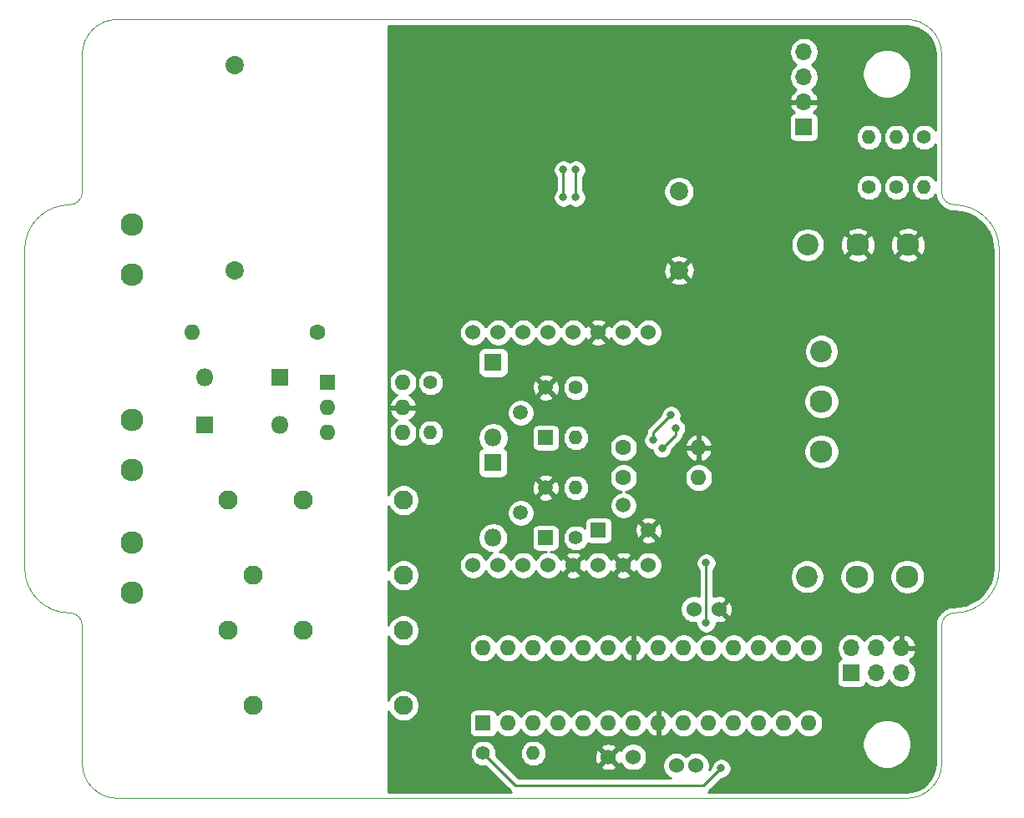
<source format=gbr>
G04 #@! TF.GenerationSoftware,KiCad,Pcbnew,(5.1.5)-3*
G04 #@! TF.CreationDate,2020-06-25T17:10:34+03:00*
G04 #@! TF.ProjectId,genv01_2,67656e76-3031-45f3-922e-6b696361645f,rev?*
G04 #@! TF.SameCoordinates,Original*
G04 #@! TF.FileFunction,Copper,L2,Bot*
G04 #@! TF.FilePolarity,Positive*
%FSLAX46Y46*%
G04 Gerber Fmt 4.6, Leading zero omitted, Abs format (unit mm)*
G04 Created by KiCad (PCBNEW (5.1.5)-3) date 2020-06-25 17:10:34*
%MOMM*%
%LPD*%
G04 APERTURE LIST*
G04 #@! TA.AperFunction,Profile*
%ADD10C,0.050000*%
G04 #@! TD*
G04 #@! TA.AperFunction,ComponentPad*
%ADD11C,1.524000*%
G04 #@! TD*
G04 #@! TA.AperFunction,ComponentPad*
%ADD12C,2.200000*%
G04 #@! TD*
G04 #@! TA.AperFunction,ComponentPad*
%ADD13C,2.300000*%
G04 #@! TD*
G04 #@! TA.AperFunction,ComponentPad*
%ADD14O,1.400000X1.400000*%
G04 #@! TD*
G04 #@! TA.AperFunction,ComponentPad*
%ADD15C,1.400000*%
G04 #@! TD*
G04 #@! TA.AperFunction,ComponentPad*
%ADD16C,1.950000*%
G04 #@! TD*
G04 #@! TA.AperFunction,ComponentPad*
%ADD17O,1.600000X1.600000*%
G04 #@! TD*
G04 #@! TA.AperFunction,ComponentPad*
%ADD18C,1.600000*%
G04 #@! TD*
G04 #@! TA.AperFunction,ComponentPad*
%ADD19O,1.800000X1.800000*%
G04 #@! TD*
G04 #@! TA.AperFunction,ComponentPad*
%ADD20R,1.800000X1.800000*%
G04 #@! TD*
G04 #@! TA.AperFunction,ComponentPad*
%ADD21R,1.600000X1.600000*%
G04 #@! TD*
G04 #@! TA.AperFunction,ComponentPad*
%ADD22C,1.860000*%
G04 #@! TD*
G04 #@! TA.AperFunction,ComponentPad*
%ADD23R,1.500000X1.500000*%
G04 #@! TD*
G04 #@! TA.AperFunction,ComponentPad*
%ADD24C,1.500000*%
G04 #@! TD*
G04 #@! TA.AperFunction,ComponentPad*
%ADD25O,1.700000X1.700000*%
G04 #@! TD*
G04 #@! TA.AperFunction,ComponentPad*
%ADD26R,1.700000X1.700000*%
G04 #@! TD*
G04 #@! TA.AperFunction,ViaPad*
%ADD27C,0.800000*%
G04 #@! TD*
G04 #@! TA.AperFunction,Conductor*
%ADD28C,0.250000*%
G04 #@! TD*
G04 #@! TA.AperFunction,Conductor*
%ADD29C,0.254000*%
G04 #@! TD*
G04 APERTURE END LIST*
D10*
X110744000Y-54864000D02*
X190754000Y-54864000D01*
X110744000Y-133858000D02*
G75*
G02X107188000Y-130302000I0J3556000D01*
G01*
X107188000Y-130302000D02*
X107188000Y-116332000D01*
X107188000Y-58420000D02*
G75*
G02X110744000Y-54864000I3556000J0D01*
G01*
X194310000Y-72390000D02*
X194310000Y-58420000D01*
X105918000Y-115062000D02*
G75*
G02X101346000Y-110490000I0J4572000D01*
G01*
X200152000Y-110490000D02*
G75*
G02X195580000Y-115062000I-4572000J0D01*
G01*
X190754000Y-54864000D02*
G75*
G02X194310000Y-58420000I0J-3556000D01*
G01*
X194310000Y-116332000D02*
X194310000Y-130302000D01*
X190754000Y-133858000D02*
X110744000Y-133858000D01*
X105918000Y-115062000D02*
G75*
G02X107188000Y-116332000I0J-1270000D01*
G01*
X194310000Y-130302000D02*
G75*
G02X190754000Y-133858000I-3556000J0D01*
G01*
X107188000Y-72390000D02*
X107188000Y-58420000D01*
X107188000Y-72390000D02*
G75*
G02X105918000Y-73660000I-1270000J0D01*
G01*
X195580000Y-73660000D02*
G75*
G02X194310000Y-72390000I0J1270000D01*
G01*
X194310000Y-116332000D02*
G75*
G02X195580000Y-115062000I1270000J0D01*
G01*
X101346000Y-78232000D02*
G75*
G02X105918000Y-73660000I4572000J0D01*
G01*
X200152000Y-78232000D02*
X200152000Y-110490000D01*
X101346000Y-78232000D02*
X101346000Y-110490000D01*
X195580000Y-73660000D02*
G75*
G02X200152000Y-78232000I0J-4572000D01*
G01*
D11*
G04 #@! TO.P,C2,2*
G04 #@! TO.N,GND*
X171706000Y-114674000D03*
G04 #@! TO.P,C2,1*
G04 #@! TO.N,/AVcc*
X169206000Y-114674000D03*
G04 #@! TD*
G04 #@! TO.P,C1,2*
G04 #@! TO.N,GND*
X160526000Y-129674000D03*
G04 #@! TO.P,C1,1*
G04 #@! TO.N,+5V*
X163026000Y-129674000D03*
G04 #@! TD*
D12*
G04 #@! TO.P,J2,3*
G04 #@! TO.N,+5V*
X182118000Y-88519000D03*
D13*
G04 #@! TO.P,J2,2*
G04 #@! TO.N,/ADC2*
X182118000Y-93599000D03*
G04 #@! TO.P,J2,1*
G04 #@! TO.N,/ADC1*
X182118000Y-98679000D03*
G04 #@! TD*
D12*
G04 #@! TO.P,J3,3*
G04 #@! TO.N,/Alarm2*
X180657500Y-111379000D03*
D13*
G04 #@! TO.P,J3,2*
G04 #@! TO.N,/Alarm1*
X185737500Y-111379000D03*
G04 #@! TO.P,J3,1*
G04 #@! TO.N,/RelSensor*
X190817500Y-111379000D03*
G04 #@! TD*
D12*
G04 #@! TO.P,J1,3*
G04 #@! TO.N,+5V*
X180721000Y-77724000D03*
D13*
G04 #@! TO.P,J1,2*
G04 #@! TO.N,GND*
X185801000Y-77724000D03*
G04 #@! TO.P,J1,1*
X190881000Y-77724000D03*
G04 #@! TD*
D11*
G04 #@! TO.P,U3,10*
G04 #@! TO.N,Net-(U3-Pad10)*
X149340000Y-110214000D03*
G04 #@! TO.P,U3,12*
G04 #@! TO.N,Net-(U3-Pad12)*
X154420000Y-110214000D03*
G04 #@! TO.P,U3,11*
G04 #@! TO.N,Net-(U3-Pad11)*
X151880000Y-110214000D03*
G04 #@! TO.P,U3,13*
G04 #@! TO.N,GND*
X156960000Y-110214000D03*
G04 #@! TO.P,U3,9*
G04 #@! TO.N,Net-(U3-Pad9)*
X146800000Y-110214000D03*
G04 #@! TO.P,U3,14*
G04 #@! TO.N,Net-(Q3-Pad1)*
X159500000Y-110214000D03*
G04 #@! TO.P,U3,16*
G04 #@! TO.N,Net-(U3-Pad16)*
X164580000Y-110214000D03*
G04 #@! TO.P,U3,15*
G04 #@! TO.N,GND*
X162040000Y-110214000D03*
G04 #@! TO.P,U3,8*
G04 #@! TO.N,Net-(U3-Pad8)*
X146800000Y-86614000D03*
G04 #@! TO.P,U3,7*
G04 #@! TO.N,Net-(U3-Pad7)*
X149340000Y-86614000D03*
G04 #@! TO.P,U3,6*
G04 #@! TO.N,Net-(U3-Pad6)*
X151880000Y-86614000D03*
G04 #@! TO.P,U3,5*
G04 #@! TO.N,/GRx*
X154420000Y-86614000D03*
G04 #@! TO.P,U3,4*
G04 #@! TO.N,/GTx*
X156960000Y-86614000D03*
G04 #@! TO.P,U3,3*
G04 #@! TO.N,GND*
X159500000Y-86614000D03*
G04 #@! TO.P,U3,2*
G04 #@! TO.N,+5V*
X162040000Y-86614000D03*
G04 #@! TO.P,U3,1*
X164580000Y-86614000D03*
G04 #@! TD*
D14*
G04 #@! TO.P,Rb1,2*
G04 #@! TO.N,/RelStop*
X157226000Y-102362000D03*
D15*
G04 #@! TO.P,Rb1,1*
G04 #@! TO.N,Net-(Q1-Pad2)*
X157226000Y-107442000D03*
G04 #@! TD*
D14*
G04 #@! TO.P,Rb2,2*
G04 #@! TO.N,/RelStart*
X157226000Y-97282000D03*
D15*
G04 #@! TO.P,Rb2,1*
G04 #@! TO.N,Net-(Q2-Pad2)*
X157226000Y-92202000D03*
G04 #@! TD*
D13*
G04 #@! TO.P,J8,2*
G04 #@! TO.N,/StopComm*
X112268000Y-107950000D03*
G04 #@! TO.P,J8,1*
G04 #@! TO.N,/StopNC*
X112268000Y-113030000D03*
G04 #@! TD*
D14*
G04 #@! TO.P,R2,2*
G04 #@! TO.N,/OptOut*
X142494000Y-96774000D03*
D15*
G04 #@! TO.P,R2,1*
G04 #@! TO.N,+5V*
X142494000Y-91694000D03*
G04 #@! TD*
D16*
G04 #@! TO.P,K2,1*
G04 #@! TO.N,+5V*
X139758000Y-111252000D03*
G04 #@! TO.P,K2,2*
G04 #@! TO.N,Net-(K2-Pad2)*
X124518000Y-111252000D03*
G04 #@! TO.P,K2,3*
G04 #@! TO.N,/StartNO*
X121978000Y-103632000D03*
G04 #@! TO.P,K2,4*
G04 #@! TO.N,/StartComm*
X129598000Y-103632000D03*
G04 #@! TO.P,K2,5*
G04 #@! TO.N,Net-(D4-Pad2)*
X139758000Y-103632000D03*
G04 #@! TD*
D17*
G04 #@! TO.P,R1,2*
G04 #@! TO.N,Net-(D1-Pad1)*
X118364000Y-86614000D03*
D18*
G04 #@! TO.P,R1,1*
G04 #@! TO.N,/ACL*
X131064000Y-86614000D03*
G04 #@! TD*
D13*
G04 #@! TO.P,J6,2*
G04 #@! TO.N,/ACL*
X112268000Y-75692000D03*
G04 #@! TO.P,J6,1*
G04 #@! TO.N,/ACN*
X112268000Y-80772000D03*
G04 #@! TD*
D14*
G04 #@! TO.P,R9,2*
G04 #@! TO.N,+5V*
X186944000Y-66802000D03*
D15*
G04 #@! TO.P,R9,1*
G04 #@! TO.N,/Alarm2*
X186944000Y-71882000D03*
G04 #@! TD*
D14*
G04 #@! TO.P,R8,2*
G04 #@! TO.N,+5V*
X189738000Y-66802000D03*
D15*
G04 #@! TO.P,R8,1*
G04 #@! TO.N,/Alarm1*
X189738000Y-71882000D03*
G04 #@! TD*
D19*
G04 #@! TO.P,D1,2*
G04 #@! TO.N,/ACN*
X127254000Y-96012000D03*
D20*
G04 #@! TO.P,D1,1*
G04 #@! TO.N,Net-(D1-Pad1)*
X119634000Y-96012000D03*
G04 #@! TD*
D17*
G04 #@! TO.P,U2,6*
G04 #@! TO.N,+5V*
X139700000Y-91694000D03*
G04 #@! TO.P,U2,3*
G04 #@! TO.N,Net-(U2-Pad3)*
X132080000Y-96774000D03*
G04 #@! TO.P,U2,5*
G04 #@! TO.N,GND*
X139700000Y-94234000D03*
G04 #@! TO.P,U2,2*
G04 #@! TO.N,/ACN*
X132080000Y-94234000D03*
G04 #@! TO.P,U2,4*
G04 #@! TO.N,/OptOut*
X139700000Y-96774000D03*
D21*
G04 #@! TO.P,U2,1*
G04 #@! TO.N,Net-(D2-Pad1)*
X132080000Y-91694000D03*
G04 #@! TD*
D14*
G04 #@! TO.P,R7,2*
G04 #@! TO.N,/RelSensor*
X192532000Y-71882000D03*
D15*
G04 #@! TO.P,R7,1*
G04 #@! TO.N,+5V*
X192532000Y-66802000D03*
G04 #@! TD*
D22*
G04 #@! TO.P,PS1,1*
G04 #@! TO.N,/ACL*
X122680000Y-59513500D03*
G04 #@! TO.P,PS1,2*
G04 #@! TO.N,/ACN*
X122680000Y-80313500D03*
G04 #@! TO.P,PS1,3*
G04 #@! TO.N,GND*
X167680000Y-80313500D03*
G04 #@! TO.P,PS1,4*
G04 #@! TO.N,+5V*
X167680000Y-72313500D03*
G04 #@! TD*
D17*
G04 #@! TO.P,R6,2*
G04 #@! TO.N,GND*
X169672000Y-98298000D03*
D18*
G04 #@! TO.P,R6,1*
G04 #@! TO.N,Net-(Q3-Pad2)*
X162052000Y-98298000D03*
G04 #@! TD*
D14*
G04 #@! TO.P,R3,2*
G04 #@! TO.N,+5V*
X152908000Y-129286000D03*
D15*
G04 #@! TO.P,R3,1*
G04 #@! TO.N,/RST*
X147828000Y-129286000D03*
G04 #@! TD*
D13*
G04 #@! TO.P,J7,2*
G04 #@! TO.N,/StartNO*
X112268000Y-100584000D03*
G04 #@! TO.P,J7,1*
G04 #@! TO.N,/StartComm*
X112268000Y-95504000D03*
G04 #@! TD*
D23*
G04 #@! TO.P,Q2,1*
G04 #@! TO.N,Net-(D4-Pad2)*
X154178000Y-97282000D03*
D24*
G04 #@! TO.P,Q2,3*
G04 #@! TO.N,GND*
X154178000Y-92202000D03*
G04 #@! TO.P,Q2,2*
G04 #@! TO.N,Net-(Q2-Pad2)*
X151638000Y-94742000D03*
G04 #@! TD*
D23*
G04 #@! TO.P,Q1,1*
G04 #@! TO.N,Net-(D3-Pad2)*
X154162000Y-107442000D03*
D24*
G04 #@! TO.P,Q1,3*
G04 #@! TO.N,GND*
X154162000Y-102362000D03*
G04 #@! TO.P,Q1,2*
G04 #@! TO.N,Net-(Q1-Pad2)*
X151622000Y-104902000D03*
G04 #@! TD*
D11*
G04 #@! TO.P,L1,2*
G04 #@! TO.N,+5V*
X167402000Y-130556000D03*
G04 #@! TO.P,L1,1*
G04 #@! TO.N,/AVcc*
X169402000Y-130556000D03*
G04 #@! TD*
D25*
G04 #@! TO.P,J4,4*
G04 #@! TO.N,/GRx*
X180340000Y-58166000D03*
G04 #@! TO.P,J4,3*
G04 #@! TO.N,/GTx*
X180340000Y-60706000D03*
G04 #@! TO.P,J4,2*
G04 #@! TO.N,GND*
X180340000Y-63246000D03*
D26*
G04 #@! TO.P,J4,1*
G04 #@! TO.N,+5V*
X180340000Y-65786000D03*
G04 #@! TD*
D19*
G04 #@! TO.P,D3,2*
G04 #@! TO.N,Net-(D3-Pad2)*
X148828000Y-107442000D03*
D20*
G04 #@! TO.P,D3,1*
G04 #@! TO.N,+5V*
X148828000Y-99822000D03*
G04 #@! TD*
D19*
G04 #@! TO.P,D2,2*
G04 #@! TO.N,Net-(D1-Pad1)*
X119634000Y-91186000D03*
D20*
G04 #@! TO.P,D2,1*
G04 #@! TO.N,Net-(D2-Pad1)*
X127254000Y-91186000D03*
G04 #@! TD*
D16*
G04 #@! TO.P,K1,1*
G04 #@! TO.N,Net-(D3-Pad2)*
X139758000Y-124460000D03*
G04 #@! TO.P,K1,2*
G04 #@! TO.N,/StopNC*
X124518000Y-124460000D03*
G04 #@! TO.P,K1,3*
G04 #@! TO.N,Net-(K1-Pad3)*
X121978000Y-116840000D03*
G04 #@! TO.P,K1,4*
G04 #@! TO.N,/StopComm*
X129598000Y-116840000D03*
G04 #@! TO.P,K1,5*
G04 #@! TO.N,+5V*
X139758000Y-116840000D03*
G04 #@! TD*
D23*
G04 #@! TO.P,Q3,1*
G04 #@! TO.N,Net-(Q3-Pad1)*
X159512000Y-106680000D03*
D24*
G04 #@! TO.P,Q3,3*
G04 #@! TO.N,GND*
X164592000Y-106680000D03*
G04 #@! TO.P,Q3,2*
G04 #@! TO.N,Net-(Q3-Pad2)*
X162052000Y-104140000D03*
G04 #@! TD*
D25*
G04 #@! TO.P,J5,6*
G04 #@! TO.N,GND*
X190246000Y-118618000D03*
G04 #@! TO.P,J5,5*
G04 #@! TO.N,/RST*
X190246000Y-121158000D03*
G04 #@! TO.P,J5,4*
G04 #@! TO.N,/MOSI*
X187706000Y-118618000D03*
G04 #@! TO.P,J5,3*
G04 #@! TO.N,/SCK*
X187706000Y-121158000D03*
G04 #@! TO.P,J5,2*
G04 #@! TO.N,+5V*
X185166000Y-118618000D03*
D26*
G04 #@! TO.P,J5,1*
G04 #@! TO.N,/MISO*
X185166000Y-121158000D03*
G04 #@! TD*
D19*
G04 #@! TO.P,D4,2*
G04 #@! TO.N,Net-(D4-Pad2)*
X148844000Y-97282000D03*
D20*
G04 #@! TO.P,D4,1*
G04 #@! TO.N,+5V*
X148844000Y-89662000D03*
G04 #@! TD*
D17*
G04 #@! TO.P,R5,2*
G04 #@! TO.N,/GSMPWR*
X169672000Y-101346000D03*
D18*
G04 #@! TO.P,R5,1*
G04 #@! TO.N,Net-(Q3-Pad2)*
X162052000Y-101346000D03*
G04 #@! TD*
D17*
G04 #@! TO.P,U1,28*
G04 #@! TO.N,Net-(U1-Pad28)*
X147828000Y-118618000D03*
G04 #@! TO.P,U1,14*
G04 #@! TO.N,Net-(U1-Pad14)*
X180848000Y-126238000D03*
G04 #@! TO.P,U1,27*
G04 #@! TO.N,/ADC2*
X150368000Y-118618000D03*
G04 #@! TO.P,U1,13*
G04 #@! TO.N,Net-(U1-Pad13)*
X178308000Y-126238000D03*
G04 #@! TO.P,U1,26*
G04 #@! TO.N,/ADC1*
X152908000Y-118618000D03*
G04 #@! TO.P,U1,12*
G04 #@! TO.N,Net-(U1-Pad12)*
X175768000Y-126238000D03*
G04 #@! TO.P,U1,25*
G04 #@! TO.N,/Alarm2*
X155448000Y-118618000D03*
G04 #@! TO.P,U1,11*
G04 #@! TO.N,/GSMPWR*
X173228000Y-126238000D03*
G04 #@! TO.P,U1,24*
G04 #@! TO.N,/Alarm1*
X157988000Y-118618000D03*
G04 #@! TO.P,U1,10*
G04 #@! TO.N,Net-(U1-Pad10)*
X170688000Y-126238000D03*
G04 #@! TO.P,U1,23*
G04 #@! TO.N,/RelSensor*
X160528000Y-118618000D03*
G04 #@! TO.P,U1,9*
G04 #@! TO.N,Net-(U1-Pad9)*
X168148000Y-126238000D03*
G04 #@! TO.P,U1,22*
G04 #@! TO.N,GND*
X163068000Y-118618000D03*
G04 #@! TO.P,U1,8*
X165608000Y-126238000D03*
G04 #@! TO.P,U1,21*
G04 #@! TO.N,Net-(U1-Pad21)*
X165608000Y-118618000D03*
G04 #@! TO.P,U1,7*
G04 #@! TO.N,+5V*
X163068000Y-126238000D03*
G04 #@! TO.P,U1,20*
G04 #@! TO.N,/AVcc*
X168148000Y-118618000D03*
G04 #@! TO.P,U1,6*
G04 #@! TO.N,/OptOut*
X160528000Y-126238000D03*
G04 #@! TO.P,U1,19*
G04 #@! TO.N,/SCK*
X170688000Y-118618000D03*
G04 #@! TO.P,U1,5*
G04 #@! TO.N,/RelStart*
X157988000Y-126238000D03*
G04 #@! TO.P,U1,18*
G04 #@! TO.N,/MISO*
X173228000Y-118618000D03*
G04 #@! TO.P,U1,4*
G04 #@! TO.N,/RelStop*
X155448000Y-126238000D03*
G04 #@! TO.P,U1,17*
G04 #@! TO.N,/MOSI*
X175768000Y-118618000D03*
G04 #@! TO.P,U1,3*
G04 #@! TO.N,/GRx*
X152908000Y-126238000D03*
G04 #@! TO.P,U1,16*
G04 #@! TO.N,Net-(U1-Pad16)*
X178308000Y-118618000D03*
G04 #@! TO.P,U1,2*
G04 #@! TO.N,/GTx*
X150368000Y-126238000D03*
G04 #@! TO.P,U1,15*
G04 #@! TO.N,Net-(U1-Pad15)*
X180848000Y-118618000D03*
D21*
G04 #@! TO.P,U1,1*
G04 #@! TO.N,/RST*
X147828000Y-126238000D03*
G04 #@! TD*
D27*
G04 #@! TO.N,/RST*
X171958000Y-130810000D03*
G04 #@! TO.N,/GTx*
X157226000Y-72898000D03*
X157226000Y-70104000D03*
X166878000Y-94996000D03*
X165100000Y-97536000D03*
G04 #@! TO.N,/GRx*
X155956000Y-72898000D03*
X155956000Y-70104000D03*
X167327858Y-96324142D03*
X165956990Y-98366858D03*
G04 #@! TO.N,/GSMPWR*
X170434000Y-116078000D03*
X170434000Y-109982000D03*
G04 #@! TD*
D28*
G04 #@! TO.N,/RST*
X171958000Y-130810000D02*
X170180000Y-132588000D01*
X151130000Y-132588000D02*
X147828000Y-129286000D01*
X170180000Y-132588000D02*
X151130000Y-132588000D01*
G04 #@! TO.N,/GTx*
X157226000Y-72898000D02*
X157226000Y-70104000D01*
X166878000Y-94996000D02*
X165100000Y-96774000D01*
X165100000Y-96774000D02*
X165100000Y-97536000D01*
G04 #@! TO.N,/GRx*
X155956000Y-72898000D02*
X155956000Y-70104000D01*
X167327858Y-96324142D02*
X167327858Y-96995990D01*
X167327858Y-96995990D02*
X165956990Y-98366858D01*
G04 #@! TO.N,/GSMPWR*
X170434000Y-116078000D02*
X170434000Y-109982000D01*
G04 #@! TD*
D29*
G04 #@! TO.N,GND*
G36*
X191315886Y-55582258D02*
G01*
X191856376Y-55745442D01*
X192354867Y-56010494D01*
X192792388Y-56367326D01*
X193152271Y-56802350D01*
X193420799Y-57298983D01*
X193587749Y-57838315D01*
X193650001Y-58430605D01*
X193650000Y-66072270D01*
X193568962Y-65950987D01*
X193383013Y-65765038D01*
X193164359Y-65618939D01*
X192921405Y-65518304D01*
X192663486Y-65467000D01*
X192400514Y-65467000D01*
X192142595Y-65518304D01*
X191899641Y-65618939D01*
X191680987Y-65765038D01*
X191495038Y-65950987D01*
X191348939Y-66169641D01*
X191248304Y-66412595D01*
X191197000Y-66670514D01*
X191197000Y-66933486D01*
X191248304Y-67191405D01*
X191348939Y-67434359D01*
X191495038Y-67653013D01*
X191680987Y-67838962D01*
X191899641Y-67985061D01*
X192142595Y-68085696D01*
X192400514Y-68137000D01*
X192663486Y-68137000D01*
X192921405Y-68085696D01*
X193164359Y-67985061D01*
X193383013Y-67838962D01*
X193568962Y-67653013D01*
X193650000Y-67531730D01*
X193650000Y-71152270D01*
X193568962Y-71030987D01*
X193383013Y-70845038D01*
X193164359Y-70698939D01*
X192921405Y-70598304D01*
X192663486Y-70547000D01*
X192400514Y-70547000D01*
X192142595Y-70598304D01*
X191899641Y-70698939D01*
X191680987Y-70845038D01*
X191495038Y-71030987D01*
X191348939Y-71249641D01*
X191248304Y-71492595D01*
X191197000Y-71750514D01*
X191197000Y-72013486D01*
X191248304Y-72271405D01*
X191348939Y-72514359D01*
X191495038Y-72733013D01*
X191680987Y-72918962D01*
X191899641Y-73065061D01*
X192142595Y-73165696D01*
X192400514Y-73217000D01*
X192663486Y-73217000D01*
X192921405Y-73165696D01*
X193164359Y-73065061D01*
X193383013Y-72918962D01*
X193568962Y-72733013D01*
X193666217Y-72587460D01*
X193679554Y-72714357D01*
X193691589Y-72772986D01*
X193702792Y-72831716D01*
X193705456Y-72840538D01*
X193778751Y-73077314D01*
X193801931Y-73132457D01*
X193824339Y-73187920D01*
X193828665Y-73196054D01*
X193828667Y-73196059D01*
X193828670Y-73196064D01*
X193946553Y-73414086D01*
X193979988Y-73463654D01*
X194012759Y-73513735D01*
X194018584Y-73520876D01*
X194176577Y-73711856D01*
X194219012Y-73753995D01*
X194260875Y-73796745D01*
X194267976Y-73802618D01*
X194460053Y-73959273D01*
X194509875Y-73992374D01*
X194559237Y-74026173D01*
X194567343Y-74030556D01*
X194786191Y-74146919D01*
X194841479Y-74169707D01*
X194896475Y-74193279D01*
X194905278Y-74196003D01*
X195142559Y-74267643D01*
X195201246Y-74279264D01*
X195259752Y-74291700D01*
X195268915Y-74292663D01*
X195268917Y-74292663D01*
X195515595Y-74316850D01*
X195515984Y-74316850D01*
X195519609Y-74317231D01*
X196292396Y-74388241D01*
X196980940Y-74582429D01*
X197622563Y-74898843D01*
X198195777Y-75326882D01*
X198681393Y-75852220D01*
X199063142Y-76457255D01*
X199328237Y-77121720D01*
X199470350Y-77836173D01*
X199492000Y-78249274D01*
X199492001Y-110459733D01*
X199423759Y-111202396D01*
X199229571Y-111890939D01*
X198913158Y-112532561D01*
X198485118Y-113105777D01*
X197959782Y-113591392D01*
X197354748Y-113973141D01*
X196690278Y-114238238D01*
X195975828Y-114380350D01*
X195545458Y-114402905D01*
X195531768Y-114404890D01*
X195511318Y-114404747D01*
X195502147Y-114405646D01*
X195255644Y-114431554D01*
X195197028Y-114443586D01*
X195138284Y-114454792D01*
X195129462Y-114457456D01*
X194892686Y-114530751D01*
X194837555Y-114553926D01*
X194782080Y-114576339D01*
X194773944Y-114580666D01*
X194555914Y-114698554D01*
X194506346Y-114731988D01*
X194456265Y-114764760D01*
X194449124Y-114770584D01*
X194258144Y-114928577D01*
X194216005Y-114971012D01*
X194173255Y-115012875D01*
X194167381Y-115019976D01*
X194010727Y-115212054D01*
X193977655Y-115261831D01*
X193943826Y-115311237D01*
X193939444Y-115319343D01*
X193823081Y-115538191D01*
X193800298Y-115593468D01*
X193776721Y-115648475D01*
X193773997Y-115657278D01*
X193702357Y-115894559D01*
X193690736Y-115953246D01*
X193678300Y-116011752D01*
X193677337Y-116020917D01*
X193653150Y-116267595D01*
X193650000Y-116299582D01*
X193650001Y-130269712D01*
X193591742Y-130863886D01*
X193428559Y-131404374D01*
X193163506Y-131902867D01*
X192806669Y-132340393D01*
X192371653Y-132700269D01*
X191875019Y-132968798D01*
X191335690Y-133135749D01*
X190743404Y-133198000D01*
X170634707Y-133198000D01*
X170720001Y-133128001D01*
X170743804Y-133098997D01*
X171997802Y-131845000D01*
X172059939Y-131845000D01*
X172259898Y-131805226D01*
X172448256Y-131727205D01*
X172617774Y-131613937D01*
X172761937Y-131469774D01*
X172875205Y-131300256D01*
X172953226Y-131111898D01*
X172993000Y-130911939D01*
X172993000Y-130708061D01*
X172953226Y-130508102D01*
X172875205Y-130319744D01*
X172761937Y-130150226D01*
X172617774Y-130006063D01*
X172448256Y-129892795D01*
X172259898Y-129814774D01*
X172059939Y-129775000D01*
X171856061Y-129775000D01*
X171656102Y-129814774D01*
X171467744Y-129892795D01*
X171298226Y-130006063D01*
X171154063Y-130150226D01*
X171040795Y-130319744D01*
X170962774Y-130508102D01*
X170923000Y-130708061D01*
X170923000Y-130770198D01*
X170749189Y-130944009D01*
X170799000Y-130693592D01*
X170799000Y-130418408D01*
X170745314Y-130148510D01*
X170640005Y-129894273D01*
X170487120Y-129665465D01*
X170292535Y-129470880D01*
X170063727Y-129317995D01*
X169809490Y-129212686D01*
X169539592Y-129159000D01*
X169264408Y-129159000D01*
X168994510Y-129212686D01*
X168740273Y-129317995D01*
X168511465Y-129470880D01*
X168402000Y-129580345D01*
X168292535Y-129470880D01*
X168063727Y-129317995D01*
X167809490Y-129212686D01*
X167539592Y-129159000D01*
X167264408Y-129159000D01*
X166994510Y-129212686D01*
X166740273Y-129317995D01*
X166511465Y-129470880D01*
X166316880Y-129665465D01*
X166163995Y-129894273D01*
X166058686Y-130148510D01*
X166005000Y-130418408D01*
X166005000Y-130693592D01*
X166058686Y-130963490D01*
X166163995Y-131217727D01*
X166316880Y-131446535D01*
X166511465Y-131641120D01*
X166740273Y-131794005D01*
X166822344Y-131828000D01*
X151444802Y-131828000D01*
X150256367Y-130639565D01*
X159740040Y-130639565D01*
X159807020Y-130879656D01*
X160056048Y-130996756D01*
X160323135Y-131063023D01*
X160598017Y-131075910D01*
X160870133Y-131034922D01*
X161129023Y-130941636D01*
X161244980Y-130879656D01*
X161311960Y-130639565D01*
X160526000Y-129853605D01*
X159740040Y-130639565D01*
X150256367Y-130639565D01*
X149141645Y-129524844D01*
X149163000Y-129417486D01*
X149163000Y-129154514D01*
X151573000Y-129154514D01*
X151573000Y-129417486D01*
X151624304Y-129675405D01*
X151724939Y-129918359D01*
X151871038Y-130137013D01*
X152056987Y-130322962D01*
X152275641Y-130469061D01*
X152518595Y-130569696D01*
X152776514Y-130621000D01*
X153039486Y-130621000D01*
X153297405Y-130569696D01*
X153540359Y-130469061D01*
X153759013Y-130322962D01*
X153944962Y-130137013D01*
X154091061Y-129918359D01*
X154162447Y-129746017D01*
X159124090Y-129746017D01*
X159165078Y-130018133D01*
X159258364Y-130277023D01*
X159320344Y-130392980D01*
X159560435Y-130459960D01*
X160346395Y-129674000D01*
X160705605Y-129674000D01*
X161491565Y-130459960D01*
X161731656Y-130392980D01*
X161774218Y-130302467D01*
X161787995Y-130335727D01*
X161940880Y-130564535D01*
X162135465Y-130759120D01*
X162364273Y-130912005D01*
X162618510Y-131017314D01*
X162888408Y-131071000D01*
X163163592Y-131071000D01*
X163433490Y-131017314D01*
X163687727Y-130912005D01*
X163916535Y-130759120D01*
X164111120Y-130564535D01*
X164264005Y-130335727D01*
X164369314Y-130081490D01*
X164423000Y-129811592D01*
X164423000Y-129536408D01*
X164369314Y-129266510D01*
X164264005Y-129012273D01*
X164111120Y-128783465D01*
X163916535Y-128588880D01*
X163687727Y-128435995D01*
X163433490Y-128330686D01*
X163163592Y-128277000D01*
X162888408Y-128277000D01*
X162618510Y-128330686D01*
X162364273Y-128435995D01*
X162135465Y-128588880D01*
X161940880Y-128783465D01*
X161787995Y-129012273D01*
X161776758Y-129039401D01*
X161731656Y-128955020D01*
X161491565Y-128888040D01*
X160705605Y-129674000D01*
X160346395Y-129674000D01*
X159560435Y-128888040D01*
X159320344Y-128955020D01*
X159203244Y-129204048D01*
X159136977Y-129471135D01*
X159124090Y-129746017D01*
X154162447Y-129746017D01*
X154191696Y-129675405D01*
X154243000Y-129417486D01*
X154243000Y-129154514D01*
X154191696Y-128896595D01*
X154113758Y-128708435D01*
X159740040Y-128708435D01*
X160526000Y-129494395D01*
X161311960Y-128708435D01*
X161244980Y-128468344D01*
X160995952Y-128351244D01*
X160728865Y-128284977D01*
X160453983Y-128272090D01*
X160181867Y-128313078D01*
X159922977Y-128406364D01*
X159807020Y-128468344D01*
X159740040Y-128708435D01*
X154113758Y-128708435D01*
X154091061Y-128653641D01*
X153944962Y-128434987D01*
X153759013Y-128249038D01*
X153564769Y-128119249D01*
X186263000Y-128119249D01*
X186263000Y-128608751D01*
X186358497Y-129088848D01*
X186545821Y-129541089D01*
X186817774Y-129948095D01*
X187163905Y-130294226D01*
X187570911Y-130566179D01*
X188023152Y-130753503D01*
X188503249Y-130849000D01*
X188992751Y-130849000D01*
X189472848Y-130753503D01*
X189925089Y-130566179D01*
X190332095Y-130294226D01*
X190678226Y-129948095D01*
X190950179Y-129541089D01*
X191137503Y-129088848D01*
X191233000Y-128608751D01*
X191233000Y-128119249D01*
X191137503Y-127639152D01*
X190950179Y-127186911D01*
X190678226Y-126779905D01*
X190332095Y-126433774D01*
X189925089Y-126161821D01*
X189472848Y-125974497D01*
X188992751Y-125879000D01*
X188503249Y-125879000D01*
X188023152Y-125974497D01*
X187570911Y-126161821D01*
X187163905Y-126433774D01*
X186817774Y-126779905D01*
X186545821Y-127186911D01*
X186358497Y-127639152D01*
X186263000Y-128119249D01*
X153564769Y-128119249D01*
X153540359Y-128102939D01*
X153297405Y-128002304D01*
X153039486Y-127951000D01*
X152776514Y-127951000D01*
X152518595Y-128002304D01*
X152275641Y-128102939D01*
X152056987Y-128249038D01*
X151871038Y-128434987D01*
X151724939Y-128653641D01*
X151624304Y-128896595D01*
X151573000Y-129154514D01*
X149163000Y-129154514D01*
X149111696Y-128896595D01*
X149011061Y-128653641D01*
X148864962Y-128434987D01*
X148679013Y-128249038D01*
X148460359Y-128102939D01*
X148217405Y-128002304D01*
X147959486Y-127951000D01*
X147696514Y-127951000D01*
X147438595Y-128002304D01*
X147195641Y-128102939D01*
X146976987Y-128249038D01*
X146791038Y-128434987D01*
X146644939Y-128653641D01*
X146544304Y-128896595D01*
X146493000Y-129154514D01*
X146493000Y-129417486D01*
X146544304Y-129675405D01*
X146644939Y-129918359D01*
X146791038Y-130137013D01*
X146976987Y-130322962D01*
X147195641Y-130469061D01*
X147438595Y-130569696D01*
X147696514Y-130621000D01*
X147959486Y-130621000D01*
X148066844Y-130599645D01*
X150566201Y-133099003D01*
X150589999Y-133128001D01*
X150675293Y-133198000D01*
X138255000Y-133198000D01*
X138255000Y-125038570D01*
X138331237Y-125222621D01*
X138507431Y-125486315D01*
X138731685Y-125710569D01*
X138995379Y-125886763D01*
X139288380Y-126008129D01*
X139599429Y-126070000D01*
X139916571Y-126070000D01*
X140227620Y-126008129D01*
X140520621Y-125886763D01*
X140784315Y-125710569D01*
X141008569Y-125486315D01*
X141040851Y-125438000D01*
X146389928Y-125438000D01*
X146389928Y-127038000D01*
X146402188Y-127162482D01*
X146438498Y-127282180D01*
X146497463Y-127392494D01*
X146576815Y-127489185D01*
X146673506Y-127568537D01*
X146783820Y-127627502D01*
X146903518Y-127663812D01*
X147028000Y-127676072D01*
X148628000Y-127676072D01*
X148752482Y-127663812D01*
X148872180Y-127627502D01*
X148982494Y-127568537D01*
X149079185Y-127489185D01*
X149158537Y-127392494D01*
X149217502Y-127282180D01*
X149253812Y-127162482D01*
X149254643Y-127154039D01*
X149453241Y-127352637D01*
X149688273Y-127509680D01*
X149949426Y-127617853D01*
X150226665Y-127673000D01*
X150509335Y-127673000D01*
X150786574Y-127617853D01*
X151047727Y-127509680D01*
X151282759Y-127352637D01*
X151482637Y-127152759D01*
X151638000Y-126920241D01*
X151793363Y-127152759D01*
X151993241Y-127352637D01*
X152228273Y-127509680D01*
X152489426Y-127617853D01*
X152766665Y-127673000D01*
X153049335Y-127673000D01*
X153326574Y-127617853D01*
X153587727Y-127509680D01*
X153822759Y-127352637D01*
X154022637Y-127152759D01*
X154178000Y-126920241D01*
X154333363Y-127152759D01*
X154533241Y-127352637D01*
X154768273Y-127509680D01*
X155029426Y-127617853D01*
X155306665Y-127673000D01*
X155589335Y-127673000D01*
X155866574Y-127617853D01*
X156127727Y-127509680D01*
X156362759Y-127352637D01*
X156562637Y-127152759D01*
X156718000Y-126920241D01*
X156873363Y-127152759D01*
X157073241Y-127352637D01*
X157308273Y-127509680D01*
X157569426Y-127617853D01*
X157846665Y-127673000D01*
X158129335Y-127673000D01*
X158406574Y-127617853D01*
X158667727Y-127509680D01*
X158902759Y-127352637D01*
X159102637Y-127152759D01*
X159258000Y-126920241D01*
X159413363Y-127152759D01*
X159613241Y-127352637D01*
X159848273Y-127509680D01*
X160109426Y-127617853D01*
X160386665Y-127673000D01*
X160669335Y-127673000D01*
X160946574Y-127617853D01*
X161207727Y-127509680D01*
X161442759Y-127352637D01*
X161642637Y-127152759D01*
X161798000Y-126920241D01*
X161953363Y-127152759D01*
X162153241Y-127352637D01*
X162388273Y-127509680D01*
X162649426Y-127617853D01*
X162926665Y-127673000D01*
X163209335Y-127673000D01*
X163486574Y-127617853D01*
X163747727Y-127509680D01*
X163982759Y-127352637D01*
X164182637Y-127152759D01*
X164339680Y-126917727D01*
X164344067Y-126907135D01*
X164455615Y-127093131D01*
X164644586Y-127301519D01*
X164870580Y-127469037D01*
X165124913Y-127589246D01*
X165258961Y-127629904D01*
X165481000Y-127507915D01*
X165481000Y-126365000D01*
X165461000Y-126365000D01*
X165461000Y-126111000D01*
X165481000Y-126111000D01*
X165481000Y-124968085D01*
X165735000Y-124968085D01*
X165735000Y-126111000D01*
X165755000Y-126111000D01*
X165755000Y-126365000D01*
X165735000Y-126365000D01*
X165735000Y-127507915D01*
X165957039Y-127629904D01*
X166091087Y-127589246D01*
X166345420Y-127469037D01*
X166571414Y-127301519D01*
X166760385Y-127093131D01*
X166871933Y-126907135D01*
X166876320Y-126917727D01*
X167033363Y-127152759D01*
X167233241Y-127352637D01*
X167468273Y-127509680D01*
X167729426Y-127617853D01*
X168006665Y-127673000D01*
X168289335Y-127673000D01*
X168566574Y-127617853D01*
X168827727Y-127509680D01*
X169062759Y-127352637D01*
X169262637Y-127152759D01*
X169418000Y-126920241D01*
X169573363Y-127152759D01*
X169773241Y-127352637D01*
X170008273Y-127509680D01*
X170269426Y-127617853D01*
X170546665Y-127673000D01*
X170829335Y-127673000D01*
X171106574Y-127617853D01*
X171367727Y-127509680D01*
X171602759Y-127352637D01*
X171802637Y-127152759D01*
X171958000Y-126920241D01*
X172113363Y-127152759D01*
X172313241Y-127352637D01*
X172548273Y-127509680D01*
X172809426Y-127617853D01*
X173086665Y-127673000D01*
X173369335Y-127673000D01*
X173646574Y-127617853D01*
X173907727Y-127509680D01*
X174142759Y-127352637D01*
X174342637Y-127152759D01*
X174498000Y-126920241D01*
X174653363Y-127152759D01*
X174853241Y-127352637D01*
X175088273Y-127509680D01*
X175349426Y-127617853D01*
X175626665Y-127673000D01*
X175909335Y-127673000D01*
X176186574Y-127617853D01*
X176447727Y-127509680D01*
X176682759Y-127352637D01*
X176882637Y-127152759D01*
X177038000Y-126920241D01*
X177193363Y-127152759D01*
X177393241Y-127352637D01*
X177628273Y-127509680D01*
X177889426Y-127617853D01*
X178166665Y-127673000D01*
X178449335Y-127673000D01*
X178726574Y-127617853D01*
X178987727Y-127509680D01*
X179222759Y-127352637D01*
X179422637Y-127152759D01*
X179578000Y-126920241D01*
X179733363Y-127152759D01*
X179933241Y-127352637D01*
X180168273Y-127509680D01*
X180429426Y-127617853D01*
X180706665Y-127673000D01*
X180989335Y-127673000D01*
X181266574Y-127617853D01*
X181527727Y-127509680D01*
X181762759Y-127352637D01*
X181962637Y-127152759D01*
X182119680Y-126917727D01*
X182227853Y-126656574D01*
X182283000Y-126379335D01*
X182283000Y-126096665D01*
X182227853Y-125819426D01*
X182119680Y-125558273D01*
X181962637Y-125323241D01*
X181762759Y-125123363D01*
X181527727Y-124966320D01*
X181266574Y-124858147D01*
X180989335Y-124803000D01*
X180706665Y-124803000D01*
X180429426Y-124858147D01*
X180168273Y-124966320D01*
X179933241Y-125123363D01*
X179733363Y-125323241D01*
X179578000Y-125555759D01*
X179422637Y-125323241D01*
X179222759Y-125123363D01*
X178987727Y-124966320D01*
X178726574Y-124858147D01*
X178449335Y-124803000D01*
X178166665Y-124803000D01*
X177889426Y-124858147D01*
X177628273Y-124966320D01*
X177393241Y-125123363D01*
X177193363Y-125323241D01*
X177038000Y-125555759D01*
X176882637Y-125323241D01*
X176682759Y-125123363D01*
X176447727Y-124966320D01*
X176186574Y-124858147D01*
X175909335Y-124803000D01*
X175626665Y-124803000D01*
X175349426Y-124858147D01*
X175088273Y-124966320D01*
X174853241Y-125123363D01*
X174653363Y-125323241D01*
X174498000Y-125555759D01*
X174342637Y-125323241D01*
X174142759Y-125123363D01*
X173907727Y-124966320D01*
X173646574Y-124858147D01*
X173369335Y-124803000D01*
X173086665Y-124803000D01*
X172809426Y-124858147D01*
X172548273Y-124966320D01*
X172313241Y-125123363D01*
X172113363Y-125323241D01*
X171958000Y-125555759D01*
X171802637Y-125323241D01*
X171602759Y-125123363D01*
X171367727Y-124966320D01*
X171106574Y-124858147D01*
X170829335Y-124803000D01*
X170546665Y-124803000D01*
X170269426Y-124858147D01*
X170008273Y-124966320D01*
X169773241Y-125123363D01*
X169573363Y-125323241D01*
X169418000Y-125555759D01*
X169262637Y-125323241D01*
X169062759Y-125123363D01*
X168827727Y-124966320D01*
X168566574Y-124858147D01*
X168289335Y-124803000D01*
X168006665Y-124803000D01*
X167729426Y-124858147D01*
X167468273Y-124966320D01*
X167233241Y-125123363D01*
X167033363Y-125323241D01*
X166876320Y-125558273D01*
X166871933Y-125568865D01*
X166760385Y-125382869D01*
X166571414Y-125174481D01*
X166345420Y-125006963D01*
X166091087Y-124886754D01*
X165957039Y-124846096D01*
X165735000Y-124968085D01*
X165481000Y-124968085D01*
X165258961Y-124846096D01*
X165124913Y-124886754D01*
X164870580Y-125006963D01*
X164644586Y-125174481D01*
X164455615Y-125382869D01*
X164344067Y-125568865D01*
X164339680Y-125558273D01*
X164182637Y-125323241D01*
X163982759Y-125123363D01*
X163747727Y-124966320D01*
X163486574Y-124858147D01*
X163209335Y-124803000D01*
X162926665Y-124803000D01*
X162649426Y-124858147D01*
X162388273Y-124966320D01*
X162153241Y-125123363D01*
X161953363Y-125323241D01*
X161798000Y-125555759D01*
X161642637Y-125323241D01*
X161442759Y-125123363D01*
X161207727Y-124966320D01*
X160946574Y-124858147D01*
X160669335Y-124803000D01*
X160386665Y-124803000D01*
X160109426Y-124858147D01*
X159848273Y-124966320D01*
X159613241Y-125123363D01*
X159413363Y-125323241D01*
X159258000Y-125555759D01*
X159102637Y-125323241D01*
X158902759Y-125123363D01*
X158667727Y-124966320D01*
X158406574Y-124858147D01*
X158129335Y-124803000D01*
X157846665Y-124803000D01*
X157569426Y-124858147D01*
X157308273Y-124966320D01*
X157073241Y-125123363D01*
X156873363Y-125323241D01*
X156718000Y-125555759D01*
X156562637Y-125323241D01*
X156362759Y-125123363D01*
X156127727Y-124966320D01*
X155866574Y-124858147D01*
X155589335Y-124803000D01*
X155306665Y-124803000D01*
X155029426Y-124858147D01*
X154768273Y-124966320D01*
X154533241Y-125123363D01*
X154333363Y-125323241D01*
X154178000Y-125555759D01*
X154022637Y-125323241D01*
X153822759Y-125123363D01*
X153587727Y-124966320D01*
X153326574Y-124858147D01*
X153049335Y-124803000D01*
X152766665Y-124803000D01*
X152489426Y-124858147D01*
X152228273Y-124966320D01*
X151993241Y-125123363D01*
X151793363Y-125323241D01*
X151638000Y-125555759D01*
X151482637Y-125323241D01*
X151282759Y-125123363D01*
X151047727Y-124966320D01*
X150786574Y-124858147D01*
X150509335Y-124803000D01*
X150226665Y-124803000D01*
X149949426Y-124858147D01*
X149688273Y-124966320D01*
X149453241Y-125123363D01*
X149254643Y-125321961D01*
X149253812Y-125313518D01*
X149217502Y-125193820D01*
X149158537Y-125083506D01*
X149079185Y-124986815D01*
X148982494Y-124907463D01*
X148872180Y-124848498D01*
X148752482Y-124812188D01*
X148628000Y-124799928D01*
X147028000Y-124799928D01*
X146903518Y-124812188D01*
X146783820Y-124848498D01*
X146673506Y-124907463D01*
X146576815Y-124986815D01*
X146497463Y-125083506D01*
X146438498Y-125193820D01*
X146402188Y-125313518D01*
X146389928Y-125438000D01*
X141040851Y-125438000D01*
X141184763Y-125222621D01*
X141306129Y-124929620D01*
X141368000Y-124618571D01*
X141368000Y-124301429D01*
X141306129Y-123990380D01*
X141184763Y-123697379D01*
X141008569Y-123433685D01*
X140784315Y-123209431D01*
X140520621Y-123033237D01*
X140227620Y-122911871D01*
X139916571Y-122850000D01*
X139599429Y-122850000D01*
X139288380Y-122911871D01*
X138995379Y-123033237D01*
X138731685Y-123209431D01*
X138507431Y-123433685D01*
X138331237Y-123697379D01*
X138255000Y-123881430D01*
X138255000Y-120308000D01*
X183677928Y-120308000D01*
X183677928Y-122008000D01*
X183690188Y-122132482D01*
X183726498Y-122252180D01*
X183785463Y-122362494D01*
X183864815Y-122459185D01*
X183961506Y-122538537D01*
X184071820Y-122597502D01*
X184191518Y-122633812D01*
X184316000Y-122646072D01*
X186016000Y-122646072D01*
X186140482Y-122633812D01*
X186260180Y-122597502D01*
X186370494Y-122538537D01*
X186467185Y-122459185D01*
X186546537Y-122362494D01*
X186605502Y-122252180D01*
X186627513Y-122179620D01*
X186759368Y-122311475D01*
X187002589Y-122473990D01*
X187272842Y-122585932D01*
X187559740Y-122643000D01*
X187852260Y-122643000D01*
X188139158Y-122585932D01*
X188409411Y-122473990D01*
X188652632Y-122311475D01*
X188859475Y-122104632D01*
X188976000Y-121930240D01*
X189092525Y-122104632D01*
X189299368Y-122311475D01*
X189542589Y-122473990D01*
X189812842Y-122585932D01*
X190099740Y-122643000D01*
X190392260Y-122643000D01*
X190679158Y-122585932D01*
X190949411Y-122473990D01*
X191192632Y-122311475D01*
X191399475Y-122104632D01*
X191561990Y-121861411D01*
X191673932Y-121591158D01*
X191731000Y-121304260D01*
X191731000Y-121011740D01*
X191673932Y-120724842D01*
X191561990Y-120454589D01*
X191399475Y-120211368D01*
X191192632Y-120004525D01*
X191016594Y-119886900D01*
X191246269Y-119715588D01*
X191441178Y-119499355D01*
X191590157Y-119249252D01*
X191687481Y-118974891D01*
X191566814Y-118745000D01*
X190373000Y-118745000D01*
X190373000Y-118765000D01*
X190119000Y-118765000D01*
X190119000Y-118745000D01*
X190099000Y-118745000D01*
X190099000Y-118491000D01*
X190119000Y-118491000D01*
X190119000Y-117297845D01*
X190373000Y-117297845D01*
X190373000Y-118491000D01*
X191566814Y-118491000D01*
X191687481Y-118261109D01*
X191590157Y-117986748D01*
X191441178Y-117736645D01*
X191246269Y-117520412D01*
X191012920Y-117346359D01*
X190750099Y-117221175D01*
X190602890Y-117176524D01*
X190373000Y-117297845D01*
X190119000Y-117297845D01*
X189889110Y-117176524D01*
X189741901Y-117221175D01*
X189479080Y-117346359D01*
X189245731Y-117520412D01*
X189050822Y-117736645D01*
X188981195Y-117853534D01*
X188859475Y-117671368D01*
X188652632Y-117464525D01*
X188409411Y-117302010D01*
X188139158Y-117190068D01*
X187852260Y-117133000D01*
X187559740Y-117133000D01*
X187272842Y-117190068D01*
X187002589Y-117302010D01*
X186759368Y-117464525D01*
X186552525Y-117671368D01*
X186436000Y-117845760D01*
X186319475Y-117671368D01*
X186112632Y-117464525D01*
X185869411Y-117302010D01*
X185599158Y-117190068D01*
X185312260Y-117133000D01*
X185019740Y-117133000D01*
X184732842Y-117190068D01*
X184462589Y-117302010D01*
X184219368Y-117464525D01*
X184012525Y-117671368D01*
X183850010Y-117914589D01*
X183738068Y-118184842D01*
X183681000Y-118471740D01*
X183681000Y-118764260D01*
X183738068Y-119051158D01*
X183850010Y-119321411D01*
X184012525Y-119564632D01*
X184144380Y-119696487D01*
X184071820Y-119718498D01*
X183961506Y-119777463D01*
X183864815Y-119856815D01*
X183785463Y-119953506D01*
X183726498Y-120063820D01*
X183690188Y-120183518D01*
X183677928Y-120308000D01*
X138255000Y-120308000D01*
X138255000Y-118476665D01*
X146393000Y-118476665D01*
X146393000Y-118759335D01*
X146448147Y-119036574D01*
X146556320Y-119297727D01*
X146713363Y-119532759D01*
X146913241Y-119732637D01*
X147148273Y-119889680D01*
X147409426Y-119997853D01*
X147686665Y-120053000D01*
X147969335Y-120053000D01*
X148246574Y-119997853D01*
X148507727Y-119889680D01*
X148742759Y-119732637D01*
X148942637Y-119532759D01*
X149098000Y-119300241D01*
X149253363Y-119532759D01*
X149453241Y-119732637D01*
X149688273Y-119889680D01*
X149949426Y-119997853D01*
X150226665Y-120053000D01*
X150509335Y-120053000D01*
X150786574Y-119997853D01*
X151047727Y-119889680D01*
X151282759Y-119732637D01*
X151482637Y-119532759D01*
X151638000Y-119300241D01*
X151793363Y-119532759D01*
X151993241Y-119732637D01*
X152228273Y-119889680D01*
X152489426Y-119997853D01*
X152766665Y-120053000D01*
X153049335Y-120053000D01*
X153326574Y-119997853D01*
X153587727Y-119889680D01*
X153822759Y-119732637D01*
X154022637Y-119532759D01*
X154178000Y-119300241D01*
X154333363Y-119532759D01*
X154533241Y-119732637D01*
X154768273Y-119889680D01*
X155029426Y-119997853D01*
X155306665Y-120053000D01*
X155589335Y-120053000D01*
X155866574Y-119997853D01*
X156127727Y-119889680D01*
X156362759Y-119732637D01*
X156562637Y-119532759D01*
X156718000Y-119300241D01*
X156873363Y-119532759D01*
X157073241Y-119732637D01*
X157308273Y-119889680D01*
X157569426Y-119997853D01*
X157846665Y-120053000D01*
X158129335Y-120053000D01*
X158406574Y-119997853D01*
X158667727Y-119889680D01*
X158902759Y-119732637D01*
X159102637Y-119532759D01*
X159258000Y-119300241D01*
X159413363Y-119532759D01*
X159613241Y-119732637D01*
X159848273Y-119889680D01*
X160109426Y-119997853D01*
X160386665Y-120053000D01*
X160669335Y-120053000D01*
X160946574Y-119997853D01*
X161207727Y-119889680D01*
X161442759Y-119732637D01*
X161642637Y-119532759D01*
X161799680Y-119297727D01*
X161804067Y-119287135D01*
X161915615Y-119473131D01*
X162104586Y-119681519D01*
X162330580Y-119849037D01*
X162584913Y-119969246D01*
X162718961Y-120009904D01*
X162941000Y-119887915D01*
X162941000Y-118745000D01*
X162921000Y-118745000D01*
X162921000Y-118491000D01*
X162941000Y-118491000D01*
X162941000Y-117348085D01*
X163195000Y-117348085D01*
X163195000Y-118491000D01*
X163215000Y-118491000D01*
X163215000Y-118745000D01*
X163195000Y-118745000D01*
X163195000Y-119887915D01*
X163417039Y-120009904D01*
X163551087Y-119969246D01*
X163805420Y-119849037D01*
X164031414Y-119681519D01*
X164220385Y-119473131D01*
X164331933Y-119287135D01*
X164336320Y-119297727D01*
X164493363Y-119532759D01*
X164693241Y-119732637D01*
X164928273Y-119889680D01*
X165189426Y-119997853D01*
X165466665Y-120053000D01*
X165749335Y-120053000D01*
X166026574Y-119997853D01*
X166287727Y-119889680D01*
X166522759Y-119732637D01*
X166722637Y-119532759D01*
X166878000Y-119300241D01*
X167033363Y-119532759D01*
X167233241Y-119732637D01*
X167468273Y-119889680D01*
X167729426Y-119997853D01*
X168006665Y-120053000D01*
X168289335Y-120053000D01*
X168566574Y-119997853D01*
X168827727Y-119889680D01*
X169062759Y-119732637D01*
X169262637Y-119532759D01*
X169418000Y-119300241D01*
X169573363Y-119532759D01*
X169773241Y-119732637D01*
X170008273Y-119889680D01*
X170269426Y-119997853D01*
X170546665Y-120053000D01*
X170829335Y-120053000D01*
X171106574Y-119997853D01*
X171367727Y-119889680D01*
X171602759Y-119732637D01*
X171802637Y-119532759D01*
X171958000Y-119300241D01*
X172113363Y-119532759D01*
X172313241Y-119732637D01*
X172548273Y-119889680D01*
X172809426Y-119997853D01*
X173086665Y-120053000D01*
X173369335Y-120053000D01*
X173646574Y-119997853D01*
X173907727Y-119889680D01*
X174142759Y-119732637D01*
X174342637Y-119532759D01*
X174498000Y-119300241D01*
X174653363Y-119532759D01*
X174853241Y-119732637D01*
X175088273Y-119889680D01*
X175349426Y-119997853D01*
X175626665Y-120053000D01*
X175909335Y-120053000D01*
X176186574Y-119997853D01*
X176447727Y-119889680D01*
X176682759Y-119732637D01*
X176882637Y-119532759D01*
X177038000Y-119300241D01*
X177193363Y-119532759D01*
X177393241Y-119732637D01*
X177628273Y-119889680D01*
X177889426Y-119997853D01*
X178166665Y-120053000D01*
X178449335Y-120053000D01*
X178726574Y-119997853D01*
X178987727Y-119889680D01*
X179222759Y-119732637D01*
X179422637Y-119532759D01*
X179578000Y-119300241D01*
X179733363Y-119532759D01*
X179933241Y-119732637D01*
X180168273Y-119889680D01*
X180429426Y-119997853D01*
X180706665Y-120053000D01*
X180989335Y-120053000D01*
X181266574Y-119997853D01*
X181527727Y-119889680D01*
X181762759Y-119732637D01*
X181962637Y-119532759D01*
X182119680Y-119297727D01*
X182227853Y-119036574D01*
X182283000Y-118759335D01*
X182283000Y-118476665D01*
X182227853Y-118199426D01*
X182119680Y-117938273D01*
X181962637Y-117703241D01*
X181762759Y-117503363D01*
X181527727Y-117346320D01*
X181266574Y-117238147D01*
X180989335Y-117183000D01*
X180706665Y-117183000D01*
X180429426Y-117238147D01*
X180168273Y-117346320D01*
X179933241Y-117503363D01*
X179733363Y-117703241D01*
X179578000Y-117935759D01*
X179422637Y-117703241D01*
X179222759Y-117503363D01*
X178987727Y-117346320D01*
X178726574Y-117238147D01*
X178449335Y-117183000D01*
X178166665Y-117183000D01*
X177889426Y-117238147D01*
X177628273Y-117346320D01*
X177393241Y-117503363D01*
X177193363Y-117703241D01*
X177038000Y-117935759D01*
X176882637Y-117703241D01*
X176682759Y-117503363D01*
X176447727Y-117346320D01*
X176186574Y-117238147D01*
X175909335Y-117183000D01*
X175626665Y-117183000D01*
X175349426Y-117238147D01*
X175088273Y-117346320D01*
X174853241Y-117503363D01*
X174653363Y-117703241D01*
X174498000Y-117935759D01*
X174342637Y-117703241D01*
X174142759Y-117503363D01*
X173907727Y-117346320D01*
X173646574Y-117238147D01*
X173369335Y-117183000D01*
X173086665Y-117183000D01*
X172809426Y-117238147D01*
X172548273Y-117346320D01*
X172313241Y-117503363D01*
X172113363Y-117703241D01*
X171958000Y-117935759D01*
X171802637Y-117703241D01*
X171602759Y-117503363D01*
X171367727Y-117346320D01*
X171106574Y-117238147D01*
X170829335Y-117183000D01*
X170546665Y-117183000D01*
X170269426Y-117238147D01*
X170008273Y-117346320D01*
X169773241Y-117503363D01*
X169573363Y-117703241D01*
X169418000Y-117935759D01*
X169262637Y-117703241D01*
X169062759Y-117503363D01*
X168827727Y-117346320D01*
X168566574Y-117238147D01*
X168289335Y-117183000D01*
X168006665Y-117183000D01*
X167729426Y-117238147D01*
X167468273Y-117346320D01*
X167233241Y-117503363D01*
X167033363Y-117703241D01*
X166878000Y-117935759D01*
X166722637Y-117703241D01*
X166522759Y-117503363D01*
X166287727Y-117346320D01*
X166026574Y-117238147D01*
X165749335Y-117183000D01*
X165466665Y-117183000D01*
X165189426Y-117238147D01*
X164928273Y-117346320D01*
X164693241Y-117503363D01*
X164493363Y-117703241D01*
X164336320Y-117938273D01*
X164331933Y-117948865D01*
X164220385Y-117762869D01*
X164031414Y-117554481D01*
X163805420Y-117386963D01*
X163551087Y-117266754D01*
X163417039Y-117226096D01*
X163195000Y-117348085D01*
X162941000Y-117348085D01*
X162718961Y-117226096D01*
X162584913Y-117266754D01*
X162330580Y-117386963D01*
X162104586Y-117554481D01*
X161915615Y-117762869D01*
X161804067Y-117948865D01*
X161799680Y-117938273D01*
X161642637Y-117703241D01*
X161442759Y-117503363D01*
X161207727Y-117346320D01*
X160946574Y-117238147D01*
X160669335Y-117183000D01*
X160386665Y-117183000D01*
X160109426Y-117238147D01*
X159848273Y-117346320D01*
X159613241Y-117503363D01*
X159413363Y-117703241D01*
X159258000Y-117935759D01*
X159102637Y-117703241D01*
X158902759Y-117503363D01*
X158667727Y-117346320D01*
X158406574Y-117238147D01*
X158129335Y-117183000D01*
X157846665Y-117183000D01*
X157569426Y-117238147D01*
X157308273Y-117346320D01*
X157073241Y-117503363D01*
X156873363Y-117703241D01*
X156718000Y-117935759D01*
X156562637Y-117703241D01*
X156362759Y-117503363D01*
X156127727Y-117346320D01*
X155866574Y-117238147D01*
X155589335Y-117183000D01*
X155306665Y-117183000D01*
X155029426Y-117238147D01*
X154768273Y-117346320D01*
X154533241Y-117503363D01*
X154333363Y-117703241D01*
X154178000Y-117935759D01*
X154022637Y-117703241D01*
X153822759Y-117503363D01*
X153587727Y-117346320D01*
X153326574Y-117238147D01*
X153049335Y-117183000D01*
X152766665Y-117183000D01*
X152489426Y-117238147D01*
X152228273Y-117346320D01*
X151993241Y-117503363D01*
X151793363Y-117703241D01*
X151638000Y-117935759D01*
X151482637Y-117703241D01*
X151282759Y-117503363D01*
X151047727Y-117346320D01*
X150786574Y-117238147D01*
X150509335Y-117183000D01*
X150226665Y-117183000D01*
X149949426Y-117238147D01*
X149688273Y-117346320D01*
X149453241Y-117503363D01*
X149253363Y-117703241D01*
X149098000Y-117935759D01*
X148942637Y-117703241D01*
X148742759Y-117503363D01*
X148507727Y-117346320D01*
X148246574Y-117238147D01*
X147969335Y-117183000D01*
X147686665Y-117183000D01*
X147409426Y-117238147D01*
X147148273Y-117346320D01*
X146913241Y-117503363D01*
X146713363Y-117703241D01*
X146556320Y-117938273D01*
X146448147Y-118199426D01*
X146393000Y-118476665D01*
X138255000Y-118476665D01*
X138255000Y-117418570D01*
X138331237Y-117602621D01*
X138507431Y-117866315D01*
X138731685Y-118090569D01*
X138995379Y-118266763D01*
X139288380Y-118388129D01*
X139599429Y-118450000D01*
X139916571Y-118450000D01*
X140227620Y-118388129D01*
X140520621Y-118266763D01*
X140784315Y-118090569D01*
X141008569Y-117866315D01*
X141184763Y-117602621D01*
X141306129Y-117309620D01*
X141368000Y-116998571D01*
X141368000Y-116681429D01*
X141306129Y-116370380D01*
X141184763Y-116077379D01*
X141008569Y-115813685D01*
X140784315Y-115589431D01*
X140520621Y-115413237D01*
X140227620Y-115291871D01*
X139916571Y-115230000D01*
X139599429Y-115230000D01*
X139288380Y-115291871D01*
X138995379Y-115413237D01*
X138731685Y-115589431D01*
X138507431Y-115813685D01*
X138331237Y-116077379D01*
X138255000Y-116261430D01*
X138255000Y-114536408D01*
X167809000Y-114536408D01*
X167809000Y-114811592D01*
X167862686Y-115081490D01*
X167967995Y-115335727D01*
X168120880Y-115564535D01*
X168315465Y-115759120D01*
X168544273Y-115912005D01*
X168798510Y-116017314D01*
X169068408Y-116071000D01*
X169343592Y-116071000D01*
X169399000Y-116059979D01*
X169399000Y-116179939D01*
X169438774Y-116379898D01*
X169516795Y-116568256D01*
X169630063Y-116737774D01*
X169774226Y-116881937D01*
X169943744Y-116995205D01*
X170132102Y-117073226D01*
X170332061Y-117113000D01*
X170535939Y-117113000D01*
X170735898Y-117073226D01*
X170924256Y-116995205D01*
X171093774Y-116881937D01*
X171237937Y-116737774D01*
X171351205Y-116568256D01*
X171429226Y-116379898D01*
X171469000Y-116179939D01*
X171469000Y-116054554D01*
X171503135Y-116063023D01*
X171778017Y-116075910D01*
X172050133Y-116034922D01*
X172309023Y-115941636D01*
X172424980Y-115879656D01*
X172491960Y-115639565D01*
X171706000Y-114853605D01*
X171691858Y-114867748D01*
X171512253Y-114688143D01*
X171526395Y-114674000D01*
X171885605Y-114674000D01*
X172671565Y-115459960D01*
X172911656Y-115392980D01*
X173028756Y-115143952D01*
X173095023Y-114876865D01*
X173107910Y-114601983D01*
X173066922Y-114329867D01*
X172973636Y-114070977D01*
X172911656Y-113955020D01*
X172671565Y-113888040D01*
X171885605Y-114674000D01*
X171526395Y-114674000D01*
X171512253Y-114659858D01*
X171691858Y-114480253D01*
X171706000Y-114494395D01*
X172491960Y-113708435D01*
X172424980Y-113468344D01*
X172175952Y-113351244D01*
X171908865Y-113284977D01*
X171633983Y-113272090D01*
X171361867Y-113313078D01*
X171194000Y-113373566D01*
X171194000Y-111208117D01*
X178922500Y-111208117D01*
X178922500Y-111549883D01*
X178989175Y-111885081D01*
X179119963Y-112200831D01*
X179309837Y-112484998D01*
X179551502Y-112726663D01*
X179835669Y-112916537D01*
X180151419Y-113047325D01*
X180486617Y-113114000D01*
X180828383Y-113114000D01*
X181163581Y-113047325D01*
X181479331Y-112916537D01*
X181763498Y-112726663D01*
X182005163Y-112484998D01*
X182195037Y-112200831D01*
X182325825Y-111885081D01*
X182392500Y-111549883D01*
X182392500Y-111208117D01*
X182391521Y-111203193D01*
X183952500Y-111203193D01*
X183952500Y-111554807D01*
X184021096Y-111899665D01*
X184155653Y-112224515D01*
X184351000Y-112516871D01*
X184599629Y-112765500D01*
X184891985Y-112960847D01*
X185216835Y-113095404D01*
X185561693Y-113164000D01*
X185913307Y-113164000D01*
X186258165Y-113095404D01*
X186583015Y-112960847D01*
X186875371Y-112765500D01*
X187124000Y-112516871D01*
X187319347Y-112224515D01*
X187453904Y-111899665D01*
X187522500Y-111554807D01*
X187522500Y-111203193D01*
X189032500Y-111203193D01*
X189032500Y-111554807D01*
X189101096Y-111899665D01*
X189235653Y-112224515D01*
X189431000Y-112516871D01*
X189679629Y-112765500D01*
X189971985Y-112960847D01*
X190296835Y-113095404D01*
X190641693Y-113164000D01*
X190993307Y-113164000D01*
X191338165Y-113095404D01*
X191663015Y-112960847D01*
X191955371Y-112765500D01*
X192204000Y-112516871D01*
X192399347Y-112224515D01*
X192533904Y-111899665D01*
X192602500Y-111554807D01*
X192602500Y-111203193D01*
X192533904Y-110858335D01*
X192399347Y-110533485D01*
X192204000Y-110241129D01*
X191955371Y-109992500D01*
X191663015Y-109797153D01*
X191338165Y-109662596D01*
X190993307Y-109594000D01*
X190641693Y-109594000D01*
X190296835Y-109662596D01*
X189971985Y-109797153D01*
X189679629Y-109992500D01*
X189431000Y-110241129D01*
X189235653Y-110533485D01*
X189101096Y-110858335D01*
X189032500Y-111203193D01*
X187522500Y-111203193D01*
X187453904Y-110858335D01*
X187319347Y-110533485D01*
X187124000Y-110241129D01*
X186875371Y-109992500D01*
X186583015Y-109797153D01*
X186258165Y-109662596D01*
X185913307Y-109594000D01*
X185561693Y-109594000D01*
X185216835Y-109662596D01*
X184891985Y-109797153D01*
X184599629Y-109992500D01*
X184351000Y-110241129D01*
X184155653Y-110533485D01*
X184021096Y-110858335D01*
X183952500Y-111203193D01*
X182391521Y-111203193D01*
X182325825Y-110872919D01*
X182195037Y-110557169D01*
X182005163Y-110273002D01*
X181763498Y-110031337D01*
X181479331Y-109841463D01*
X181163581Y-109710675D01*
X180828383Y-109644000D01*
X180486617Y-109644000D01*
X180151419Y-109710675D01*
X179835669Y-109841463D01*
X179551502Y-110031337D01*
X179309837Y-110273002D01*
X179119963Y-110557169D01*
X178989175Y-110872919D01*
X178922500Y-111208117D01*
X171194000Y-111208117D01*
X171194000Y-110685711D01*
X171237937Y-110641774D01*
X171351205Y-110472256D01*
X171429226Y-110283898D01*
X171469000Y-110083939D01*
X171469000Y-109880061D01*
X171429226Y-109680102D01*
X171351205Y-109491744D01*
X171237937Y-109322226D01*
X171093774Y-109178063D01*
X170924256Y-109064795D01*
X170735898Y-108986774D01*
X170535939Y-108947000D01*
X170332061Y-108947000D01*
X170132102Y-108986774D01*
X169943744Y-109064795D01*
X169774226Y-109178063D01*
X169630063Y-109322226D01*
X169516795Y-109491744D01*
X169438774Y-109680102D01*
X169399000Y-109880061D01*
X169399000Y-110083939D01*
X169438774Y-110283898D01*
X169516795Y-110472256D01*
X169630063Y-110641774D01*
X169674001Y-110685712D01*
X169674000Y-113355750D01*
X169613490Y-113330686D01*
X169343592Y-113277000D01*
X169068408Y-113277000D01*
X168798510Y-113330686D01*
X168544273Y-113435995D01*
X168315465Y-113588880D01*
X168120880Y-113783465D01*
X167967995Y-114012273D01*
X167862686Y-114266510D01*
X167809000Y-114536408D01*
X138255000Y-114536408D01*
X138255000Y-111830570D01*
X138331237Y-112014621D01*
X138507431Y-112278315D01*
X138731685Y-112502569D01*
X138995379Y-112678763D01*
X139288380Y-112800129D01*
X139599429Y-112862000D01*
X139916571Y-112862000D01*
X140227620Y-112800129D01*
X140520621Y-112678763D01*
X140784315Y-112502569D01*
X141008569Y-112278315D01*
X141184763Y-112014621D01*
X141306129Y-111721620D01*
X141368000Y-111410571D01*
X141368000Y-111093429D01*
X141306129Y-110782380D01*
X141184763Y-110489379D01*
X141008569Y-110225685D01*
X140859292Y-110076408D01*
X145403000Y-110076408D01*
X145403000Y-110351592D01*
X145456686Y-110621490D01*
X145561995Y-110875727D01*
X145714880Y-111104535D01*
X145909465Y-111299120D01*
X146138273Y-111452005D01*
X146392510Y-111557314D01*
X146662408Y-111611000D01*
X146937592Y-111611000D01*
X147207490Y-111557314D01*
X147461727Y-111452005D01*
X147690535Y-111299120D01*
X147885120Y-111104535D01*
X148038005Y-110875727D01*
X148070000Y-110798485D01*
X148101995Y-110875727D01*
X148254880Y-111104535D01*
X148449465Y-111299120D01*
X148678273Y-111452005D01*
X148932510Y-111557314D01*
X149202408Y-111611000D01*
X149477592Y-111611000D01*
X149747490Y-111557314D01*
X150001727Y-111452005D01*
X150230535Y-111299120D01*
X150425120Y-111104535D01*
X150578005Y-110875727D01*
X150610000Y-110798485D01*
X150641995Y-110875727D01*
X150794880Y-111104535D01*
X150989465Y-111299120D01*
X151218273Y-111452005D01*
X151472510Y-111557314D01*
X151742408Y-111611000D01*
X152017592Y-111611000D01*
X152287490Y-111557314D01*
X152541727Y-111452005D01*
X152770535Y-111299120D01*
X152965120Y-111104535D01*
X153118005Y-110875727D01*
X153150000Y-110798485D01*
X153181995Y-110875727D01*
X153334880Y-111104535D01*
X153529465Y-111299120D01*
X153758273Y-111452005D01*
X154012510Y-111557314D01*
X154282408Y-111611000D01*
X154557592Y-111611000D01*
X154827490Y-111557314D01*
X155081727Y-111452005D01*
X155310535Y-111299120D01*
X155430090Y-111179565D01*
X156174040Y-111179565D01*
X156241020Y-111419656D01*
X156490048Y-111536756D01*
X156757135Y-111603023D01*
X157032017Y-111615910D01*
X157304133Y-111574922D01*
X157563023Y-111481636D01*
X157678980Y-111419656D01*
X157745960Y-111179565D01*
X156960000Y-110393605D01*
X156174040Y-111179565D01*
X155430090Y-111179565D01*
X155505120Y-111104535D01*
X155658005Y-110875727D01*
X155687692Y-110804057D01*
X155692364Y-110817023D01*
X155754344Y-110932980D01*
X155994435Y-110999960D01*
X156780395Y-110214000D01*
X157139605Y-110214000D01*
X157925565Y-110999960D01*
X158165656Y-110932980D01*
X158229485Y-110797240D01*
X158261995Y-110875727D01*
X158414880Y-111104535D01*
X158609465Y-111299120D01*
X158838273Y-111452005D01*
X159092510Y-111557314D01*
X159362408Y-111611000D01*
X159637592Y-111611000D01*
X159907490Y-111557314D01*
X160161727Y-111452005D01*
X160390535Y-111299120D01*
X160510090Y-111179565D01*
X161254040Y-111179565D01*
X161321020Y-111419656D01*
X161570048Y-111536756D01*
X161837135Y-111603023D01*
X162112017Y-111615910D01*
X162384133Y-111574922D01*
X162643023Y-111481636D01*
X162758980Y-111419656D01*
X162825960Y-111179565D01*
X162040000Y-110393605D01*
X161254040Y-111179565D01*
X160510090Y-111179565D01*
X160585120Y-111104535D01*
X160738005Y-110875727D01*
X160767692Y-110804057D01*
X160772364Y-110817023D01*
X160834344Y-110932980D01*
X161074435Y-110999960D01*
X161860395Y-110214000D01*
X162219605Y-110214000D01*
X163005565Y-110999960D01*
X163245656Y-110932980D01*
X163309485Y-110797240D01*
X163341995Y-110875727D01*
X163494880Y-111104535D01*
X163689465Y-111299120D01*
X163918273Y-111452005D01*
X164172510Y-111557314D01*
X164442408Y-111611000D01*
X164717592Y-111611000D01*
X164987490Y-111557314D01*
X165241727Y-111452005D01*
X165470535Y-111299120D01*
X165665120Y-111104535D01*
X165818005Y-110875727D01*
X165923314Y-110621490D01*
X165977000Y-110351592D01*
X165977000Y-110076408D01*
X165923314Y-109806510D01*
X165818005Y-109552273D01*
X165665120Y-109323465D01*
X165470535Y-109128880D01*
X165241727Y-108975995D01*
X164987490Y-108870686D01*
X164717592Y-108817000D01*
X164442408Y-108817000D01*
X164172510Y-108870686D01*
X163918273Y-108975995D01*
X163689465Y-109128880D01*
X163494880Y-109323465D01*
X163341995Y-109552273D01*
X163312308Y-109623943D01*
X163307636Y-109610977D01*
X163245656Y-109495020D01*
X163005565Y-109428040D01*
X162219605Y-110214000D01*
X161860395Y-110214000D01*
X161074435Y-109428040D01*
X160834344Y-109495020D01*
X160770515Y-109630760D01*
X160738005Y-109552273D01*
X160585120Y-109323465D01*
X160510090Y-109248435D01*
X161254040Y-109248435D01*
X162040000Y-110034395D01*
X162825960Y-109248435D01*
X162758980Y-109008344D01*
X162509952Y-108891244D01*
X162242865Y-108824977D01*
X161967983Y-108812090D01*
X161695867Y-108853078D01*
X161436977Y-108946364D01*
X161321020Y-109008344D01*
X161254040Y-109248435D01*
X160510090Y-109248435D01*
X160390535Y-109128880D01*
X160161727Y-108975995D01*
X159907490Y-108870686D01*
X159637592Y-108817000D01*
X159362408Y-108817000D01*
X159092510Y-108870686D01*
X158838273Y-108975995D01*
X158609465Y-109128880D01*
X158414880Y-109323465D01*
X158261995Y-109552273D01*
X158232308Y-109623943D01*
X158227636Y-109610977D01*
X158165656Y-109495020D01*
X157925565Y-109428040D01*
X157139605Y-110214000D01*
X156780395Y-110214000D01*
X155994435Y-109428040D01*
X155754344Y-109495020D01*
X155690515Y-109630760D01*
X155658005Y-109552273D01*
X155505120Y-109323465D01*
X155430090Y-109248435D01*
X156174040Y-109248435D01*
X156960000Y-110034395D01*
X157745960Y-109248435D01*
X157678980Y-109008344D01*
X157429952Y-108891244D01*
X157162865Y-108824977D01*
X156887983Y-108812090D01*
X156615867Y-108853078D01*
X156356977Y-108946364D01*
X156241020Y-109008344D01*
X156174040Y-109248435D01*
X155430090Y-109248435D01*
X155310535Y-109128880D01*
X155081727Y-108975995D01*
X154827490Y-108870686D01*
X154623309Y-108830072D01*
X154912000Y-108830072D01*
X155036482Y-108817812D01*
X155156180Y-108781502D01*
X155266494Y-108722537D01*
X155363185Y-108643185D01*
X155442537Y-108546494D01*
X155501502Y-108436180D01*
X155537812Y-108316482D01*
X155550072Y-108192000D01*
X155550072Y-107310514D01*
X155891000Y-107310514D01*
X155891000Y-107573486D01*
X155942304Y-107831405D01*
X156042939Y-108074359D01*
X156189038Y-108293013D01*
X156374987Y-108478962D01*
X156593641Y-108625061D01*
X156836595Y-108725696D01*
X157094514Y-108777000D01*
X157357486Y-108777000D01*
X157615405Y-108725696D01*
X157858359Y-108625061D01*
X158077013Y-108478962D01*
X158262962Y-108293013D01*
X158409061Y-108074359D01*
X158447379Y-107981850D01*
X158517820Y-108019502D01*
X158637518Y-108055812D01*
X158762000Y-108068072D01*
X160262000Y-108068072D01*
X160386482Y-108055812D01*
X160506180Y-108019502D01*
X160616494Y-107960537D01*
X160713185Y-107881185D01*
X160792537Y-107784494D01*
X160851502Y-107674180D01*
X160862782Y-107636993D01*
X163814612Y-107636993D01*
X163880137Y-107875860D01*
X164127116Y-107991760D01*
X164391960Y-108057250D01*
X164664492Y-108069812D01*
X164934238Y-108028965D01*
X165190832Y-107936277D01*
X165303863Y-107875860D01*
X165369388Y-107636993D01*
X164592000Y-106859605D01*
X163814612Y-107636993D01*
X160862782Y-107636993D01*
X160887812Y-107554482D01*
X160900072Y-107430000D01*
X160900072Y-106752492D01*
X163202188Y-106752492D01*
X163243035Y-107022238D01*
X163335723Y-107278832D01*
X163396140Y-107391863D01*
X163635007Y-107457388D01*
X164412395Y-106680000D01*
X164771605Y-106680000D01*
X165548993Y-107457388D01*
X165787860Y-107391863D01*
X165903760Y-107144884D01*
X165969250Y-106880040D01*
X165981812Y-106607508D01*
X165940965Y-106337762D01*
X165848277Y-106081168D01*
X165787860Y-105968137D01*
X165548993Y-105902612D01*
X164771605Y-106680000D01*
X164412395Y-106680000D01*
X163635007Y-105902612D01*
X163396140Y-105968137D01*
X163280240Y-106215116D01*
X163214750Y-106479960D01*
X163202188Y-106752492D01*
X160900072Y-106752492D01*
X160900072Y-105930000D01*
X160887812Y-105805518D01*
X160862783Y-105723007D01*
X163814612Y-105723007D01*
X164592000Y-106500395D01*
X165369388Y-105723007D01*
X165303863Y-105484140D01*
X165056884Y-105368240D01*
X164792040Y-105302750D01*
X164519508Y-105290188D01*
X164249762Y-105331035D01*
X163993168Y-105423723D01*
X163880137Y-105484140D01*
X163814612Y-105723007D01*
X160862783Y-105723007D01*
X160851502Y-105685820D01*
X160792537Y-105575506D01*
X160713185Y-105478815D01*
X160616494Y-105399463D01*
X160506180Y-105340498D01*
X160386482Y-105304188D01*
X160262000Y-105291928D01*
X158762000Y-105291928D01*
X158637518Y-105304188D01*
X158517820Y-105340498D01*
X158407506Y-105399463D01*
X158310815Y-105478815D01*
X158231463Y-105575506D01*
X158172498Y-105685820D01*
X158136188Y-105805518D01*
X158123928Y-105930000D01*
X158123928Y-106451953D01*
X158077013Y-106405038D01*
X157858359Y-106258939D01*
X157615405Y-106158304D01*
X157357486Y-106107000D01*
X157094514Y-106107000D01*
X156836595Y-106158304D01*
X156593641Y-106258939D01*
X156374987Y-106405038D01*
X156189038Y-106590987D01*
X156042939Y-106809641D01*
X155942304Y-107052595D01*
X155891000Y-107310514D01*
X155550072Y-107310514D01*
X155550072Y-106692000D01*
X155537812Y-106567518D01*
X155501502Y-106447820D01*
X155442537Y-106337506D01*
X155363185Y-106240815D01*
X155266494Y-106161463D01*
X155156180Y-106102498D01*
X155036482Y-106066188D01*
X154912000Y-106053928D01*
X153412000Y-106053928D01*
X153287518Y-106066188D01*
X153167820Y-106102498D01*
X153057506Y-106161463D01*
X152960815Y-106240815D01*
X152881463Y-106337506D01*
X152822498Y-106447820D01*
X152786188Y-106567518D01*
X152773928Y-106692000D01*
X152773928Y-108192000D01*
X152786188Y-108316482D01*
X152822498Y-108436180D01*
X152881463Y-108546494D01*
X152960815Y-108643185D01*
X153057506Y-108722537D01*
X153167820Y-108781502D01*
X153287518Y-108817812D01*
X153412000Y-108830072D01*
X154216691Y-108830072D01*
X154012510Y-108870686D01*
X153758273Y-108975995D01*
X153529465Y-109128880D01*
X153334880Y-109323465D01*
X153181995Y-109552273D01*
X153150000Y-109629515D01*
X153118005Y-109552273D01*
X152965120Y-109323465D01*
X152770535Y-109128880D01*
X152541727Y-108975995D01*
X152287490Y-108870686D01*
X152017592Y-108817000D01*
X151742408Y-108817000D01*
X151472510Y-108870686D01*
X151218273Y-108975995D01*
X150989465Y-109128880D01*
X150794880Y-109323465D01*
X150641995Y-109552273D01*
X150610000Y-109629515D01*
X150578005Y-109552273D01*
X150425120Y-109323465D01*
X150230535Y-109128880D01*
X150001727Y-108975995D01*
X149747490Y-108870686D01*
X149505974Y-108822646D01*
X149555095Y-108802299D01*
X149806505Y-108634312D01*
X150020312Y-108420505D01*
X150188299Y-108169095D01*
X150304011Y-107889743D01*
X150363000Y-107593184D01*
X150363000Y-107290816D01*
X150304011Y-106994257D01*
X150188299Y-106714905D01*
X150020312Y-106463495D01*
X149806505Y-106249688D01*
X149555095Y-106081701D01*
X149275743Y-105965989D01*
X148979184Y-105907000D01*
X148676816Y-105907000D01*
X148380257Y-105965989D01*
X148100905Y-106081701D01*
X147849495Y-106249688D01*
X147635688Y-106463495D01*
X147467701Y-106714905D01*
X147351989Y-106994257D01*
X147293000Y-107290816D01*
X147293000Y-107593184D01*
X147351989Y-107889743D01*
X147467701Y-108169095D01*
X147635688Y-108420505D01*
X147849495Y-108634312D01*
X148100905Y-108802299D01*
X148380257Y-108918011D01*
X148676780Y-108976993D01*
X148449465Y-109128880D01*
X148254880Y-109323465D01*
X148101995Y-109552273D01*
X148070000Y-109629515D01*
X148038005Y-109552273D01*
X147885120Y-109323465D01*
X147690535Y-109128880D01*
X147461727Y-108975995D01*
X147207490Y-108870686D01*
X146937592Y-108817000D01*
X146662408Y-108817000D01*
X146392510Y-108870686D01*
X146138273Y-108975995D01*
X145909465Y-109128880D01*
X145714880Y-109323465D01*
X145561995Y-109552273D01*
X145456686Y-109806510D01*
X145403000Y-110076408D01*
X140859292Y-110076408D01*
X140784315Y-110001431D01*
X140520621Y-109825237D01*
X140227620Y-109703871D01*
X139916571Y-109642000D01*
X139599429Y-109642000D01*
X139288380Y-109703871D01*
X138995379Y-109825237D01*
X138731685Y-110001431D01*
X138507431Y-110225685D01*
X138331237Y-110489379D01*
X138255000Y-110673430D01*
X138255000Y-104210570D01*
X138331237Y-104394621D01*
X138507431Y-104658315D01*
X138731685Y-104882569D01*
X138995379Y-105058763D01*
X139288380Y-105180129D01*
X139599429Y-105242000D01*
X139916571Y-105242000D01*
X140227620Y-105180129D01*
X140520621Y-105058763D01*
X140784315Y-104882569D01*
X140901295Y-104765589D01*
X150237000Y-104765589D01*
X150237000Y-105038411D01*
X150290225Y-105305989D01*
X150394629Y-105558043D01*
X150546201Y-105784886D01*
X150739114Y-105977799D01*
X150965957Y-106129371D01*
X151218011Y-106233775D01*
X151485589Y-106287000D01*
X151758411Y-106287000D01*
X152025989Y-106233775D01*
X152278043Y-106129371D01*
X152504886Y-105977799D01*
X152697799Y-105784886D01*
X152849371Y-105558043D01*
X152953775Y-105305989D01*
X153007000Y-105038411D01*
X153007000Y-104765589D01*
X152953775Y-104498011D01*
X152849371Y-104245957D01*
X152697799Y-104019114D01*
X152504886Y-103826201D01*
X152278043Y-103674629D01*
X152025989Y-103570225D01*
X151758411Y-103517000D01*
X151485589Y-103517000D01*
X151218011Y-103570225D01*
X150965957Y-103674629D01*
X150739114Y-103826201D01*
X150546201Y-104019114D01*
X150394629Y-104245957D01*
X150290225Y-104498011D01*
X150237000Y-104765589D01*
X140901295Y-104765589D01*
X141008569Y-104658315D01*
X141184763Y-104394621D01*
X141306129Y-104101620D01*
X141368000Y-103790571D01*
X141368000Y-103473429D01*
X141337282Y-103318993D01*
X153384612Y-103318993D01*
X153450137Y-103557860D01*
X153697116Y-103673760D01*
X153961960Y-103739250D01*
X154234492Y-103751812D01*
X154504238Y-103710965D01*
X154760832Y-103618277D01*
X154873863Y-103557860D01*
X154939388Y-103318993D01*
X154162000Y-102541605D01*
X153384612Y-103318993D01*
X141337282Y-103318993D01*
X141306129Y-103162380D01*
X141184763Y-102869379D01*
X141008569Y-102605685D01*
X140837376Y-102434492D01*
X152772188Y-102434492D01*
X152813035Y-102704238D01*
X152905723Y-102960832D01*
X152966140Y-103073863D01*
X153205007Y-103139388D01*
X153982395Y-102362000D01*
X154341605Y-102362000D01*
X155118993Y-103139388D01*
X155357860Y-103073863D01*
X155473760Y-102826884D01*
X155539250Y-102562040D01*
X155551812Y-102289508D01*
X155542879Y-102230514D01*
X155891000Y-102230514D01*
X155891000Y-102493486D01*
X155942304Y-102751405D01*
X156042939Y-102994359D01*
X156189038Y-103213013D01*
X156374987Y-103398962D01*
X156593641Y-103545061D01*
X156836595Y-103645696D01*
X157094514Y-103697000D01*
X157357486Y-103697000D01*
X157615405Y-103645696D01*
X157858359Y-103545061D01*
X158077013Y-103398962D01*
X158262962Y-103213013D01*
X158409061Y-102994359D01*
X158509696Y-102751405D01*
X158561000Y-102493486D01*
X158561000Y-102230514D01*
X158509696Y-101972595D01*
X158409061Y-101729641D01*
X158262962Y-101510987D01*
X158077013Y-101325038D01*
X157896861Y-101204665D01*
X160617000Y-101204665D01*
X160617000Y-101487335D01*
X160672147Y-101764574D01*
X160780320Y-102025727D01*
X160937363Y-102260759D01*
X161137241Y-102460637D01*
X161372273Y-102617680D01*
X161633426Y-102725853D01*
X161847772Y-102768490D01*
X161648011Y-102808225D01*
X161395957Y-102912629D01*
X161169114Y-103064201D01*
X160976201Y-103257114D01*
X160824629Y-103483957D01*
X160720225Y-103736011D01*
X160667000Y-104003589D01*
X160667000Y-104276411D01*
X160720225Y-104543989D01*
X160824629Y-104796043D01*
X160976201Y-105022886D01*
X161169114Y-105215799D01*
X161395957Y-105367371D01*
X161648011Y-105471775D01*
X161915589Y-105525000D01*
X162188411Y-105525000D01*
X162455989Y-105471775D01*
X162708043Y-105367371D01*
X162934886Y-105215799D01*
X163127799Y-105022886D01*
X163279371Y-104796043D01*
X163383775Y-104543989D01*
X163437000Y-104276411D01*
X163437000Y-104003589D01*
X163383775Y-103736011D01*
X163279371Y-103483957D01*
X163127799Y-103257114D01*
X162934886Y-103064201D01*
X162708043Y-102912629D01*
X162455989Y-102808225D01*
X162256228Y-102768490D01*
X162470574Y-102725853D01*
X162731727Y-102617680D01*
X162966759Y-102460637D01*
X163166637Y-102260759D01*
X163323680Y-102025727D01*
X163431853Y-101764574D01*
X163487000Y-101487335D01*
X163487000Y-101204665D01*
X168237000Y-101204665D01*
X168237000Y-101487335D01*
X168292147Y-101764574D01*
X168400320Y-102025727D01*
X168557363Y-102260759D01*
X168757241Y-102460637D01*
X168992273Y-102617680D01*
X169253426Y-102725853D01*
X169530665Y-102781000D01*
X169813335Y-102781000D01*
X170090574Y-102725853D01*
X170351727Y-102617680D01*
X170586759Y-102460637D01*
X170786637Y-102260759D01*
X170943680Y-102025727D01*
X171051853Y-101764574D01*
X171107000Y-101487335D01*
X171107000Y-101204665D01*
X171051853Y-100927426D01*
X170943680Y-100666273D01*
X170786637Y-100431241D01*
X170586759Y-100231363D01*
X170351727Y-100074320D01*
X170090574Y-99966147D01*
X169813335Y-99911000D01*
X169530665Y-99911000D01*
X169253426Y-99966147D01*
X168992273Y-100074320D01*
X168757241Y-100231363D01*
X168557363Y-100431241D01*
X168400320Y-100666273D01*
X168292147Y-100927426D01*
X168237000Y-101204665D01*
X163487000Y-101204665D01*
X163431853Y-100927426D01*
X163323680Y-100666273D01*
X163166637Y-100431241D01*
X162966759Y-100231363D01*
X162731727Y-100074320D01*
X162470574Y-99966147D01*
X162193335Y-99911000D01*
X161910665Y-99911000D01*
X161633426Y-99966147D01*
X161372273Y-100074320D01*
X161137241Y-100231363D01*
X160937363Y-100431241D01*
X160780320Y-100666273D01*
X160672147Y-100927426D01*
X160617000Y-101204665D01*
X157896861Y-101204665D01*
X157858359Y-101178939D01*
X157615405Y-101078304D01*
X157357486Y-101027000D01*
X157094514Y-101027000D01*
X156836595Y-101078304D01*
X156593641Y-101178939D01*
X156374987Y-101325038D01*
X156189038Y-101510987D01*
X156042939Y-101729641D01*
X155942304Y-101972595D01*
X155891000Y-102230514D01*
X155542879Y-102230514D01*
X155510965Y-102019762D01*
X155418277Y-101763168D01*
X155357860Y-101650137D01*
X155118993Y-101584612D01*
X154341605Y-102362000D01*
X153982395Y-102362000D01*
X153205007Y-101584612D01*
X152966140Y-101650137D01*
X152850240Y-101897116D01*
X152784750Y-102161960D01*
X152772188Y-102434492D01*
X140837376Y-102434492D01*
X140784315Y-102381431D01*
X140520621Y-102205237D01*
X140227620Y-102083871D01*
X139916571Y-102022000D01*
X139599429Y-102022000D01*
X139288380Y-102083871D01*
X138995379Y-102205237D01*
X138731685Y-102381431D01*
X138507431Y-102605685D01*
X138331237Y-102869379D01*
X138255000Y-103053430D01*
X138255000Y-101405007D01*
X153384612Y-101405007D01*
X154162000Y-102182395D01*
X154939388Y-101405007D01*
X154873863Y-101166140D01*
X154626884Y-101050240D01*
X154362040Y-100984750D01*
X154089508Y-100972188D01*
X153819762Y-101013035D01*
X153563168Y-101105723D01*
X153450137Y-101166140D01*
X153384612Y-101405007D01*
X138255000Y-101405007D01*
X138255000Y-98922000D01*
X147289928Y-98922000D01*
X147289928Y-100722000D01*
X147302188Y-100846482D01*
X147338498Y-100966180D01*
X147397463Y-101076494D01*
X147476815Y-101173185D01*
X147573506Y-101252537D01*
X147683820Y-101311502D01*
X147803518Y-101347812D01*
X147928000Y-101360072D01*
X149728000Y-101360072D01*
X149852482Y-101347812D01*
X149972180Y-101311502D01*
X150082494Y-101252537D01*
X150179185Y-101173185D01*
X150258537Y-101076494D01*
X150317502Y-100966180D01*
X150353812Y-100846482D01*
X150366072Y-100722000D01*
X150366072Y-98922000D01*
X150353812Y-98797518D01*
X150317502Y-98677820D01*
X150258537Y-98567506D01*
X150179185Y-98470815D01*
X150082494Y-98391463D01*
X149972180Y-98332498D01*
X149966149Y-98330668D01*
X150036312Y-98260505D01*
X150204299Y-98009095D01*
X150320011Y-97729743D01*
X150379000Y-97433184D01*
X150379000Y-97130816D01*
X150320011Y-96834257D01*
X150204299Y-96554905D01*
X150188995Y-96532000D01*
X152789928Y-96532000D01*
X152789928Y-98032000D01*
X152802188Y-98156482D01*
X152838498Y-98276180D01*
X152897463Y-98386494D01*
X152976815Y-98483185D01*
X153073506Y-98562537D01*
X153183820Y-98621502D01*
X153303518Y-98657812D01*
X153428000Y-98670072D01*
X154928000Y-98670072D01*
X155052482Y-98657812D01*
X155172180Y-98621502D01*
X155282494Y-98562537D01*
X155379185Y-98483185D01*
X155458537Y-98386494D01*
X155517502Y-98276180D01*
X155553812Y-98156482D01*
X155566072Y-98032000D01*
X155566072Y-97150514D01*
X155891000Y-97150514D01*
X155891000Y-97413486D01*
X155942304Y-97671405D01*
X156042939Y-97914359D01*
X156189038Y-98133013D01*
X156374987Y-98318962D01*
X156593641Y-98465061D01*
X156836595Y-98565696D01*
X157094514Y-98617000D01*
X157357486Y-98617000D01*
X157615405Y-98565696D01*
X157858359Y-98465061D01*
X158077013Y-98318962D01*
X158239310Y-98156665D01*
X160617000Y-98156665D01*
X160617000Y-98439335D01*
X160672147Y-98716574D01*
X160780320Y-98977727D01*
X160937363Y-99212759D01*
X161137241Y-99412637D01*
X161372273Y-99569680D01*
X161633426Y-99677853D01*
X161910665Y-99733000D01*
X162193335Y-99733000D01*
X162470574Y-99677853D01*
X162731727Y-99569680D01*
X162966759Y-99412637D01*
X163166637Y-99212759D01*
X163323680Y-98977727D01*
X163431853Y-98716574D01*
X163487000Y-98439335D01*
X163487000Y-98156665D01*
X163431853Y-97879426D01*
X163323680Y-97618273D01*
X163200594Y-97434061D01*
X164065000Y-97434061D01*
X164065000Y-97637939D01*
X164104774Y-97837898D01*
X164182795Y-98026256D01*
X164296063Y-98195774D01*
X164440226Y-98339937D01*
X164609744Y-98453205D01*
X164798102Y-98531226D01*
X164940023Y-98559456D01*
X164961764Y-98668756D01*
X165039785Y-98857114D01*
X165153053Y-99026632D01*
X165297216Y-99170795D01*
X165466734Y-99284063D01*
X165655092Y-99362084D01*
X165855051Y-99401858D01*
X166058929Y-99401858D01*
X166258888Y-99362084D01*
X166447246Y-99284063D01*
X166616764Y-99170795D01*
X166760927Y-99026632D01*
X166874195Y-98857114D01*
X166952216Y-98668756D01*
X166956535Y-98647039D01*
X168280096Y-98647039D01*
X168320754Y-98781087D01*
X168440963Y-99035420D01*
X168608481Y-99261414D01*
X168816869Y-99450385D01*
X169058119Y-99595070D01*
X169322960Y-99689909D01*
X169545000Y-99568624D01*
X169545000Y-98425000D01*
X169799000Y-98425000D01*
X169799000Y-99568624D01*
X170021040Y-99689909D01*
X170285881Y-99595070D01*
X170527131Y-99450385D01*
X170735519Y-99261414D01*
X170903037Y-99035420D01*
X171023246Y-98781087D01*
X171063904Y-98647039D01*
X170984875Y-98503193D01*
X180333000Y-98503193D01*
X180333000Y-98854807D01*
X180401596Y-99199665D01*
X180536153Y-99524515D01*
X180731500Y-99816871D01*
X180980129Y-100065500D01*
X181272485Y-100260847D01*
X181597335Y-100395404D01*
X181942193Y-100464000D01*
X182293807Y-100464000D01*
X182638665Y-100395404D01*
X182963515Y-100260847D01*
X183255871Y-100065500D01*
X183504500Y-99816871D01*
X183699847Y-99524515D01*
X183834404Y-99199665D01*
X183903000Y-98854807D01*
X183903000Y-98503193D01*
X183834404Y-98158335D01*
X183699847Y-97833485D01*
X183504500Y-97541129D01*
X183255871Y-97292500D01*
X182963515Y-97097153D01*
X182638665Y-96962596D01*
X182293807Y-96894000D01*
X181942193Y-96894000D01*
X181597335Y-96962596D01*
X181272485Y-97097153D01*
X180980129Y-97292500D01*
X180731500Y-97541129D01*
X180536153Y-97833485D01*
X180401596Y-98158335D01*
X180333000Y-98503193D01*
X170984875Y-98503193D01*
X170941915Y-98425000D01*
X169799000Y-98425000D01*
X169545000Y-98425000D01*
X168402085Y-98425000D01*
X168280096Y-98647039D01*
X166956535Y-98647039D01*
X166991990Y-98468797D01*
X166991990Y-98406659D01*
X167449688Y-97948961D01*
X168280096Y-97948961D01*
X168402085Y-98171000D01*
X169545000Y-98171000D01*
X169545000Y-97027376D01*
X169799000Y-97027376D01*
X169799000Y-98171000D01*
X170941915Y-98171000D01*
X171063904Y-97948961D01*
X171023246Y-97814913D01*
X170903037Y-97560580D01*
X170735519Y-97334586D01*
X170527131Y-97145615D01*
X170285881Y-97000930D01*
X170021040Y-96906091D01*
X169799000Y-97027376D01*
X169545000Y-97027376D01*
X169322960Y-96906091D01*
X169058119Y-97000930D01*
X168816869Y-97145615D01*
X168608481Y-97334586D01*
X168440963Y-97560580D01*
X168320754Y-97814913D01*
X168280096Y-97948961D01*
X167449688Y-97948961D01*
X167838861Y-97559789D01*
X167867859Y-97535991D01*
X167914182Y-97479546D01*
X167962832Y-97420267D01*
X168033404Y-97288237D01*
X168076861Y-97144976D01*
X168087858Y-97033323D01*
X168087858Y-97033314D01*
X168088455Y-97027256D01*
X168131795Y-96983916D01*
X168245063Y-96814398D01*
X168323084Y-96626040D01*
X168362858Y-96426081D01*
X168362858Y-96222203D01*
X168323084Y-96022244D01*
X168245063Y-95833886D01*
X168131795Y-95664368D01*
X167987632Y-95520205D01*
X167825904Y-95412142D01*
X167873226Y-95297898D01*
X167913000Y-95097939D01*
X167913000Y-94894061D01*
X167873226Y-94694102D01*
X167795205Y-94505744D01*
X167681937Y-94336226D01*
X167537774Y-94192063D01*
X167368256Y-94078795D01*
X167179898Y-94000774D01*
X166979939Y-93961000D01*
X166776061Y-93961000D01*
X166576102Y-94000774D01*
X166387744Y-94078795D01*
X166218226Y-94192063D01*
X166074063Y-94336226D01*
X165960795Y-94505744D01*
X165882774Y-94694102D01*
X165843000Y-94894061D01*
X165843000Y-94956198D01*
X164589003Y-96210196D01*
X164559999Y-96233999D01*
X164516659Y-96286810D01*
X164465026Y-96349724D01*
X164394455Y-96481753D01*
X164394454Y-96481754D01*
X164350997Y-96625015D01*
X164340000Y-96736668D01*
X164340000Y-96736678D01*
X164336324Y-96774000D01*
X164340000Y-96811322D01*
X164340000Y-96832289D01*
X164296063Y-96876226D01*
X164182795Y-97045744D01*
X164104774Y-97234102D01*
X164065000Y-97434061D01*
X163200594Y-97434061D01*
X163166637Y-97383241D01*
X162966759Y-97183363D01*
X162731727Y-97026320D01*
X162470574Y-96918147D01*
X162193335Y-96863000D01*
X161910665Y-96863000D01*
X161633426Y-96918147D01*
X161372273Y-97026320D01*
X161137241Y-97183363D01*
X160937363Y-97383241D01*
X160780320Y-97618273D01*
X160672147Y-97879426D01*
X160617000Y-98156665D01*
X158239310Y-98156665D01*
X158262962Y-98133013D01*
X158409061Y-97914359D01*
X158509696Y-97671405D01*
X158561000Y-97413486D01*
X158561000Y-97150514D01*
X158509696Y-96892595D01*
X158409061Y-96649641D01*
X158262962Y-96430987D01*
X158077013Y-96245038D01*
X157858359Y-96098939D01*
X157615405Y-95998304D01*
X157357486Y-95947000D01*
X157094514Y-95947000D01*
X156836595Y-95998304D01*
X156593641Y-96098939D01*
X156374987Y-96245038D01*
X156189038Y-96430987D01*
X156042939Y-96649641D01*
X155942304Y-96892595D01*
X155891000Y-97150514D01*
X155566072Y-97150514D01*
X155566072Y-96532000D01*
X155553812Y-96407518D01*
X155517502Y-96287820D01*
X155458537Y-96177506D01*
X155379185Y-96080815D01*
X155282494Y-96001463D01*
X155172180Y-95942498D01*
X155052482Y-95906188D01*
X154928000Y-95893928D01*
X153428000Y-95893928D01*
X153303518Y-95906188D01*
X153183820Y-95942498D01*
X153073506Y-96001463D01*
X152976815Y-96080815D01*
X152897463Y-96177506D01*
X152838498Y-96287820D01*
X152802188Y-96407518D01*
X152789928Y-96532000D01*
X150188995Y-96532000D01*
X150036312Y-96303495D01*
X149822505Y-96089688D01*
X149571095Y-95921701D01*
X149291743Y-95805989D01*
X148995184Y-95747000D01*
X148692816Y-95747000D01*
X148396257Y-95805989D01*
X148116905Y-95921701D01*
X147865495Y-96089688D01*
X147651688Y-96303495D01*
X147483701Y-96554905D01*
X147367989Y-96834257D01*
X147309000Y-97130816D01*
X147309000Y-97433184D01*
X147367989Y-97729743D01*
X147483701Y-98009095D01*
X147651688Y-98260505D01*
X147714404Y-98323221D01*
X147683820Y-98332498D01*
X147573506Y-98391463D01*
X147476815Y-98470815D01*
X147397463Y-98567506D01*
X147338498Y-98677820D01*
X147302188Y-98797518D01*
X147289928Y-98922000D01*
X138255000Y-98922000D01*
X138255000Y-96632665D01*
X138265000Y-96632665D01*
X138265000Y-96915335D01*
X138320147Y-97192574D01*
X138428320Y-97453727D01*
X138585363Y-97688759D01*
X138785241Y-97888637D01*
X139020273Y-98045680D01*
X139281426Y-98153853D01*
X139558665Y-98209000D01*
X139841335Y-98209000D01*
X140118574Y-98153853D01*
X140379727Y-98045680D01*
X140614759Y-97888637D01*
X140814637Y-97688759D01*
X140971680Y-97453727D01*
X141079853Y-97192574D01*
X141135000Y-96915335D01*
X141135000Y-96642514D01*
X141159000Y-96642514D01*
X141159000Y-96905486D01*
X141210304Y-97163405D01*
X141310939Y-97406359D01*
X141457038Y-97625013D01*
X141642987Y-97810962D01*
X141861641Y-97957061D01*
X142104595Y-98057696D01*
X142362514Y-98109000D01*
X142625486Y-98109000D01*
X142883405Y-98057696D01*
X143126359Y-97957061D01*
X143345013Y-97810962D01*
X143530962Y-97625013D01*
X143677061Y-97406359D01*
X143777696Y-97163405D01*
X143829000Y-96905486D01*
X143829000Y-96642514D01*
X143777696Y-96384595D01*
X143677061Y-96141641D01*
X143530962Y-95922987D01*
X143345013Y-95737038D01*
X143126359Y-95590939D01*
X142883405Y-95490304D01*
X142625486Y-95439000D01*
X142362514Y-95439000D01*
X142104595Y-95490304D01*
X141861641Y-95590939D01*
X141642987Y-95737038D01*
X141457038Y-95922987D01*
X141310939Y-96141641D01*
X141210304Y-96384595D01*
X141159000Y-96642514D01*
X141135000Y-96642514D01*
X141135000Y-96632665D01*
X141079853Y-96355426D01*
X140971680Y-96094273D01*
X140814637Y-95859241D01*
X140614759Y-95659363D01*
X140379727Y-95502320D01*
X140369135Y-95497933D01*
X140555131Y-95386385D01*
X140763519Y-95197414D01*
X140931037Y-94971420D01*
X141051246Y-94717087D01*
X141085064Y-94605589D01*
X150253000Y-94605589D01*
X150253000Y-94878411D01*
X150306225Y-95145989D01*
X150410629Y-95398043D01*
X150562201Y-95624886D01*
X150755114Y-95817799D01*
X150981957Y-95969371D01*
X151234011Y-96073775D01*
X151501589Y-96127000D01*
X151774411Y-96127000D01*
X152041989Y-96073775D01*
X152294043Y-95969371D01*
X152520886Y-95817799D01*
X152713799Y-95624886D01*
X152865371Y-95398043D01*
X152969775Y-95145989D01*
X153023000Y-94878411D01*
X153023000Y-94605589D01*
X152969775Y-94338011D01*
X152865371Y-94085957D01*
X152713799Y-93859114D01*
X152520886Y-93666201D01*
X152294043Y-93514629D01*
X152041989Y-93410225D01*
X151774411Y-93357000D01*
X151501589Y-93357000D01*
X151234011Y-93410225D01*
X150981957Y-93514629D01*
X150755114Y-93666201D01*
X150562201Y-93859114D01*
X150410629Y-94085957D01*
X150306225Y-94338011D01*
X150253000Y-94605589D01*
X141085064Y-94605589D01*
X141091904Y-94583039D01*
X140969915Y-94361000D01*
X139827000Y-94361000D01*
X139827000Y-94381000D01*
X139573000Y-94381000D01*
X139573000Y-94361000D01*
X138430085Y-94361000D01*
X138308096Y-94583039D01*
X138348754Y-94717087D01*
X138468963Y-94971420D01*
X138636481Y-95197414D01*
X138844869Y-95386385D01*
X139030865Y-95497933D01*
X139020273Y-95502320D01*
X138785241Y-95659363D01*
X138585363Y-95859241D01*
X138428320Y-96094273D01*
X138320147Y-96355426D01*
X138265000Y-96632665D01*
X138255000Y-96632665D01*
X138255000Y-91552665D01*
X138265000Y-91552665D01*
X138265000Y-91835335D01*
X138320147Y-92112574D01*
X138428320Y-92373727D01*
X138585363Y-92608759D01*
X138785241Y-92808637D01*
X139020273Y-92965680D01*
X139030865Y-92970067D01*
X138844869Y-93081615D01*
X138636481Y-93270586D01*
X138468963Y-93496580D01*
X138348754Y-93750913D01*
X138308096Y-93884961D01*
X138430085Y-94107000D01*
X139573000Y-94107000D01*
X139573000Y-94087000D01*
X139827000Y-94087000D01*
X139827000Y-94107000D01*
X140969915Y-94107000D01*
X141091904Y-93884961D01*
X141051246Y-93750913D01*
X140931037Y-93496580D01*
X140763519Y-93270586D01*
X140640460Y-93158993D01*
X153400612Y-93158993D01*
X153466137Y-93397860D01*
X153713116Y-93513760D01*
X153977960Y-93579250D01*
X154250492Y-93591812D01*
X154520238Y-93550965D01*
X154776832Y-93458277D01*
X154889863Y-93397860D01*
X154955388Y-93158993D01*
X154178000Y-92381605D01*
X153400612Y-93158993D01*
X140640460Y-93158993D01*
X140555131Y-93081615D01*
X140369135Y-92970067D01*
X140379727Y-92965680D01*
X140614759Y-92808637D01*
X140814637Y-92608759D01*
X140971680Y-92373727D01*
X141079853Y-92112574D01*
X141135000Y-91835335D01*
X141135000Y-91562514D01*
X141159000Y-91562514D01*
X141159000Y-91825486D01*
X141210304Y-92083405D01*
X141310939Y-92326359D01*
X141457038Y-92545013D01*
X141642987Y-92730962D01*
X141861641Y-92877061D01*
X142104595Y-92977696D01*
X142362514Y-93029000D01*
X142625486Y-93029000D01*
X142883405Y-92977696D01*
X143126359Y-92877061D01*
X143345013Y-92730962D01*
X143530962Y-92545013D01*
X143677061Y-92326359D01*
X143698545Y-92274492D01*
X152788188Y-92274492D01*
X152829035Y-92544238D01*
X152921723Y-92800832D01*
X152982140Y-92913863D01*
X153221007Y-92979388D01*
X153998395Y-92202000D01*
X154357605Y-92202000D01*
X155134993Y-92979388D01*
X155373860Y-92913863D01*
X155489760Y-92666884D01*
X155555250Y-92402040D01*
X155567812Y-92129508D01*
X155558879Y-92070514D01*
X155891000Y-92070514D01*
X155891000Y-92333486D01*
X155942304Y-92591405D01*
X156042939Y-92834359D01*
X156189038Y-93053013D01*
X156374987Y-93238962D01*
X156593641Y-93385061D01*
X156836595Y-93485696D01*
X157094514Y-93537000D01*
X157357486Y-93537000D01*
X157615405Y-93485696D01*
X157766300Y-93423193D01*
X180333000Y-93423193D01*
X180333000Y-93774807D01*
X180401596Y-94119665D01*
X180536153Y-94444515D01*
X180731500Y-94736871D01*
X180980129Y-94985500D01*
X181272485Y-95180847D01*
X181597335Y-95315404D01*
X181942193Y-95384000D01*
X182293807Y-95384000D01*
X182638665Y-95315404D01*
X182963515Y-95180847D01*
X183255871Y-94985500D01*
X183504500Y-94736871D01*
X183699847Y-94444515D01*
X183834404Y-94119665D01*
X183903000Y-93774807D01*
X183903000Y-93423193D01*
X183834404Y-93078335D01*
X183699847Y-92753485D01*
X183504500Y-92461129D01*
X183255871Y-92212500D01*
X182963515Y-92017153D01*
X182638665Y-91882596D01*
X182293807Y-91814000D01*
X181942193Y-91814000D01*
X181597335Y-91882596D01*
X181272485Y-92017153D01*
X180980129Y-92212500D01*
X180731500Y-92461129D01*
X180536153Y-92753485D01*
X180401596Y-93078335D01*
X180333000Y-93423193D01*
X157766300Y-93423193D01*
X157858359Y-93385061D01*
X158077013Y-93238962D01*
X158262962Y-93053013D01*
X158409061Y-92834359D01*
X158509696Y-92591405D01*
X158561000Y-92333486D01*
X158561000Y-92070514D01*
X158509696Y-91812595D01*
X158409061Y-91569641D01*
X158262962Y-91350987D01*
X158077013Y-91165038D01*
X157858359Y-91018939D01*
X157615405Y-90918304D01*
X157357486Y-90867000D01*
X157094514Y-90867000D01*
X156836595Y-90918304D01*
X156593641Y-91018939D01*
X156374987Y-91165038D01*
X156189038Y-91350987D01*
X156042939Y-91569641D01*
X155942304Y-91812595D01*
X155891000Y-92070514D01*
X155558879Y-92070514D01*
X155526965Y-91859762D01*
X155434277Y-91603168D01*
X155373860Y-91490137D01*
X155134993Y-91424612D01*
X154357605Y-92202000D01*
X153998395Y-92202000D01*
X153221007Y-91424612D01*
X152982140Y-91490137D01*
X152866240Y-91737116D01*
X152800750Y-92001960D01*
X152788188Y-92274492D01*
X143698545Y-92274492D01*
X143777696Y-92083405D01*
X143829000Y-91825486D01*
X143829000Y-91562514D01*
X143777696Y-91304595D01*
X143753014Y-91245007D01*
X153400612Y-91245007D01*
X154178000Y-92022395D01*
X154955388Y-91245007D01*
X154889863Y-91006140D01*
X154642884Y-90890240D01*
X154378040Y-90824750D01*
X154105508Y-90812188D01*
X153835762Y-90853035D01*
X153579168Y-90945723D01*
X153466137Y-91006140D01*
X153400612Y-91245007D01*
X143753014Y-91245007D01*
X143677061Y-91061641D01*
X143530962Y-90842987D01*
X143345013Y-90657038D01*
X143126359Y-90510939D01*
X142883405Y-90410304D01*
X142625486Y-90359000D01*
X142362514Y-90359000D01*
X142104595Y-90410304D01*
X141861641Y-90510939D01*
X141642987Y-90657038D01*
X141457038Y-90842987D01*
X141310939Y-91061641D01*
X141210304Y-91304595D01*
X141159000Y-91562514D01*
X141135000Y-91562514D01*
X141135000Y-91552665D01*
X141079853Y-91275426D01*
X140971680Y-91014273D01*
X140814637Y-90779241D01*
X140614759Y-90579363D01*
X140379727Y-90422320D01*
X140118574Y-90314147D01*
X139841335Y-90259000D01*
X139558665Y-90259000D01*
X139281426Y-90314147D01*
X139020273Y-90422320D01*
X138785241Y-90579363D01*
X138585363Y-90779241D01*
X138428320Y-91014273D01*
X138320147Y-91275426D01*
X138265000Y-91552665D01*
X138255000Y-91552665D01*
X138255000Y-88762000D01*
X147305928Y-88762000D01*
X147305928Y-90562000D01*
X147318188Y-90686482D01*
X147354498Y-90806180D01*
X147413463Y-90916494D01*
X147492815Y-91013185D01*
X147589506Y-91092537D01*
X147699820Y-91151502D01*
X147819518Y-91187812D01*
X147944000Y-91200072D01*
X149744000Y-91200072D01*
X149868482Y-91187812D01*
X149988180Y-91151502D01*
X150098494Y-91092537D01*
X150195185Y-91013185D01*
X150274537Y-90916494D01*
X150333502Y-90806180D01*
X150369812Y-90686482D01*
X150382072Y-90562000D01*
X150382072Y-88762000D01*
X150369812Y-88637518D01*
X150333502Y-88517820D01*
X150274537Y-88407506D01*
X150225798Y-88348117D01*
X180383000Y-88348117D01*
X180383000Y-88689883D01*
X180449675Y-89025081D01*
X180580463Y-89340831D01*
X180770337Y-89624998D01*
X181012002Y-89866663D01*
X181296169Y-90056537D01*
X181611919Y-90187325D01*
X181947117Y-90254000D01*
X182288883Y-90254000D01*
X182624081Y-90187325D01*
X182939831Y-90056537D01*
X183223998Y-89866663D01*
X183465663Y-89624998D01*
X183655537Y-89340831D01*
X183786325Y-89025081D01*
X183853000Y-88689883D01*
X183853000Y-88348117D01*
X183786325Y-88012919D01*
X183655537Y-87697169D01*
X183465663Y-87413002D01*
X183223998Y-87171337D01*
X182939831Y-86981463D01*
X182624081Y-86850675D01*
X182288883Y-86784000D01*
X181947117Y-86784000D01*
X181611919Y-86850675D01*
X181296169Y-86981463D01*
X181012002Y-87171337D01*
X180770337Y-87413002D01*
X180580463Y-87697169D01*
X180449675Y-88012919D01*
X180383000Y-88348117D01*
X150225798Y-88348117D01*
X150195185Y-88310815D01*
X150098494Y-88231463D01*
X149988180Y-88172498D01*
X149868482Y-88136188D01*
X149744000Y-88123928D01*
X147944000Y-88123928D01*
X147819518Y-88136188D01*
X147699820Y-88172498D01*
X147589506Y-88231463D01*
X147492815Y-88310815D01*
X147413463Y-88407506D01*
X147354498Y-88517820D01*
X147318188Y-88637518D01*
X147305928Y-88762000D01*
X138255000Y-88762000D01*
X138255000Y-86476408D01*
X145403000Y-86476408D01*
X145403000Y-86751592D01*
X145456686Y-87021490D01*
X145561995Y-87275727D01*
X145714880Y-87504535D01*
X145909465Y-87699120D01*
X146138273Y-87852005D01*
X146392510Y-87957314D01*
X146662408Y-88011000D01*
X146937592Y-88011000D01*
X147207490Y-87957314D01*
X147461727Y-87852005D01*
X147690535Y-87699120D01*
X147885120Y-87504535D01*
X148038005Y-87275727D01*
X148070000Y-87198485D01*
X148101995Y-87275727D01*
X148254880Y-87504535D01*
X148449465Y-87699120D01*
X148678273Y-87852005D01*
X148932510Y-87957314D01*
X149202408Y-88011000D01*
X149477592Y-88011000D01*
X149747490Y-87957314D01*
X150001727Y-87852005D01*
X150230535Y-87699120D01*
X150425120Y-87504535D01*
X150578005Y-87275727D01*
X150610000Y-87198485D01*
X150641995Y-87275727D01*
X150794880Y-87504535D01*
X150989465Y-87699120D01*
X151218273Y-87852005D01*
X151472510Y-87957314D01*
X151742408Y-88011000D01*
X152017592Y-88011000D01*
X152287490Y-87957314D01*
X152541727Y-87852005D01*
X152770535Y-87699120D01*
X152965120Y-87504535D01*
X153118005Y-87275727D01*
X153150000Y-87198485D01*
X153181995Y-87275727D01*
X153334880Y-87504535D01*
X153529465Y-87699120D01*
X153758273Y-87852005D01*
X154012510Y-87957314D01*
X154282408Y-88011000D01*
X154557592Y-88011000D01*
X154827490Y-87957314D01*
X155081727Y-87852005D01*
X155310535Y-87699120D01*
X155505120Y-87504535D01*
X155658005Y-87275727D01*
X155690000Y-87198485D01*
X155721995Y-87275727D01*
X155874880Y-87504535D01*
X156069465Y-87699120D01*
X156298273Y-87852005D01*
X156552510Y-87957314D01*
X156822408Y-88011000D01*
X157097592Y-88011000D01*
X157367490Y-87957314D01*
X157621727Y-87852005D01*
X157850535Y-87699120D01*
X157970090Y-87579565D01*
X158714040Y-87579565D01*
X158781020Y-87819656D01*
X159030048Y-87936756D01*
X159297135Y-88003023D01*
X159572017Y-88015910D01*
X159844133Y-87974922D01*
X160103023Y-87881636D01*
X160218980Y-87819656D01*
X160285960Y-87579565D01*
X159500000Y-86793605D01*
X158714040Y-87579565D01*
X157970090Y-87579565D01*
X158045120Y-87504535D01*
X158198005Y-87275727D01*
X158227692Y-87204057D01*
X158232364Y-87217023D01*
X158294344Y-87332980D01*
X158534435Y-87399960D01*
X159320395Y-86614000D01*
X159679605Y-86614000D01*
X160465565Y-87399960D01*
X160705656Y-87332980D01*
X160769485Y-87197240D01*
X160801995Y-87275727D01*
X160954880Y-87504535D01*
X161149465Y-87699120D01*
X161378273Y-87852005D01*
X161632510Y-87957314D01*
X161902408Y-88011000D01*
X162177592Y-88011000D01*
X162447490Y-87957314D01*
X162701727Y-87852005D01*
X162930535Y-87699120D01*
X163125120Y-87504535D01*
X163278005Y-87275727D01*
X163310000Y-87198485D01*
X163341995Y-87275727D01*
X163494880Y-87504535D01*
X163689465Y-87699120D01*
X163918273Y-87852005D01*
X164172510Y-87957314D01*
X164442408Y-88011000D01*
X164717592Y-88011000D01*
X164987490Y-87957314D01*
X165241727Y-87852005D01*
X165470535Y-87699120D01*
X165665120Y-87504535D01*
X165818005Y-87275727D01*
X165923314Y-87021490D01*
X165977000Y-86751592D01*
X165977000Y-86476408D01*
X165923314Y-86206510D01*
X165818005Y-85952273D01*
X165665120Y-85723465D01*
X165470535Y-85528880D01*
X165241727Y-85375995D01*
X164987490Y-85270686D01*
X164717592Y-85217000D01*
X164442408Y-85217000D01*
X164172510Y-85270686D01*
X163918273Y-85375995D01*
X163689465Y-85528880D01*
X163494880Y-85723465D01*
X163341995Y-85952273D01*
X163310000Y-86029515D01*
X163278005Y-85952273D01*
X163125120Y-85723465D01*
X162930535Y-85528880D01*
X162701727Y-85375995D01*
X162447490Y-85270686D01*
X162177592Y-85217000D01*
X161902408Y-85217000D01*
X161632510Y-85270686D01*
X161378273Y-85375995D01*
X161149465Y-85528880D01*
X160954880Y-85723465D01*
X160801995Y-85952273D01*
X160772308Y-86023943D01*
X160767636Y-86010977D01*
X160705656Y-85895020D01*
X160465565Y-85828040D01*
X159679605Y-86614000D01*
X159320395Y-86614000D01*
X158534435Y-85828040D01*
X158294344Y-85895020D01*
X158230515Y-86030760D01*
X158198005Y-85952273D01*
X158045120Y-85723465D01*
X157970090Y-85648435D01*
X158714040Y-85648435D01*
X159500000Y-86434395D01*
X160285960Y-85648435D01*
X160218980Y-85408344D01*
X159969952Y-85291244D01*
X159702865Y-85224977D01*
X159427983Y-85212090D01*
X159155867Y-85253078D01*
X158896977Y-85346364D01*
X158781020Y-85408344D01*
X158714040Y-85648435D01*
X157970090Y-85648435D01*
X157850535Y-85528880D01*
X157621727Y-85375995D01*
X157367490Y-85270686D01*
X157097592Y-85217000D01*
X156822408Y-85217000D01*
X156552510Y-85270686D01*
X156298273Y-85375995D01*
X156069465Y-85528880D01*
X155874880Y-85723465D01*
X155721995Y-85952273D01*
X155690000Y-86029515D01*
X155658005Y-85952273D01*
X155505120Y-85723465D01*
X155310535Y-85528880D01*
X155081727Y-85375995D01*
X154827490Y-85270686D01*
X154557592Y-85217000D01*
X154282408Y-85217000D01*
X154012510Y-85270686D01*
X153758273Y-85375995D01*
X153529465Y-85528880D01*
X153334880Y-85723465D01*
X153181995Y-85952273D01*
X153150000Y-86029515D01*
X153118005Y-85952273D01*
X152965120Y-85723465D01*
X152770535Y-85528880D01*
X152541727Y-85375995D01*
X152287490Y-85270686D01*
X152017592Y-85217000D01*
X151742408Y-85217000D01*
X151472510Y-85270686D01*
X151218273Y-85375995D01*
X150989465Y-85528880D01*
X150794880Y-85723465D01*
X150641995Y-85952273D01*
X150610000Y-86029515D01*
X150578005Y-85952273D01*
X150425120Y-85723465D01*
X150230535Y-85528880D01*
X150001727Y-85375995D01*
X149747490Y-85270686D01*
X149477592Y-85217000D01*
X149202408Y-85217000D01*
X148932510Y-85270686D01*
X148678273Y-85375995D01*
X148449465Y-85528880D01*
X148254880Y-85723465D01*
X148101995Y-85952273D01*
X148070000Y-86029515D01*
X148038005Y-85952273D01*
X147885120Y-85723465D01*
X147690535Y-85528880D01*
X147461727Y-85375995D01*
X147207490Y-85270686D01*
X146937592Y-85217000D01*
X146662408Y-85217000D01*
X146392510Y-85270686D01*
X146138273Y-85375995D01*
X145909465Y-85528880D01*
X145714880Y-85723465D01*
X145561995Y-85952273D01*
X145456686Y-86206510D01*
X145403000Y-86476408D01*
X138255000Y-86476408D01*
X138255000Y-81398984D01*
X166774121Y-81398984D01*
X166861430Y-81656230D01*
X167139112Y-81790125D01*
X167437580Y-81867275D01*
X167745365Y-81884712D01*
X168050637Y-81841770D01*
X168341666Y-81740097D01*
X168498570Y-81656230D01*
X168585879Y-81398984D01*
X167680000Y-80493105D01*
X166774121Y-81398984D01*
X138255000Y-81398984D01*
X138255000Y-80378865D01*
X166108788Y-80378865D01*
X166151730Y-80684137D01*
X166253403Y-80975166D01*
X166337270Y-81132070D01*
X166594516Y-81219379D01*
X167500395Y-80313500D01*
X167859605Y-80313500D01*
X168765484Y-81219379D01*
X169022730Y-81132070D01*
X169156625Y-80854388D01*
X169233775Y-80555920D01*
X169251212Y-80248135D01*
X169208270Y-79942863D01*
X169106597Y-79651834D01*
X169022730Y-79494930D01*
X168765484Y-79407621D01*
X167859605Y-80313500D01*
X167500395Y-80313500D01*
X166594516Y-79407621D01*
X166337270Y-79494930D01*
X166203375Y-79772612D01*
X166126225Y-80071080D01*
X166108788Y-80378865D01*
X138255000Y-80378865D01*
X138255000Y-79228016D01*
X166774121Y-79228016D01*
X167680000Y-80133895D01*
X168585879Y-79228016D01*
X168498570Y-78970770D01*
X168220888Y-78836875D01*
X167922420Y-78759725D01*
X167614635Y-78742288D01*
X167309363Y-78785230D01*
X167018334Y-78886903D01*
X166861430Y-78970770D01*
X166774121Y-79228016D01*
X138255000Y-79228016D01*
X138255000Y-77553117D01*
X178986000Y-77553117D01*
X178986000Y-77894883D01*
X179052675Y-78230081D01*
X179183463Y-78545831D01*
X179373337Y-78829998D01*
X179615002Y-79071663D01*
X179899169Y-79261537D01*
X180214919Y-79392325D01*
X180550117Y-79459000D01*
X180891883Y-79459000D01*
X181227081Y-79392325D01*
X181542831Y-79261537D01*
X181826998Y-79071663D01*
X181932312Y-78966349D01*
X184738256Y-78966349D01*
X184852118Y-79246090D01*
X185167296Y-79401961D01*
X185506826Y-79493349D01*
X185857661Y-79516741D01*
X186206319Y-79471240D01*
X186539400Y-79358594D01*
X186749882Y-79246090D01*
X186863744Y-78966349D01*
X189818256Y-78966349D01*
X189932118Y-79246090D01*
X190247296Y-79401961D01*
X190586826Y-79493349D01*
X190937661Y-79516741D01*
X191286319Y-79471240D01*
X191619400Y-79358594D01*
X191829882Y-79246090D01*
X191943744Y-78966349D01*
X190881000Y-77903605D01*
X189818256Y-78966349D01*
X186863744Y-78966349D01*
X185801000Y-77903605D01*
X184738256Y-78966349D01*
X181932312Y-78966349D01*
X182068663Y-78829998D01*
X182258537Y-78545831D01*
X182389325Y-78230081D01*
X182456000Y-77894883D01*
X182456000Y-77780661D01*
X184008259Y-77780661D01*
X184053760Y-78129319D01*
X184166406Y-78462400D01*
X184278910Y-78672882D01*
X184558651Y-78786744D01*
X185621395Y-77724000D01*
X185980605Y-77724000D01*
X187043349Y-78786744D01*
X187323090Y-78672882D01*
X187478961Y-78357704D01*
X187570349Y-78018174D01*
X187586185Y-77780661D01*
X189088259Y-77780661D01*
X189133760Y-78129319D01*
X189246406Y-78462400D01*
X189358910Y-78672882D01*
X189638651Y-78786744D01*
X190701395Y-77724000D01*
X191060605Y-77724000D01*
X192123349Y-78786744D01*
X192403090Y-78672882D01*
X192558961Y-78357704D01*
X192650349Y-78018174D01*
X192673741Y-77667339D01*
X192628240Y-77318681D01*
X192515594Y-76985600D01*
X192403090Y-76775118D01*
X192123349Y-76661256D01*
X191060605Y-77724000D01*
X190701395Y-77724000D01*
X189638651Y-76661256D01*
X189358910Y-76775118D01*
X189203039Y-77090296D01*
X189111651Y-77429826D01*
X189088259Y-77780661D01*
X187586185Y-77780661D01*
X187593741Y-77667339D01*
X187548240Y-77318681D01*
X187435594Y-76985600D01*
X187323090Y-76775118D01*
X187043349Y-76661256D01*
X185980605Y-77724000D01*
X185621395Y-77724000D01*
X184558651Y-76661256D01*
X184278910Y-76775118D01*
X184123039Y-77090296D01*
X184031651Y-77429826D01*
X184008259Y-77780661D01*
X182456000Y-77780661D01*
X182456000Y-77553117D01*
X182389325Y-77217919D01*
X182258537Y-76902169D01*
X182068663Y-76618002D01*
X181932312Y-76481651D01*
X184738256Y-76481651D01*
X185801000Y-77544395D01*
X186863744Y-76481651D01*
X189818256Y-76481651D01*
X190881000Y-77544395D01*
X191943744Y-76481651D01*
X191829882Y-76201910D01*
X191514704Y-76046039D01*
X191175174Y-75954651D01*
X190824339Y-75931259D01*
X190475681Y-75976760D01*
X190142600Y-76089406D01*
X189932118Y-76201910D01*
X189818256Y-76481651D01*
X186863744Y-76481651D01*
X186749882Y-76201910D01*
X186434704Y-76046039D01*
X186095174Y-75954651D01*
X185744339Y-75931259D01*
X185395681Y-75976760D01*
X185062600Y-76089406D01*
X184852118Y-76201910D01*
X184738256Y-76481651D01*
X181932312Y-76481651D01*
X181826998Y-76376337D01*
X181542831Y-76186463D01*
X181227081Y-76055675D01*
X180891883Y-75989000D01*
X180550117Y-75989000D01*
X180214919Y-76055675D01*
X179899169Y-76186463D01*
X179615002Y-76376337D01*
X179373337Y-76618002D01*
X179183463Y-76902169D01*
X179052675Y-77217919D01*
X178986000Y-77553117D01*
X138255000Y-77553117D01*
X138255000Y-70002061D01*
X154921000Y-70002061D01*
X154921000Y-70205939D01*
X154960774Y-70405898D01*
X155038795Y-70594256D01*
X155152063Y-70763774D01*
X155196001Y-70807712D01*
X155196000Y-72194289D01*
X155152063Y-72238226D01*
X155038795Y-72407744D01*
X154960774Y-72596102D01*
X154921000Y-72796061D01*
X154921000Y-72999939D01*
X154960774Y-73199898D01*
X155038795Y-73388256D01*
X155152063Y-73557774D01*
X155296226Y-73701937D01*
X155465744Y-73815205D01*
X155654102Y-73893226D01*
X155854061Y-73933000D01*
X156057939Y-73933000D01*
X156257898Y-73893226D01*
X156446256Y-73815205D01*
X156591000Y-73718490D01*
X156735744Y-73815205D01*
X156924102Y-73893226D01*
X157124061Y-73933000D01*
X157327939Y-73933000D01*
X157527898Y-73893226D01*
X157716256Y-73815205D01*
X157885774Y-73701937D01*
X158029937Y-73557774D01*
X158143205Y-73388256D01*
X158221226Y-73199898D01*
X158261000Y-72999939D01*
X158261000Y-72796061D01*
X158221226Y-72596102D01*
X158143205Y-72407744D01*
X158029937Y-72238226D01*
X157986000Y-72194289D01*
X157986000Y-72159361D01*
X166115000Y-72159361D01*
X166115000Y-72467639D01*
X166175142Y-72769994D01*
X166293115Y-73054805D01*
X166464385Y-73311129D01*
X166682371Y-73529115D01*
X166938695Y-73700385D01*
X167223506Y-73818358D01*
X167525861Y-73878500D01*
X167834139Y-73878500D01*
X168136494Y-73818358D01*
X168421305Y-73700385D01*
X168677629Y-73529115D01*
X168895615Y-73311129D01*
X169066885Y-73054805D01*
X169184858Y-72769994D01*
X169245000Y-72467639D01*
X169245000Y-72159361D01*
X169184858Y-71857006D01*
X169140748Y-71750514D01*
X185609000Y-71750514D01*
X185609000Y-72013486D01*
X185660304Y-72271405D01*
X185760939Y-72514359D01*
X185907038Y-72733013D01*
X186092987Y-72918962D01*
X186311641Y-73065061D01*
X186554595Y-73165696D01*
X186812514Y-73217000D01*
X187075486Y-73217000D01*
X187333405Y-73165696D01*
X187576359Y-73065061D01*
X187795013Y-72918962D01*
X187980962Y-72733013D01*
X188127061Y-72514359D01*
X188227696Y-72271405D01*
X188279000Y-72013486D01*
X188279000Y-71750514D01*
X188403000Y-71750514D01*
X188403000Y-72013486D01*
X188454304Y-72271405D01*
X188554939Y-72514359D01*
X188701038Y-72733013D01*
X188886987Y-72918962D01*
X189105641Y-73065061D01*
X189348595Y-73165696D01*
X189606514Y-73217000D01*
X189869486Y-73217000D01*
X190127405Y-73165696D01*
X190370359Y-73065061D01*
X190589013Y-72918962D01*
X190774962Y-72733013D01*
X190921061Y-72514359D01*
X191021696Y-72271405D01*
X191073000Y-72013486D01*
X191073000Y-71750514D01*
X191021696Y-71492595D01*
X190921061Y-71249641D01*
X190774962Y-71030987D01*
X190589013Y-70845038D01*
X190370359Y-70698939D01*
X190127405Y-70598304D01*
X189869486Y-70547000D01*
X189606514Y-70547000D01*
X189348595Y-70598304D01*
X189105641Y-70698939D01*
X188886987Y-70845038D01*
X188701038Y-71030987D01*
X188554939Y-71249641D01*
X188454304Y-71492595D01*
X188403000Y-71750514D01*
X188279000Y-71750514D01*
X188227696Y-71492595D01*
X188127061Y-71249641D01*
X187980962Y-71030987D01*
X187795013Y-70845038D01*
X187576359Y-70698939D01*
X187333405Y-70598304D01*
X187075486Y-70547000D01*
X186812514Y-70547000D01*
X186554595Y-70598304D01*
X186311641Y-70698939D01*
X186092987Y-70845038D01*
X185907038Y-71030987D01*
X185760939Y-71249641D01*
X185660304Y-71492595D01*
X185609000Y-71750514D01*
X169140748Y-71750514D01*
X169066885Y-71572195D01*
X168895615Y-71315871D01*
X168677629Y-71097885D01*
X168421305Y-70926615D01*
X168136494Y-70808642D01*
X167834139Y-70748500D01*
X167525861Y-70748500D01*
X167223506Y-70808642D01*
X166938695Y-70926615D01*
X166682371Y-71097885D01*
X166464385Y-71315871D01*
X166293115Y-71572195D01*
X166175142Y-71857006D01*
X166115000Y-72159361D01*
X157986000Y-72159361D01*
X157986000Y-70807711D01*
X158029937Y-70763774D01*
X158143205Y-70594256D01*
X158221226Y-70405898D01*
X158261000Y-70205939D01*
X158261000Y-70002061D01*
X158221226Y-69802102D01*
X158143205Y-69613744D01*
X158029937Y-69444226D01*
X157885774Y-69300063D01*
X157716256Y-69186795D01*
X157527898Y-69108774D01*
X157327939Y-69069000D01*
X157124061Y-69069000D01*
X156924102Y-69108774D01*
X156735744Y-69186795D01*
X156591000Y-69283510D01*
X156446256Y-69186795D01*
X156257898Y-69108774D01*
X156057939Y-69069000D01*
X155854061Y-69069000D01*
X155654102Y-69108774D01*
X155465744Y-69186795D01*
X155296226Y-69300063D01*
X155152063Y-69444226D01*
X155038795Y-69613744D01*
X154960774Y-69802102D01*
X154921000Y-70002061D01*
X138255000Y-70002061D01*
X138255000Y-64936000D01*
X178851928Y-64936000D01*
X178851928Y-66636000D01*
X178864188Y-66760482D01*
X178900498Y-66880180D01*
X178959463Y-66990494D01*
X179038815Y-67087185D01*
X179135506Y-67166537D01*
X179245820Y-67225502D01*
X179365518Y-67261812D01*
X179490000Y-67274072D01*
X181190000Y-67274072D01*
X181314482Y-67261812D01*
X181434180Y-67225502D01*
X181544494Y-67166537D01*
X181641185Y-67087185D01*
X181720537Y-66990494D01*
X181779502Y-66880180D01*
X181815812Y-66760482D01*
X181824672Y-66670514D01*
X185609000Y-66670514D01*
X185609000Y-66933486D01*
X185660304Y-67191405D01*
X185760939Y-67434359D01*
X185907038Y-67653013D01*
X186092987Y-67838962D01*
X186311641Y-67985061D01*
X186554595Y-68085696D01*
X186812514Y-68137000D01*
X187075486Y-68137000D01*
X187333405Y-68085696D01*
X187576359Y-67985061D01*
X187795013Y-67838962D01*
X187980962Y-67653013D01*
X188127061Y-67434359D01*
X188227696Y-67191405D01*
X188279000Y-66933486D01*
X188279000Y-66670514D01*
X188403000Y-66670514D01*
X188403000Y-66933486D01*
X188454304Y-67191405D01*
X188554939Y-67434359D01*
X188701038Y-67653013D01*
X188886987Y-67838962D01*
X189105641Y-67985061D01*
X189348595Y-68085696D01*
X189606514Y-68137000D01*
X189869486Y-68137000D01*
X190127405Y-68085696D01*
X190370359Y-67985061D01*
X190589013Y-67838962D01*
X190774962Y-67653013D01*
X190921061Y-67434359D01*
X191021696Y-67191405D01*
X191073000Y-66933486D01*
X191073000Y-66670514D01*
X191021696Y-66412595D01*
X190921061Y-66169641D01*
X190774962Y-65950987D01*
X190589013Y-65765038D01*
X190370359Y-65618939D01*
X190127405Y-65518304D01*
X189869486Y-65467000D01*
X189606514Y-65467000D01*
X189348595Y-65518304D01*
X189105641Y-65618939D01*
X188886987Y-65765038D01*
X188701038Y-65950987D01*
X188554939Y-66169641D01*
X188454304Y-66412595D01*
X188403000Y-66670514D01*
X188279000Y-66670514D01*
X188227696Y-66412595D01*
X188127061Y-66169641D01*
X187980962Y-65950987D01*
X187795013Y-65765038D01*
X187576359Y-65618939D01*
X187333405Y-65518304D01*
X187075486Y-65467000D01*
X186812514Y-65467000D01*
X186554595Y-65518304D01*
X186311641Y-65618939D01*
X186092987Y-65765038D01*
X185907038Y-65950987D01*
X185760939Y-66169641D01*
X185660304Y-66412595D01*
X185609000Y-66670514D01*
X181824672Y-66670514D01*
X181828072Y-66636000D01*
X181828072Y-64936000D01*
X181815812Y-64811518D01*
X181779502Y-64691820D01*
X181720537Y-64581506D01*
X181641185Y-64484815D01*
X181544494Y-64405463D01*
X181434180Y-64346498D01*
X181353534Y-64322034D01*
X181437588Y-64246269D01*
X181611641Y-64012920D01*
X181736825Y-63750099D01*
X181781476Y-63602890D01*
X181660155Y-63373000D01*
X180467000Y-63373000D01*
X180467000Y-63393000D01*
X180213000Y-63393000D01*
X180213000Y-63373000D01*
X179019845Y-63373000D01*
X178898524Y-63602890D01*
X178943175Y-63750099D01*
X179068359Y-64012920D01*
X179242412Y-64246269D01*
X179326466Y-64322034D01*
X179245820Y-64346498D01*
X179135506Y-64405463D01*
X179038815Y-64484815D01*
X178959463Y-64581506D01*
X178900498Y-64691820D01*
X178864188Y-64811518D01*
X178851928Y-64936000D01*
X138255000Y-64936000D01*
X138255000Y-58019740D01*
X178855000Y-58019740D01*
X178855000Y-58312260D01*
X178912068Y-58599158D01*
X179024010Y-58869411D01*
X179186525Y-59112632D01*
X179393368Y-59319475D01*
X179567760Y-59436000D01*
X179393368Y-59552525D01*
X179186525Y-59759368D01*
X179024010Y-60002589D01*
X178912068Y-60272842D01*
X178855000Y-60559740D01*
X178855000Y-60852260D01*
X178912068Y-61139158D01*
X179024010Y-61409411D01*
X179186525Y-61652632D01*
X179393368Y-61859475D01*
X179575534Y-61981195D01*
X179458645Y-62050822D01*
X179242412Y-62245731D01*
X179068359Y-62479080D01*
X178943175Y-62741901D01*
X178898524Y-62889110D01*
X179019845Y-63119000D01*
X180213000Y-63119000D01*
X180213000Y-63099000D01*
X180467000Y-63099000D01*
X180467000Y-63119000D01*
X181660155Y-63119000D01*
X181781476Y-62889110D01*
X181736825Y-62741901D01*
X181611641Y-62479080D01*
X181437588Y-62245731D01*
X181221355Y-62050822D01*
X181104466Y-61981195D01*
X181286632Y-61859475D01*
X181493475Y-61652632D01*
X181655990Y-61409411D01*
X181767932Y-61139158D01*
X181825000Y-60852260D01*
X181825000Y-60559740D01*
X181767932Y-60272842D01*
X181704312Y-60119249D01*
X186263000Y-60119249D01*
X186263000Y-60608751D01*
X186358497Y-61088848D01*
X186545821Y-61541089D01*
X186817774Y-61948095D01*
X187163905Y-62294226D01*
X187570911Y-62566179D01*
X188023152Y-62753503D01*
X188503249Y-62849000D01*
X188992751Y-62849000D01*
X189472848Y-62753503D01*
X189925089Y-62566179D01*
X190332095Y-62294226D01*
X190678226Y-61948095D01*
X190950179Y-61541089D01*
X191137503Y-61088848D01*
X191233000Y-60608751D01*
X191233000Y-60119249D01*
X191137503Y-59639152D01*
X190950179Y-59186911D01*
X190678226Y-58779905D01*
X190332095Y-58433774D01*
X189925089Y-58161821D01*
X189472848Y-57974497D01*
X188992751Y-57879000D01*
X188503249Y-57879000D01*
X188023152Y-57974497D01*
X187570911Y-58161821D01*
X187163905Y-58433774D01*
X186817774Y-58779905D01*
X186545821Y-59186911D01*
X186358497Y-59639152D01*
X186263000Y-60119249D01*
X181704312Y-60119249D01*
X181655990Y-60002589D01*
X181493475Y-59759368D01*
X181286632Y-59552525D01*
X181112240Y-59436000D01*
X181286632Y-59319475D01*
X181493475Y-59112632D01*
X181655990Y-58869411D01*
X181767932Y-58599158D01*
X181825000Y-58312260D01*
X181825000Y-58019740D01*
X181767932Y-57732842D01*
X181655990Y-57462589D01*
X181493475Y-57219368D01*
X181286632Y-57012525D01*
X181043411Y-56850010D01*
X180773158Y-56738068D01*
X180486260Y-56681000D01*
X180193740Y-56681000D01*
X179906842Y-56738068D01*
X179636589Y-56850010D01*
X179393368Y-57012525D01*
X179186525Y-57219368D01*
X179024010Y-57462589D01*
X178912068Y-57732842D01*
X178855000Y-58019740D01*
X138255000Y-58019740D01*
X138255000Y-55524000D01*
X190721722Y-55524000D01*
X191315886Y-55582258D01*
G37*
X191315886Y-55582258D02*
X191856376Y-55745442D01*
X192354867Y-56010494D01*
X192792388Y-56367326D01*
X193152271Y-56802350D01*
X193420799Y-57298983D01*
X193587749Y-57838315D01*
X193650001Y-58430605D01*
X193650000Y-66072270D01*
X193568962Y-65950987D01*
X193383013Y-65765038D01*
X193164359Y-65618939D01*
X192921405Y-65518304D01*
X192663486Y-65467000D01*
X192400514Y-65467000D01*
X192142595Y-65518304D01*
X191899641Y-65618939D01*
X191680987Y-65765038D01*
X191495038Y-65950987D01*
X191348939Y-66169641D01*
X191248304Y-66412595D01*
X191197000Y-66670514D01*
X191197000Y-66933486D01*
X191248304Y-67191405D01*
X191348939Y-67434359D01*
X191495038Y-67653013D01*
X191680987Y-67838962D01*
X191899641Y-67985061D01*
X192142595Y-68085696D01*
X192400514Y-68137000D01*
X192663486Y-68137000D01*
X192921405Y-68085696D01*
X193164359Y-67985061D01*
X193383013Y-67838962D01*
X193568962Y-67653013D01*
X193650000Y-67531730D01*
X193650000Y-71152270D01*
X193568962Y-71030987D01*
X193383013Y-70845038D01*
X193164359Y-70698939D01*
X192921405Y-70598304D01*
X192663486Y-70547000D01*
X192400514Y-70547000D01*
X192142595Y-70598304D01*
X191899641Y-70698939D01*
X191680987Y-70845038D01*
X191495038Y-71030987D01*
X191348939Y-71249641D01*
X191248304Y-71492595D01*
X191197000Y-71750514D01*
X191197000Y-72013486D01*
X191248304Y-72271405D01*
X191348939Y-72514359D01*
X191495038Y-72733013D01*
X191680987Y-72918962D01*
X191899641Y-73065061D01*
X192142595Y-73165696D01*
X192400514Y-73217000D01*
X192663486Y-73217000D01*
X192921405Y-73165696D01*
X193164359Y-73065061D01*
X193383013Y-72918962D01*
X193568962Y-72733013D01*
X193666217Y-72587460D01*
X193679554Y-72714357D01*
X193691589Y-72772986D01*
X193702792Y-72831716D01*
X193705456Y-72840538D01*
X193778751Y-73077314D01*
X193801931Y-73132457D01*
X193824339Y-73187920D01*
X193828665Y-73196054D01*
X193828667Y-73196059D01*
X193828670Y-73196064D01*
X193946553Y-73414086D01*
X193979988Y-73463654D01*
X194012759Y-73513735D01*
X194018584Y-73520876D01*
X194176577Y-73711856D01*
X194219012Y-73753995D01*
X194260875Y-73796745D01*
X194267976Y-73802618D01*
X194460053Y-73959273D01*
X194509875Y-73992374D01*
X194559237Y-74026173D01*
X194567343Y-74030556D01*
X194786191Y-74146919D01*
X194841479Y-74169707D01*
X194896475Y-74193279D01*
X194905278Y-74196003D01*
X195142559Y-74267643D01*
X195201246Y-74279264D01*
X195259752Y-74291700D01*
X195268915Y-74292663D01*
X195268917Y-74292663D01*
X195515595Y-74316850D01*
X195515984Y-74316850D01*
X195519609Y-74317231D01*
X196292396Y-74388241D01*
X196980940Y-74582429D01*
X197622563Y-74898843D01*
X198195777Y-75326882D01*
X198681393Y-75852220D01*
X199063142Y-76457255D01*
X199328237Y-77121720D01*
X199470350Y-77836173D01*
X199492000Y-78249274D01*
X199492001Y-110459733D01*
X199423759Y-111202396D01*
X199229571Y-111890939D01*
X198913158Y-112532561D01*
X198485118Y-113105777D01*
X197959782Y-113591392D01*
X197354748Y-113973141D01*
X196690278Y-114238238D01*
X195975828Y-114380350D01*
X195545458Y-114402905D01*
X195531768Y-114404890D01*
X195511318Y-114404747D01*
X195502147Y-114405646D01*
X195255644Y-114431554D01*
X195197028Y-114443586D01*
X195138284Y-114454792D01*
X195129462Y-114457456D01*
X194892686Y-114530751D01*
X194837555Y-114553926D01*
X194782080Y-114576339D01*
X194773944Y-114580666D01*
X194555914Y-114698554D01*
X194506346Y-114731988D01*
X194456265Y-114764760D01*
X194449124Y-114770584D01*
X194258144Y-114928577D01*
X194216005Y-114971012D01*
X194173255Y-115012875D01*
X194167381Y-115019976D01*
X194010727Y-115212054D01*
X193977655Y-115261831D01*
X193943826Y-115311237D01*
X193939444Y-115319343D01*
X193823081Y-115538191D01*
X193800298Y-115593468D01*
X193776721Y-115648475D01*
X193773997Y-115657278D01*
X193702357Y-115894559D01*
X193690736Y-115953246D01*
X193678300Y-116011752D01*
X193677337Y-116020917D01*
X193653150Y-116267595D01*
X193650000Y-116299582D01*
X193650001Y-130269712D01*
X193591742Y-130863886D01*
X193428559Y-131404374D01*
X193163506Y-131902867D01*
X192806669Y-132340393D01*
X192371653Y-132700269D01*
X191875019Y-132968798D01*
X191335690Y-133135749D01*
X190743404Y-133198000D01*
X170634707Y-133198000D01*
X170720001Y-133128001D01*
X170743804Y-133098997D01*
X171997802Y-131845000D01*
X172059939Y-131845000D01*
X172259898Y-131805226D01*
X172448256Y-131727205D01*
X172617774Y-131613937D01*
X172761937Y-131469774D01*
X172875205Y-131300256D01*
X172953226Y-131111898D01*
X172993000Y-130911939D01*
X172993000Y-130708061D01*
X172953226Y-130508102D01*
X172875205Y-130319744D01*
X172761937Y-130150226D01*
X172617774Y-130006063D01*
X172448256Y-129892795D01*
X172259898Y-129814774D01*
X172059939Y-129775000D01*
X171856061Y-129775000D01*
X171656102Y-129814774D01*
X171467744Y-129892795D01*
X171298226Y-130006063D01*
X171154063Y-130150226D01*
X171040795Y-130319744D01*
X170962774Y-130508102D01*
X170923000Y-130708061D01*
X170923000Y-130770198D01*
X170749189Y-130944009D01*
X170799000Y-130693592D01*
X170799000Y-130418408D01*
X170745314Y-130148510D01*
X170640005Y-129894273D01*
X170487120Y-129665465D01*
X170292535Y-129470880D01*
X170063727Y-129317995D01*
X169809490Y-129212686D01*
X169539592Y-129159000D01*
X169264408Y-129159000D01*
X168994510Y-129212686D01*
X168740273Y-129317995D01*
X168511465Y-129470880D01*
X168402000Y-129580345D01*
X168292535Y-129470880D01*
X168063727Y-129317995D01*
X167809490Y-129212686D01*
X167539592Y-129159000D01*
X167264408Y-129159000D01*
X166994510Y-129212686D01*
X166740273Y-129317995D01*
X166511465Y-129470880D01*
X166316880Y-129665465D01*
X166163995Y-129894273D01*
X166058686Y-130148510D01*
X166005000Y-130418408D01*
X166005000Y-130693592D01*
X166058686Y-130963490D01*
X166163995Y-131217727D01*
X166316880Y-131446535D01*
X166511465Y-131641120D01*
X166740273Y-131794005D01*
X166822344Y-131828000D01*
X151444802Y-131828000D01*
X150256367Y-130639565D01*
X159740040Y-130639565D01*
X159807020Y-130879656D01*
X160056048Y-130996756D01*
X160323135Y-131063023D01*
X160598017Y-131075910D01*
X160870133Y-131034922D01*
X161129023Y-130941636D01*
X161244980Y-130879656D01*
X161311960Y-130639565D01*
X160526000Y-129853605D01*
X159740040Y-130639565D01*
X150256367Y-130639565D01*
X149141645Y-129524844D01*
X149163000Y-129417486D01*
X149163000Y-129154514D01*
X151573000Y-129154514D01*
X151573000Y-129417486D01*
X151624304Y-129675405D01*
X151724939Y-129918359D01*
X151871038Y-130137013D01*
X152056987Y-130322962D01*
X152275641Y-130469061D01*
X152518595Y-130569696D01*
X152776514Y-130621000D01*
X153039486Y-130621000D01*
X153297405Y-130569696D01*
X153540359Y-130469061D01*
X153759013Y-130322962D01*
X153944962Y-130137013D01*
X154091061Y-129918359D01*
X154162447Y-129746017D01*
X159124090Y-129746017D01*
X159165078Y-130018133D01*
X159258364Y-130277023D01*
X159320344Y-130392980D01*
X159560435Y-130459960D01*
X160346395Y-129674000D01*
X160705605Y-129674000D01*
X161491565Y-130459960D01*
X161731656Y-130392980D01*
X161774218Y-130302467D01*
X161787995Y-130335727D01*
X161940880Y-130564535D01*
X162135465Y-130759120D01*
X162364273Y-130912005D01*
X162618510Y-131017314D01*
X162888408Y-131071000D01*
X163163592Y-131071000D01*
X163433490Y-131017314D01*
X163687727Y-130912005D01*
X163916535Y-130759120D01*
X164111120Y-130564535D01*
X164264005Y-130335727D01*
X164369314Y-130081490D01*
X164423000Y-129811592D01*
X164423000Y-129536408D01*
X164369314Y-129266510D01*
X164264005Y-129012273D01*
X164111120Y-128783465D01*
X163916535Y-128588880D01*
X163687727Y-128435995D01*
X163433490Y-128330686D01*
X163163592Y-128277000D01*
X162888408Y-128277000D01*
X162618510Y-128330686D01*
X162364273Y-128435995D01*
X162135465Y-128588880D01*
X161940880Y-128783465D01*
X161787995Y-129012273D01*
X161776758Y-129039401D01*
X161731656Y-128955020D01*
X161491565Y-128888040D01*
X160705605Y-129674000D01*
X160346395Y-129674000D01*
X159560435Y-128888040D01*
X159320344Y-128955020D01*
X159203244Y-129204048D01*
X159136977Y-129471135D01*
X159124090Y-129746017D01*
X154162447Y-129746017D01*
X154191696Y-129675405D01*
X154243000Y-129417486D01*
X154243000Y-129154514D01*
X154191696Y-128896595D01*
X154113758Y-128708435D01*
X159740040Y-128708435D01*
X160526000Y-129494395D01*
X161311960Y-128708435D01*
X161244980Y-128468344D01*
X160995952Y-128351244D01*
X160728865Y-128284977D01*
X160453983Y-128272090D01*
X160181867Y-128313078D01*
X159922977Y-128406364D01*
X159807020Y-128468344D01*
X159740040Y-128708435D01*
X154113758Y-128708435D01*
X154091061Y-128653641D01*
X153944962Y-128434987D01*
X153759013Y-128249038D01*
X153564769Y-128119249D01*
X186263000Y-128119249D01*
X186263000Y-128608751D01*
X186358497Y-129088848D01*
X186545821Y-129541089D01*
X186817774Y-129948095D01*
X187163905Y-130294226D01*
X187570911Y-130566179D01*
X188023152Y-130753503D01*
X188503249Y-130849000D01*
X188992751Y-130849000D01*
X189472848Y-130753503D01*
X189925089Y-130566179D01*
X190332095Y-130294226D01*
X190678226Y-129948095D01*
X190950179Y-129541089D01*
X191137503Y-129088848D01*
X191233000Y-128608751D01*
X191233000Y-128119249D01*
X191137503Y-127639152D01*
X190950179Y-127186911D01*
X190678226Y-126779905D01*
X190332095Y-126433774D01*
X189925089Y-126161821D01*
X189472848Y-125974497D01*
X188992751Y-125879000D01*
X188503249Y-125879000D01*
X188023152Y-125974497D01*
X187570911Y-126161821D01*
X187163905Y-126433774D01*
X186817774Y-126779905D01*
X186545821Y-127186911D01*
X186358497Y-127639152D01*
X186263000Y-128119249D01*
X153564769Y-128119249D01*
X153540359Y-128102939D01*
X153297405Y-128002304D01*
X153039486Y-127951000D01*
X152776514Y-127951000D01*
X152518595Y-128002304D01*
X152275641Y-128102939D01*
X152056987Y-128249038D01*
X151871038Y-128434987D01*
X151724939Y-128653641D01*
X151624304Y-128896595D01*
X151573000Y-129154514D01*
X149163000Y-129154514D01*
X149111696Y-128896595D01*
X149011061Y-128653641D01*
X148864962Y-128434987D01*
X148679013Y-128249038D01*
X148460359Y-128102939D01*
X148217405Y-128002304D01*
X147959486Y-127951000D01*
X147696514Y-127951000D01*
X147438595Y-128002304D01*
X147195641Y-128102939D01*
X146976987Y-128249038D01*
X146791038Y-128434987D01*
X146644939Y-128653641D01*
X146544304Y-128896595D01*
X146493000Y-129154514D01*
X146493000Y-129417486D01*
X146544304Y-129675405D01*
X146644939Y-129918359D01*
X146791038Y-130137013D01*
X146976987Y-130322962D01*
X147195641Y-130469061D01*
X147438595Y-130569696D01*
X147696514Y-130621000D01*
X147959486Y-130621000D01*
X148066844Y-130599645D01*
X150566201Y-133099003D01*
X150589999Y-133128001D01*
X150675293Y-133198000D01*
X138255000Y-133198000D01*
X138255000Y-125038570D01*
X138331237Y-125222621D01*
X138507431Y-125486315D01*
X138731685Y-125710569D01*
X138995379Y-125886763D01*
X139288380Y-126008129D01*
X139599429Y-126070000D01*
X139916571Y-126070000D01*
X140227620Y-126008129D01*
X140520621Y-125886763D01*
X140784315Y-125710569D01*
X141008569Y-125486315D01*
X141040851Y-125438000D01*
X146389928Y-125438000D01*
X146389928Y-127038000D01*
X146402188Y-127162482D01*
X146438498Y-127282180D01*
X146497463Y-127392494D01*
X146576815Y-127489185D01*
X146673506Y-127568537D01*
X146783820Y-127627502D01*
X146903518Y-127663812D01*
X147028000Y-127676072D01*
X148628000Y-127676072D01*
X148752482Y-127663812D01*
X148872180Y-127627502D01*
X148982494Y-127568537D01*
X149079185Y-127489185D01*
X149158537Y-127392494D01*
X149217502Y-127282180D01*
X149253812Y-127162482D01*
X149254643Y-127154039D01*
X149453241Y-127352637D01*
X149688273Y-127509680D01*
X149949426Y-127617853D01*
X150226665Y-127673000D01*
X150509335Y-127673000D01*
X150786574Y-127617853D01*
X151047727Y-127509680D01*
X151282759Y-127352637D01*
X151482637Y-127152759D01*
X151638000Y-126920241D01*
X151793363Y-127152759D01*
X151993241Y-127352637D01*
X152228273Y-127509680D01*
X152489426Y-127617853D01*
X152766665Y-127673000D01*
X153049335Y-127673000D01*
X153326574Y-127617853D01*
X153587727Y-127509680D01*
X153822759Y-127352637D01*
X154022637Y-127152759D01*
X154178000Y-126920241D01*
X154333363Y-127152759D01*
X154533241Y-127352637D01*
X154768273Y-127509680D01*
X155029426Y-127617853D01*
X155306665Y-127673000D01*
X155589335Y-127673000D01*
X155866574Y-127617853D01*
X156127727Y-127509680D01*
X156362759Y-127352637D01*
X156562637Y-127152759D01*
X156718000Y-126920241D01*
X156873363Y-127152759D01*
X157073241Y-127352637D01*
X157308273Y-127509680D01*
X157569426Y-127617853D01*
X157846665Y-127673000D01*
X158129335Y-127673000D01*
X158406574Y-127617853D01*
X158667727Y-127509680D01*
X158902759Y-127352637D01*
X159102637Y-127152759D01*
X159258000Y-126920241D01*
X159413363Y-127152759D01*
X159613241Y-127352637D01*
X159848273Y-127509680D01*
X160109426Y-127617853D01*
X160386665Y-127673000D01*
X160669335Y-127673000D01*
X160946574Y-127617853D01*
X161207727Y-127509680D01*
X161442759Y-127352637D01*
X161642637Y-127152759D01*
X161798000Y-126920241D01*
X161953363Y-127152759D01*
X162153241Y-127352637D01*
X162388273Y-127509680D01*
X162649426Y-127617853D01*
X162926665Y-127673000D01*
X163209335Y-127673000D01*
X163486574Y-127617853D01*
X163747727Y-127509680D01*
X163982759Y-127352637D01*
X164182637Y-127152759D01*
X164339680Y-126917727D01*
X164344067Y-126907135D01*
X164455615Y-127093131D01*
X164644586Y-127301519D01*
X164870580Y-127469037D01*
X165124913Y-127589246D01*
X165258961Y-127629904D01*
X165481000Y-127507915D01*
X165481000Y-126365000D01*
X165461000Y-126365000D01*
X165461000Y-126111000D01*
X165481000Y-126111000D01*
X165481000Y-124968085D01*
X165735000Y-124968085D01*
X165735000Y-126111000D01*
X165755000Y-126111000D01*
X165755000Y-126365000D01*
X165735000Y-126365000D01*
X165735000Y-127507915D01*
X165957039Y-127629904D01*
X166091087Y-127589246D01*
X166345420Y-127469037D01*
X166571414Y-127301519D01*
X166760385Y-127093131D01*
X166871933Y-126907135D01*
X166876320Y-126917727D01*
X167033363Y-127152759D01*
X167233241Y-127352637D01*
X167468273Y-127509680D01*
X167729426Y-127617853D01*
X168006665Y-127673000D01*
X168289335Y-127673000D01*
X168566574Y-127617853D01*
X168827727Y-127509680D01*
X169062759Y-127352637D01*
X169262637Y-127152759D01*
X169418000Y-126920241D01*
X169573363Y-127152759D01*
X169773241Y-127352637D01*
X170008273Y-127509680D01*
X170269426Y-127617853D01*
X170546665Y-127673000D01*
X170829335Y-127673000D01*
X171106574Y-127617853D01*
X171367727Y-127509680D01*
X171602759Y-127352637D01*
X171802637Y-127152759D01*
X171958000Y-126920241D01*
X172113363Y-127152759D01*
X172313241Y-127352637D01*
X172548273Y-127509680D01*
X172809426Y-127617853D01*
X173086665Y-127673000D01*
X173369335Y-127673000D01*
X173646574Y-127617853D01*
X173907727Y-127509680D01*
X174142759Y-127352637D01*
X174342637Y-127152759D01*
X174498000Y-126920241D01*
X174653363Y-127152759D01*
X174853241Y-127352637D01*
X175088273Y-127509680D01*
X175349426Y-127617853D01*
X175626665Y-127673000D01*
X175909335Y-127673000D01*
X176186574Y-127617853D01*
X176447727Y-127509680D01*
X176682759Y-127352637D01*
X176882637Y-127152759D01*
X177038000Y-126920241D01*
X177193363Y-127152759D01*
X177393241Y-127352637D01*
X177628273Y-127509680D01*
X177889426Y-127617853D01*
X178166665Y-127673000D01*
X178449335Y-127673000D01*
X178726574Y-127617853D01*
X178987727Y-127509680D01*
X179222759Y-127352637D01*
X179422637Y-127152759D01*
X179578000Y-126920241D01*
X179733363Y-127152759D01*
X179933241Y-127352637D01*
X180168273Y-127509680D01*
X180429426Y-127617853D01*
X180706665Y-127673000D01*
X180989335Y-127673000D01*
X181266574Y-127617853D01*
X181527727Y-127509680D01*
X181762759Y-127352637D01*
X181962637Y-127152759D01*
X182119680Y-126917727D01*
X182227853Y-126656574D01*
X182283000Y-126379335D01*
X182283000Y-126096665D01*
X182227853Y-125819426D01*
X182119680Y-125558273D01*
X181962637Y-125323241D01*
X181762759Y-125123363D01*
X181527727Y-124966320D01*
X181266574Y-124858147D01*
X180989335Y-124803000D01*
X180706665Y-124803000D01*
X180429426Y-124858147D01*
X180168273Y-124966320D01*
X179933241Y-125123363D01*
X179733363Y-125323241D01*
X179578000Y-125555759D01*
X179422637Y-125323241D01*
X179222759Y-125123363D01*
X178987727Y-124966320D01*
X178726574Y-124858147D01*
X178449335Y-124803000D01*
X178166665Y-124803000D01*
X177889426Y-124858147D01*
X177628273Y-124966320D01*
X177393241Y-125123363D01*
X177193363Y-125323241D01*
X177038000Y-125555759D01*
X176882637Y-125323241D01*
X176682759Y-125123363D01*
X176447727Y-124966320D01*
X176186574Y-124858147D01*
X175909335Y-124803000D01*
X175626665Y-124803000D01*
X175349426Y-124858147D01*
X175088273Y-124966320D01*
X174853241Y-125123363D01*
X174653363Y-125323241D01*
X174498000Y-125555759D01*
X174342637Y-125323241D01*
X174142759Y-125123363D01*
X173907727Y-124966320D01*
X173646574Y-124858147D01*
X173369335Y-124803000D01*
X173086665Y-124803000D01*
X172809426Y-124858147D01*
X172548273Y-124966320D01*
X172313241Y-125123363D01*
X172113363Y-125323241D01*
X171958000Y-125555759D01*
X171802637Y-125323241D01*
X171602759Y-125123363D01*
X171367727Y-124966320D01*
X171106574Y-124858147D01*
X170829335Y-124803000D01*
X170546665Y-124803000D01*
X170269426Y-124858147D01*
X170008273Y-124966320D01*
X169773241Y-125123363D01*
X169573363Y-125323241D01*
X169418000Y-125555759D01*
X169262637Y-125323241D01*
X169062759Y-125123363D01*
X168827727Y-124966320D01*
X168566574Y-124858147D01*
X168289335Y-124803000D01*
X168006665Y-124803000D01*
X167729426Y-124858147D01*
X167468273Y-124966320D01*
X167233241Y-125123363D01*
X167033363Y-125323241D01*
X166876320Y-125558273D01*
X166871933Y-125568865D01*
X166760385Y-125382869D01*
X166571414Y-125174481D01*
X166345420Y-125006963D01*
X166091087Y-124886754D01*
X165957039Y-124846096D01*
X165735000Y-124968085D01*
X165481000Y-124968085D01*
X165258961Y-124846096D01*
X165124913Y-124886754D01*
X164870580Y-125006963D01*
X164644586Y-125174481D01*
X164455615Y-125382869D01*
X164344067Y-125568865D01*
X164339680Y-125558273D01*
X164182637Y-125323241D01*
X163982759Y-125123363D01*
X163747727Y-124966320D01*
X163486574Y-124858147D01*
X163209335Y-124803000D01*
X162926665Y-124803000D01*
X162649426Y-124858147D01*
X162388273Y-124966320D01*
X162153241Y-125123363D01*
X161953363Y-125323241D01*
X161798000Y-125555759D01*
X161642637Y-125323241D01*
X161442759Y-125123363D01*
X161207727Y-124966320D01*
X160946574Y-124858147D01*
X160669335Y-124803000D01*
X160386665Y-124803000D01*
X160109426Y-124858147D01*
X159848273Y-124966320D01*
X159613241Y-125123363D01*
X159413363Y-125323241D01*
X159258000Y-125555759D01*
X159102637Y-125323241D01*
X158902759Y-125123363D01*
X158667727Y-124966320D01*
X158406574Y-124858147D01*
X158129335Y-124803000D01*
X157846665Y-124803000D01*
X157569426Y-124858147D01*
X157308273Y-124966320D01*
X157073241Y-125123363D01*
X156873363Y-125323241D01*
X156718000Y-125555759D01*
X156562637Y-125323241D01*
X156362759Y-125123363D01*
X156127727Y-124966320D01*
X155866574Y-124858147D01*
X155589335Y-124803000D01*
X155306665Y-124803000D01*
X155029426Y-124858147D01*
X154768273Y-124966320D01*
X154533241Y-125123363D01*
X154333363Y-125323241D01*
X154178000Y-125555759D01*
X154022637Y-125323241D01*
X153822759Y-125123363D01*
X153587727Y-124966320D01*
X153326574Y-124858147D01*
X153049335Y-124803000D01*
X152766665Y-124803000D01*
X152489426Y-124858147D01*
X152228273Y-124966320D01*
X151993241Y-125123363D01*
X151793363Y-125323241D01*
X151638000Y-125555759D01*
X151482637Y-125323241D01*
X151282759Y-125123363D01*
X151047727Y-124966320D01*
X150786574Y-124858147D01*
X150509335Y-124803000D01*
X150226665Y-124803000D01*
X149949426Y-124858147D01*
X149688273Y-124966320D01*
X149453241Y-125123363D01*
X149254643Y-125321961D01*
X149253812Y-125313518D01*
X149217502Y-125193820D01*
X149158537Y-125083506D01*
X149079185Y-124986815D01*
X148982494Y-124907463D01*
X148872180Y-124848498D01*
X148752482Y-124812188D01*
X148628000Y-124799928D01*
X147028000Y-124799928D01*
X146903518Y-124812188D01*
X146783820Y-124848498D01*
X146673506Y-124907463D01*
X146576815Y-124986815D01*
X146497463Y-125083506D01*
X146438498Y-125193820D01*
X146402188Y-125313518D01*
X146389928Y-125438000D01*
X141040851Y-125438000D01*
X141184763Y-125222621D01*
X141306129Y-124929620D01*
X141368000Y-124618571D01*
X141368000Y-124301429D01*
X141306129Y-123990380D01*
X141184763Y-123697379D01*
X141008569Y-123433685D01*
X140784315Y-123209431D01*
X140520621Y-123033237D01*
X140227620Y-122911871D01*
X139916571Y-122850000D01*
X139599429Y-122850000D01*
X139288380Y-122911871D01*
X138995379Y-123033237D01*
X138731685Y-123209431D01*
X138507431Y-123433685D01*
X138331237Y-123697379D01*
X138255000Y-123881430D01*
X138255000Y-120308000D01*
X183677928Y-120308000D01*
X183677928Y-122008000D01*
X183690188Y-122132482D01*
X183726498Y-122252180D01*
X183785463Y-122362494D01*
X183864815Y-122459185D01*
X183961506Y-122538537D01*
X184071820Y-122597502D01*
X184191518Y-122633812D01*
X184316000Y-122646072D01*
X186016000Y-122646072D01*
X186140482Y-122633812D01*
X186260180Y-122597502D01*
X186370494Y-122538537D01*
X186467185Y-122459185D01*
X186546537Y-122362494D01*
X186605502Y-122252180D01*
X186627513Y-122179620D01*
X186759368Y-122311475D01*
X187002589Y-122473990D01*
X187272842Y-122585932D01*
X187559740Y-122643000D01*
X187852260Y-122643000D01*
X188139158Y-122585932D01*
X188409411Y-122473990D01*
X188652632Y-122311475D01*
X188859475Y-122104632D01*
X188976000Y-121930240D01*
X189092525Y-122104632D01*
X189299368Y-122311475D01*
X189542589Y-122473990D01*
X189812842Y-122585932D01*
X190099740Y-122643000D01*
X190392260Y-122643000D01*
X190679158Y-122585932D01*
X190949411Y-122473990D01*
X191192632Y-122311475D01*
X191399475Y-122104632D01*
X191561990Y-121861411D01*
X191673932Y-121591158D01*
X191731000Y-121304260D01*
X191731000Y-121011740D01*
X191673932Y-120724842D01*
X191561990Y-120454589D01*
X191399475Y-120211368D01*
X191192632Y-120004525D01*
X191016594Y-119886900D01*
X191246269Y-119715588D01*
X191441178Y-119499355D01*
X191590157Y-119249252D01*
X191687481Y-118974891D01*
X191566814Y-118745000D01*
X190373000Y-118745000D01*
X190373000Y-118765000D01*
X190119000Y-118765000D01*
X190119000Y-118745000D01*
X190099000Y-118745000D01*
X190099000Y-118491000D01*
X190119000Y-118491000D01*
X190119000Y-117297845D01*
X190373000Y-117297845D01*
X190373000Y-118491000D01*
X191566814Y-118491000D01*
X191687481Y-118261109D01*
X191590157Y-117986748D01*
X191441178Y-117736645D01*
X191246269Y-117520412D01*
X191012920Y-117346359D01*
X190750099Y-117221175D01*
X190602890Y-117176524D01*
X190373000Y-117297845D01*
X190119000Y-117297845D01*
X189889110Y-117176524D01*
X189741901Y-117221175D01*
X189479080Y-117346359D01*
X189245731Y-117520412D01*
X189050822Y-117736645D01*
X188981195Y-117853534D01*
X188859475Y-117671368D01*
X188652632Y-117464525D01*
X188409411Y-117302010D01*
X188139158Y-117190068D01*
X187852260Y-117133000D01*
X187559740Y-117133000D01*
X187272842Y-117190068D01*
X187002589Y-117302010D01*
X186759368Y-117464525D01*
X186552525Y-117671368D01*
X186436000Y-117845760D01*
X186319475Y-117671368D01*
X186112632Y-117464525D01*
X185869411Y-117302010D01*
X185599158Y-117190068D01*
X185312260Y-117133000D01*
X185019740Y-117133000D01*
X184732842Y-117190068D01*
X184462589Y-117302010D01*
X184219368Y-117464525D01*
X184012525Y-117671368D01*
X183850010Y-117914589D01*
X183738068Y-118184842D01*
X183681000Y-118471740D01*
X183681000Y-118764260D01*
X183738068Y-119051158D01*
X183850010Y-119321411D01*
X184012525Y-119564632D01*
X184144380Y-119696487D01*
X184071820Y-119718498D01*
X183961506Y-119777463D01*
X183864815Y-119856815D01*
X183785463Y-119953506D01*
X183726498Y-120063820D01*
X183690188Y-120183518D01*
X183677928Y-120308000D01*
X138255000Y-120308000D01*
X138255000Y-118476665D01*
X146393000Y-118476665D01*
X146393000Y-118759335D01*
X146448147Y-119036574D01*
X146556320Y-119297727D01*
X146713363Y-119532759D01*
X146913241Y-119732637D01*
X147148273Y-119889680D01*
X147409426Y-119997853D01*
X147686665Y-120053000D01*
X147969335Y-120053000D01*
X148246574Y-119997853D01*
X148507727Y-119889680D01*
X148742759Y-119732637D01*
X148942637Y-119532759D01*
X149098000Y-119300241D01*
X149253363Y-119532759D01*
X149453241Y-119732637D01*
X149688273Y-119889680D01*
X149949426Y-119997853D01*
X150226665Y-120053000D01*
X150509335Y-120053000D01*
X150786574Y-119997853D01*
X151047727Y-119889680D01*
X151282759Y-119732637D01*
X151482637Y-119532759D01*
X151638000Y-119300241D01*
X151793363Y-119532759D01*
X151993241Y-119732637D01*
X152228273Y-119889680D01*
X152489426Y-119997853D01*
X152766665Y-120053000D01*
X153049335Y-120053000D01*
X153326574Y-119997853D01*
X153587727Y-119889680D01*
X153822759Y-119732637D01*
X154022637Y-119532759D01*
X154178000Y-119300241D01*
X154333363Y-119532759D01*
X154533241Y-119732637D01*
X154768273Y-119889680D01*
X155029426Y-119997853D01*
X155306665Y-120053000D01*
X155589335Y-120053000D01*
X155866574Y-119997853D01*
X156127727Y-119889680D01*
X156362759Y-119732637D01*
X156562637Y-119532759D01*
X156718000Y-119300241D01*
X156873363Y-119532759D01*
X157073241Y-119732637D01*
X157308273Y-119889680D01*
X157569426Y-119997853D01*
X157846665Y-120053000D01*
X158129335Y-120053000D01*
X158406574Y-119997853D01*
X158667727Y-119889680D01*
X158902759Y-119732637D01*
X159102637Y-119532759D01*
X159258000Y-119300241D01*
X159413363Y-119532759D01*
X159613241Y-119732637D01*
X159848273Y-119889680D01*
X160109426Y-119997853D01*
X160386665Y-120053000D01*
X160669335Y-120053000D01*
X160946574Y-119997853D01*
X161207727Y-119889680D01*
X161442759Y-119732637D01*
X161642637Y-119532759D01*
X161799680Y-119297727D01*
X161804067Y-119287135D01*
X161915615Y-119473131D01*
X162104586Y-119681519D01*
X162330580Y-119849037D01*
X162584913Y-119969246D01*
X162718961Y-120009904D01*
X162941000Y-119887915D01*
X162941000Y-118745000D01*
X162921000Y-118745000D01*
X162921000Y-118491000D01*
X162941000Y-118491000D01*
X162941000Y-117348085D01*
X163195000Y-117348085D01*
X163195000Y-118491000D01*
X163215000Y-118491000D01*
X163215000Y-118745000D01*
X163195000Y-118745000D01*
X163195000Y-119887915D01*
X163417039Y-120009904D01*
X163551087Y-119969246D01*
X163805420Y-119849037D01*
X164031414Y-119681519D01*
X164220385Y-119473131D01*
X164331933Y-119287135D01*
X164336320Y-119297727D01*
X164493363Y-119532759D01*
X164693241Y-119732637D01*
X164928273Y-119889680D01*
X165189426Y-119997853D01*
X165466665Y-120053000D01*
X165749335Y-120053000D01*
X166026574Y-119997853D01*
X166287727Y-119889680D01*
X166522759Y-119732637D01*
X166722637Y-119532759D01*
X166878000Y-119300241D01*
X167033363Y-119532759D01*
X167233241Y-119732637D01*
X167468273Y-119889680D01*
X167729426Y-119997853D01*
X168006665Y-120053000D01*
X168289335Y-120053000D01*
X168566574Y-119997853D01*
X168827727Y-119889680D01*
X169062759Y-119732637D01*
X169262637Y-119532759D01*
X169418000Y-119300241D01*
X169573363Y-119532759D01*
X169773241Y-119732637D01*
X170008273Y-119889680D01*
X170269426Y-119997853D01*
X170546665Y-120053000D01*
X170829335Y-120053000D01*
X171106574Y-119997853D01*
X171367727Y-119889680D01*
X171602759Y-119732637D01*
X171802637Y-119532759D01*
X171958000Y-119300241D01*
X172113363Y-119532759D01*
X172313241Y-119732637D01*
X172548273Y-119889680D01*
X172809426Y-119997853D01*
X173086665Y-120053000D01*
X173369335Y-120053000D01*
X173646574Y-119997853D01*
X173907727Y-119889680D01*
X174142759Y-119732637D01*
X174342637Y-119532759D01*
X174498000Y-119300241D01*
X174653363Y-119532759D01*
X174853241Y-119732637D01*
X175088273Y-119889680D01*
X175349426Y-119997853D01*
X175626665Y-120053000D01*
X175909335Y-120053000D01*
X176186574Y-119997853D01*
X176447727Y-119889680D01*
X176682759Y-119732637D01*
X176882637Y-119532759D01*
X177038000Y-119300241D01*
X177193363Y-119532759D01*
X177393241Y-119732637D01*
X177628273Y-119889680D01*
X177889426Y-119997853D01*
X178166665Y-120053000D01*
X178449335Y-120053000D01*
X178726574Y-119997853D01*
X178987727Y-119889680D01*
X179222759Y-119732637D01*
X179422637Y-119532759D01*
X179578000Y-119300241D01*
X179733363Y-119532759D01*
X179933241Y-119732637D01*
X180168273Y-119889680D01*
X180429426Y-119997853D01*
X180706665Y-120053000D01*
X180989335Y-120053000D01*
X181266574Y-119997853D01*
X181527727Y-119889680D01*
X181762759Y-119732637D01*
X181962637Y-119532759D01*
X182119680Y-119297727D01*
X182227853Y-119036574D01*
X182283000Y-118759335D01*
X182283000Y-118476665D01*
X182227853Y-118199426D01*
X182119680Y-117938273D01*
X181962637Y-117703241D01*
X181762759Y-117503363D01*
X181527727Y-117346320D01*
X181266574Y-117238147D01*
X180989335Y-117183000D01*
X180706665Y-117183000D01*
X180429426Y-117238147D01*
X180168273Y-117346320D01*
X179933241Y-117503363D01*
X179733363Y-117703241D01*
X179578000Y-117935759D01*
X179422637Y-117703241D01*
X179222759Y-117503363D01*
X178987727Y-117346320D01*
X178726574Y-117238147D01*
X178449335Y-117183000D01*
X178166665Y-117183000D01*
X177889426Y-117238147D01*
X177628273Y-117346320D01*
X177393241Y-117503363D01*
X177193363Y-117703241D01*
X177038000Y-117935759D01*
X176882637Y-117703241D01*
X176682759Y-117503363D01*
X176447727Y-117346320D01*
X176186574Y-117238147D01*
X175909335Y-117183000D01*
X175626665Y-117183000D01*
X175349426Y-117238147D01*
X175088273Y-117346320D01*
X174853241Y-117503363D01*
X174653363Y-117703241D01*
X174498000Y-117935759D01*
X174342637Y-117703241D01*
X174142759Y-117503363D01*
X173907727Y-117346320D01*
X173646574Y-117238147D01*
X173369335Y-117183000D01*
X173086665Y-117183000D01*
X172809426Y-117238147D01*
X172548273Y-117346320D01*
X172313241Y-117503363D01*
X172113363Y-117703241D01*
X171958000Y-117935759D01*
X171802637Y-117703241D01*
X171602759Y-117503363D01*
X171367727Y-117346320D01*
X171106574Y-117238147D01*
X170829335Y-117183000D01*
X170546665Y-117183000D01*
X170269426Y-117238147D01*
X170008273Y-117346320D01*
X169773241Y-117503363D01*
X169573363Y-117703241D01*
X169418000Y-117935759D01*
X169262637Y-117703241D01*
X169062759Y-117503363D01*
X168827727Y-117346320D01*
X168566574Y-117238147D01*
X168289335Y-117183000D01*
X168006665Y-117183000D01*
X167729426Y-117238147D01*
X167468273Y-117346320D01*
X167233241Y-117503363D01*
X167033363Y-117703241D01*
X166878000Y-117935759D01*
X166722637Y-117703241D01*
X166522759Y-117503363D01*
X166287727Y-117346320D01*
X166026574Y-117238147D01*
X165749335Y-117183000D01*
X165466665Y-117183000D01*
X165189426Y-117238147D01*
X164928273Y-117346320D01*
X164693241Y-117503363D01*
X164493363Y-117703241D01*
X164336320Y-117938273D01*
X164331933Y-117948865D01*
X164220385Y-117762869D01*
X164031414Y-117554481D01*
X163805420Y-117386963D01*
X163551087Y-117266754D01*
X163417039Y-117226096D01*
X163195000Y-117348085D01*
X162941000Y-117348085D01*
X162718961Y-117226096D01*
X162584913Y-117266754D01*
X162330580Y-117386963D01*
X162104586Y-117554481D01*
X161915615Y-117762869D01*
X161804067Y-117948865D01*
X161799680Y-117938273D01*
X161642637Y-117703241D01*
X161442759Y-117503363D01*
X161207727Y-117346320D01*
X160946574Y-117238147D01*
X160669335Y-117183000D01*
X160386665Y-117183000D01*
X160109426Y-117238147D01*
X159848273Y-117346320D01*
X159613241Y-117503363D01*
X159413363Y-117703241D01*
X159258000Y-117935759D01*
X159102637Y-117703241D01*
X158902759Y-117503363D01*
X158667727Y-117346320D01*
X158406574Y-117238147D01*
X158129335Y-117183000D01*
X157846665Y-117183000D01*
X157569426Y-117238147D01*
X157308273Y-117346320D01*
X157073241Y-117503363D01*
X156873363Y-117703241D01*
X156718000Y-117935759D01*
X156562637Y-117703241D01*
X156362759Y-117503363D01*
X156127727Y-117346320D01*
X155866574Y-117238147D01*
X155589335Y-117183000D01*
X155306665Y-117183000D01*
X155029426Y-117238147D01*
X154768273Y-117346320D01*
X154533241Y-117503363D01*
X154333363Y-117703241D01*
X154178000Y-117935759D01*
X154022637Y-117703241D01*
X153822759Y-117503363D01*
X153587727Y-117346320D01*
X153326574Y-117238147D01*
X153049335Y-117183000D01*
X152766665Y-117183000D01*
X152489426Y-117238147D01*
X152228273Y-117346320D01*
X151993241Y-117503363D01*
X151793363Y-117703241D01*
X151638000Y-117935759D01*
X151482637Y-117703241D01*
X151282759Y-117503363D01*
X151047727Y-117346320D01*
X150786574Y-117238147D01*
X150509335Y-117183000D01*
X150226665Y-117183000D01*
X149949426Y-117238147D01*
X149688273Y-117346320D01*
X149453241Y-117503363D01*
X149253363Y-117703241D01*
X149098000Y-117935759D01*
X148942637Y-117703241D01*
X148742759Y-117503363D01*
X148507727Y-117346320D01*
X148246574Y-117238147D01*
X147969335Y-117183000D01*
X147686665Y-117183000D01*
X147409426Y-117238147D01*
X147148273Y-117346320D01*
X146913241Y-117503363D01*
X146713363Y-117703241D01*
X146556320Y-117938273D01*
X146448147Y-118199426D01*
X146393000Y-118476665D01*
X138255000Y-118476665D01*
X138255000Y-117418570D01*
X138331237Y-117602621D01*
X138507431Y-117866315D01*
X138731685Y-118090569D01*
X138995379Y-118266763D01*
X139288380Y-118388129D01*
X139599429Y-118450000D01*
X139916571Y-118450000D01*
X140227620Y-118388129D01*
X140520621Y-118266763D01*
X140784315Y-118090569D01*
X141008569Y-117866315D01*
X141184763Y-117602621D01*
X141306129Y-117309620D01*
X141368000Y-116998571D01*
X141368000Y-116681429D01*
X141306129Y-116370380D01*
X141184763Y-116077379D01*
X141008569Y-115813685D01*
X140784315Y-115589431D01*
X140520621Y-115413237D01*
X140227620Y-115291871D01*
X139916571Y-115230000D01*
X139599429Y-115230000D01*
X139288380Y-115291871D01*
X138995379Y-115413237D01*
X138731685Y-115589431D01*
X138507431Y-115813685D01*
X138331237Y-116077379D01*
X138255000Y-116261430D01*
X138255000Y-114536408D01*
X167809000Y-114536408D01*
X167809000Y-114811592D01*
X167862686Y-115081490D01*
X167967995Y-115335727D01*
X168120880Y-115564535D01*
X168315465Y-115759120D01*
X168544273Y-115912005D01*
X168798510Y-116017314D01*
X169068408Y-116071000D01*
X169343592Y-116071000D01*
X169399000Y-116059979D01*
X169399000Y-116179939D01*
X169438774Y-116379898D01*
X169516795Y-116568256D01*
X169630063Y-116737774D01*
X169774226Y-116881937D01*
X169943744Y-116995205D01*
X170132102Y-117073226D01*
X170332061Y-117113000D01*
X170535939Y-117113000D01*
X170735898Y-117073226D01*
X170924256Y-116995205D01*
X171093774Y-116881937D01*
X171237937Y-116737774D01*
X171351205Y-116568256D01*
X171429226Y-116379898D01*
X171469000Y-116179939D01*
X171469000Y-116054554D01*
X171503135Y-116063023D01*
X171778017Y-116075910D01*
X172050133Y-116034922D01*
X172309023Y-115941636D01*
X172424980Y-115879656D01*
X172491960Y-115639565D01*
X171706000Y-114853605D01*
X171691858Y-114867748D01*
X171512253Y-114688143D01*
X171526395Y-114674000D01*
X171885605Y-114674000D01*
X172671565Y-115459960D01*
X172911656Y-115392980D01*
X173028756Y-115143952D01*
X173095023Y-114876865D01*
X173107910Y-114601983D01*
X173066922Y-114329867D01*
X172973636Y-114070977D01*
X172911656Y-113955020D01*
X172671565Y-113888040D01*
X171885605Y-114674000D01*
X171526395Y-114674000D01*
X171512253Y-114659858D01*
X171691858Y-114480253D01*
X171706000Y-114494395D01*
X172491960Y-113708435D01*
X172424980Y-113468344D01*
X172175952Y-113351244D01*
X171908865Y-113284977D01*
X171633983Y-113272090D01*
X171361867Y-113313078D01*
X171194000Y-113373566D01*
X171194000Y-111208117D01*
X178922500Y-111208117D01*
X178922500Y-111549883D01*
X178989175Y-111885081D01*
X179119963Y-112200831D01*
X179309837Y-112484998D01*
X179551502Y-112726663D01*
X179835669Y-112916537D01*
X180151419Y-113047325D01*
X180486617Y-113114000D01*
X180828383Y-113114000D01*
X181163581Y-113047325D01*
X181479331Y-112916537D01*
X181763498Y-112726663D01*
X182005163Y-112484998D01*
X182195037Y-112200831D01*
X182325825Y-111885081D01*
X182392500Y-111549883D01*
X182392500Y-111208117D01*
X182391521Y-111203193D01*
X183952500Y-111203193D01*
X183952500Y-111554807D01*
X184021096Y-111899665D01*
X184155653Y-112224515D01*
X184351000Y-112516871D01*
X184599629Y-112765500D01*
X184891985Y-112960847D01*
X185216835Y-113095404D01*
X185561693Y-113164000D01*
X185913307Y-113164000D01*
X186258165Y-113095404D01*
X186583015Y-112960847D01*
X186875371Y-112765500D01*
X187124000Y-112516871D01*
X187319347Y-112224515D01*
X187453904Y-111899665D01*
X187522500Y-111554807D01*
X187522500Y-111203193D01*
X189032500Y-111203193D01*
X189032500Y-111554807D01*
X189101096Y-111899665D01*
X189235653Y-112224515D01*
X189431000Y-112516871D01*
X189679629Y-112765500D01*
X189971985Y-112960847D01*
X190296835Y-113095404D01*
X190641693Y-113164000D01*
X190993307Y-113164000D01*
X191338165Y-113095404D01*
X191663015Y-112960847D01*
X191955371Y-112765500D01*
X192204000Y-112516871D01*
X192399347Y-112224515D01*
X192533904Y-111899665D01*
X192602500Y-111554807D01*
X192602500Y-111203193D01*
X192533904Y-110858335D01*
X192399347Y-110533485D01*
X192204000Y-110241129D01*
X191955371Y-109992500D01*
X191663015Y-109797153D01*
X191338165Y-109662596D01*
X190993307Y-109594000D01*
X190641693Y-109594000D01*
X190296835Y-109662596D01*
X189971985Y-109797153D01*
X189679629Y-109992500D01*
X189431000Y-110241129D01*
X189235653Y-110533485D01*
X189101096Y-110858335D01*
X189032500Y-111203193D01*
X187522500Y-111203193D01*
X187453904Y-110858335D01*
X187319347Y-110533485D01*
X187124000Y-110241129D01*
X186875371Y-109992500D01*
X186583015Y-109797153D01*
X186258165Y-109662596D01*
X185913307Y-109594000D01*
X185561693Y-109594000D01*
X185216835Y-109662596D01*
X184891985Y-109797153D01*
X184599629Y-109992500D01*
X184351000Y-110241129D01*
X184155653Y-110533485D01*
X184021096Y-110858335D01*
X183952500Y-111203193D01*
X182391521Y-111203193D01*
X182325825Y-110872919D01*
X182195037Y-110557169D01*
X182005163Y-110273002D01*
X181763498Y-110031337D01*
X181479331Y-109841463D01*
X181163581Y-109710675D01*
X180828383Y-109644000D01*
X180486617Y-109644000D01*
X180151419Y-109710675D01*
X179835669Y-109841463D01*
X179551502Y-110031337D01*
X179309837Y-110273002D01*
X179119963Y-110557169D01*
X178989175Y-110872919D01*
X178922500Y-111208117D01*
X171194000Y-111208117D01*
X171194000Y-110685711D01*
X171237937Y-110641774D01*
X171351205Y-110472256D01*
X171429226Y-110283898D01*
X171469000Y-110083939D01*
X171469000Y-109880061D01*
X171429226Y-109680102D01*
X171351205Y-109491744D01*
X171237937Y-109322226D01*
X171093774Y-109178063D01*
X170924256Y-109064795D01*
X170735898Y-108986774D01*
X170535939Y-108947000D01*
X170332061Y-108947000D01*
X170132102Y-108986774D01*
X169943744Y-109064795D01*
X169774226Y-109178063D01*
X169630063Y-109322226D01*
X169516795Y-109491744D01*
X169438774Y-109680102D01*
X169399000Y-109880061D01*
X169399000Y-110083939D01*
X169438774Y-110283898D01*
X169516795Y-110472256D01*
X169630063Y-110641774D01*
X169674001Y-110685712D01*
X169674000Y-113355750D01*
X169613490Y-113330686D01*
X169343592Y-113277000D01*
X169068408Y-113277000D01*
X168798510Y-113330686D01*
X168544273Y-113435995D01*
X168315465Y-113588880D01*
X168120880Y-113783465D01*
X167967995Y-114012273D01*
X167862686Y-114266510D01*
X167809000Y-114536408D01*
X138255000Y-114536408D01*
X138255000Y-111830570D01*
X138331237Y-112014621D01*
X138507431Y-112278315D01*
X138731685Y-112502569D01*
X138995379Y-112678763D01*
X139288380Y-112800129D01*
X139599429Y-112862000D01*
X139916571Y-112862000D01*
X140227620Y-112800129D01*
X140520621Y-112678763D01*
X140784315Y-112502569D01*
X141008569Y-112278315D01*
X141184763Y-112014621D01*
X141306129Y-111721620D01*
X141368000Y-111410571D01*
X141368000Y-111093429D01*
X141306129Y-110782380D01*
X141184763Y-110489379D01*
X141008569Y-110225685D01*
X140859292Y-110076408D01*
X145403000Y-110076408D01*
X145403000Y-110351592D01*
X145456686Y-110621490D01*
X145561995Y-110875727D01*
X145714880Y-111104535D01*
X145909465Y-111299120D01*
X146138273Y-111452005D01*
X146392510Y-111557314D01*
X146662408Y-111611000D01*
X146937592Y-111611000D01*
X147207490Y-111557314D01*
X147461727Y-111452005D01*
X147690535Y-111299120D01*
X147885120Y-111104535D01*
X148038005Y-110875727D01*
X148070000Y-110798485D01*
X148101995Y-110875727D01*
X148254880Y-111104535D01*
X148449465Y-111299120D01*
X148678273Y-111452005D01*
X148932510Y-111557314D01*
X149202408Y-111611000D01*
X149477592Y-111611000D01*
X149747490Y-111557314D01*
X150001727Y-111452005D01*
X150230535Y-111299120D01*
X150425120Y-111104535D01*
X150578005Y-110875727D01*
X150610000Y-110798485D01*
X150641995Y-110875727D01*
X150794880Y-111104535D01*
X150989465Y-111299120D01*
X151218273Y-111452005D01*
X151472510Y-111557314D01*
X151742408Y-111611000D01*
X152017592Y-111611000D01*
X152287490Y-111557314D01*
X152541727Y-111452005D01*
X152770535Y-111299120D01*
X152965120Y-111104535D01*
X153118005Y-110875727D01*
X153150000Y-110798485D01*
X153181995Y-110875727D01*
X153334880Y-111104535D01*
X153529465Y-111299120D01*
X153758273Y-111452005D01*
X154012510Y-111557314D01*
X154282408Y-111611000D01*
X154557592Y-111611000D01*
X154827490Y-111557314D01*
X155081727Y-111452005D01*
X155310535Y-111299120D01*
X155430090Y-111179565D01*
X156174040Y-111179565D01*
X156241020Y-111419656D01*
X156490048Y-111536756D01*
X156757135Y-111603023D01*
X157032017Y-111615910D01*
X157304133Y-111574922D01*
X157563023Y-111481636D01*
X157678980Y-111419656D01*
X157745960Y-111179565D01*
X156960000Y-110393605D01*
X156174040Y-111179565D01*
X155430090Y-111179565D01*
X155505120Y-111104535D01*
X155658005Y-110875727D01*
X155687692Y-110804057D01*
X155692364Y-110817023D01*
X155754344Y-110932980D01*
X155994435Y-110999960D01*
X156780395Y-110214000D01*
X157139605Y-110214000D01*
X157925565Y-110999960D01*
X158165656Y-110932980D01*
X158229485Y-110797240D01*
X158261995Y-110875727D01*
X158414880Y-111104535D01*
X158609465Y-111299120D01*
X158838273Y-111452005D01*
X159092510Y-111557314D01*
X159362408Y-111611000D01*
X159637592Y-111611000D01*
X159907490Y-111557314D01*
X160161727Y-111452005D01*
X160390535Y-111299120D01*
X160510090Y-111179565D01*
X161254040Y-111179565D01*
X161321020Y-111419656D01*
X161570048Y-111536756D01*
X161837135Y-111603023D01*
X162112017Y-111615910D01*
X162384133Y-111574922D01*
X162643023Y-111481636D01*
X162758980Y-111419656D01*
X162825960Y-111179565D01*
X162040000Y-110393605D01*
X161254040Y-111179565D01*
X160510090Y-111179565D01*
X160585120Y-111104535D01*
X160738005Y-110875727D01*
X160767692Y-110804057D01*
X160772364Y-110817023D01*
X160834344Y-110932980D01*
X161074435Y-110999960D01*
X161860395Y-110214000D01*
X162219605Y-110214000D01*
X163005565Y-110999960D01*
X163245656Y-110932980D01*
X163309485Y-110797240D01*
X163341995Y-110875727D01*
X163494880Y-111104535D01*
X163689465Y-111299120D01*
X163918273Y-111452005D01*
X164172510Y-111557314D01*
X164442408Y-111611000D01*
X164717592Y-111611000D01*
X164987490Y-111557314D01*
X165241727Y-111452005D01*
X165470535Y-111299120D01*
X165665120Y-111104535D01*
X165818005Y-110875727D01*
X165923314Y-110621490D01*
X165977000Y-110351592D01*
X165977000Y-110076408D01*
X165923314Y-109806510D01*
X165818005Y-109552273D01*
X165665120Y-109323465D01*
X165470535Y-109128880D01*
X165241727Y-108975995D01*
X164987490Y-108870686D01*
X164717592Y-108817000D01*
X164442408Y-108817000D01*
X164172510Y-108870686D01*
X163918273Y-108975995D01*
X163689465Y-109128880D01*
X163494880Y-109323465D01*
X163341995Y-109552273D01*
X163312308Y-109623943D01*
X163307636Y-109610977D01*
X163245656Y-109495020D01*
X163005565Y-109428040D01*
X162219605Y-110214000D01*
X161860395Y-110214000D01*
X161074435Y-109428040D01*
X160834344Y-109495020D01*
X160770515Y-109630760D01*
X160738005Y-109552273D01*
X160585120Y-109323465D01*
X160510090Y-109248435D01*
X161254040Y-109248435D01*
X162040000Y-110034395D01*
X162825960Y-109248435D01*
X162758980Y-109008344D01*
X162509952Y-108891244D01*
X162242865Y-108824977D01*
X161967983Y-108812090D01*
X161695867Y-108853078D01*
X161436977Y-108946364D01*
X161321020Y-109008344D01*
X161254040Y-109248435D01*
X160510090Y-109248435D01*
X160390535Y-109128880D01*
X160161727Y-108975995D01*
X159907490Y-108870686D01*
X159637592Y-108817000D01*
X159362408Y-108817000D01*
X159092510Y-108870686D01*
X158838273Y-108975995D01*
X158609465Y-109128880D01*
X158414880Y-109323465D01*
X158261995Y-109552273D01*
X158232308Y-109623943D01*
X158227636Y-109610977D01*
X158165656Y-109495020D01*
X157925565Y-109428040D01*
X157139605Y-110214000D01*
X156780395Y-110214000D01*
X155994435Y-109428040D01*
X155754344Y-109495020D01*
X155690515Y-109630760D01*
X155658005Y-109552273D01*
X155505120Y-109323465D01*
X155430090Y-109248435D01*
X156174040Y-109248435D01*
X156960000Y-110034395D01*
X157745960Y-109248435D01*
X157678980Y-109008344D01*
X157429952Y-108891244D01*
X157162865Y-108824977D01*
X156887983Y-108812090D01*
X156615867Y-108853078D01*
X156356977Y-108946364D01*
X156241020Y-109008344D01*
X156174040Y-109248435D01*
X155430090Y-109248435D01*
X155310535Y-109128880D01*
X155081727Y-108975995D01*
X154827490Y-108870686D01*
X154623309Y-108830072D01*
X154912000Y-108830072D01*
X155036482Y-108817812D01*
X155156180Y-108781502D01*
X155266494Y-108722537D01*
X155363185Y-108643185D01*
X155442537Y-108546494D01*
X155501502Y-108436180D01*
X155537812Y-108316482D01*
X155550072Y-108192000D01*
X155550072Y-107310514D01*
X155891000Y-107310514D01*
X155891000Y-107573486D01*
X155942304Y-107831405D01*
X156042939Y-108074359D01*
X156189038Y-108293013D01*
X156374987Y-108478962D01*
X156593641Y-108625061D01*
X156836595Y-108725696D01*
X157094514Y-108777000D01*
X157357486Y-108777000D01*
X157615405Y-108725696D01*
X157858359Y-108625061D01*
X158077013Y-108478962D01*
X158262962Y-108293013D01*
X158409061Y-108074359D01*
X158447379Y-107981850D01*
X158517820Y-108019502D01*
X158637518Y-108055812D01*
X158762000Y-108068072D01*
X160262000Y-108068072D01*
X160386482Y-108055812D01*
X160506180Y-108019502D01*
X160616494Y-107960537D01*
X160713185Y-107881185D01*
X160792537Y-107784494D01*
X160851502Y-107674180D01*
X160862782Y-107636993D01*
X163814612Y-107636993D01*
X163880137Y-107875860D01*
X164127116Y-107991760D01*
X164391960Y-108057250D01*
X164664492Y-108069812D01*
X164934238Y-108028965D01*
X165190832Y-107936277D01*
X165303863Y-107875860D01*
X165369388Y-107636993D01*
X164592000Y-106859605D01*
X163814612Y-107636993D01*
X160862782Y-107636993D01*
X160887812Y-107554482D01*
X160900072Y-107430000D01*
X160900072Y-106752492D01*
X163202188Y-106752492D01*
X163243035Y-107022238D01*
X163335723Y-107278832D01*
X163396140Y-107391863D01*
X163635007Y-107457388D01*
X164412395Y-106680000D01*
X164771605Y-106680000D01*
X165548993Y-107457388D01*
X165787860Y-107391863D01*
X165903760Y-107144884D01*
X165969250Y-106880040D01*
X165981812Y-106607508D01*
X165940965Y-106337762D01*
X165848277Y-106081168D01*
X165787860Y-105968137D01*
X165548993Y-105902612D01*
X164771605Y-106680000D01*
X164412395Y-106680000D01*
X163635007Y-105902612D01*
X163396140Y-105968137D01*
X163280240Y-106215116D01*
X163214750Y-106479960D01*
X163202188Y-106752492D01*
X160900072Y-106752492D01*
X160900072Y-105930000D01*
X160887812Y-105805518D01*
X160862783Y-105723007D01*
X163814612Y-105723007D01*
X164592000Y-106500395D01*
X165369388Y-105723007D01*
X165303863Y-105484140D01*
X165056884Y-105368240D01*
X164792040Y-105302750D01*
X164519508Y-105290188D01*
X164249762Y-105331035D01*
X163993168Y-105423723D01*
X163880137Y-105484140D01*
X163814612Y-105723007D01*
X160862783Y-105723007D01*
X160851502Y-105685820D01*
X160792537Y-105575506D01*
X160713185Y-105478815D01*
X160616494Y-105399463D01*
X160506180Y-105340498D01*
X160386482Y-105304188D01*
X160262000Y-105291928D01*
X158762000Y-105291928D01*
X158637518Y-105304188D01*
X158517820Y-105340498D01*
X158407506Y-105399463D01*
X158310815Y-105478815D01*
X158231463Y-105575506D01*
X158172498Y-105685820D01*
X158136188Y-105805518D01*
X158123928Y-105930000D01*
X158123928Y-106451953D01*
X158077013Y-106405038D01*
X157858359Y-106258939D01*
X157615405Y-106158304D01*
X157357486Y-106107000D01*
X157094514Y-106107000D01*
X156836595Y-106158304D01*
X156593641Y-106258939D01*
X156374987Y-106405038D01*
X156189038Y-106590987D01*
X156042939Y-106809641D01*
X155942304Y-107052595D01*
X155891000Y-107310514D01*
X155550072Y-107310514D01*
X155550072Y-106692000D01*
X155537812Y-106567518D01*
X155501502Y-106447820D01*
X155442537Y-106337506D01*
X155363185Y-106240815D01*
X155266494Y-106161463D01*
X155156180Y-106102498D01*
X155036482Y-106066188D01*
X154912000Y-106053928D01*
X153412000Y-106053928D01*
X153287518Y-106066188D01*
X153167820Y-106102498D01*
X153057506Y-106161463D01*
X152960815Y-106240815D01*
X152881463Y-106337506D01*
X152822498Y-106447820D01*
X152786188Y-106567518D01*
X152773928Y-106692000D01*
X152773928Y-108192000D01*
X152786188Y-108316482D01*
X152822498Y-108436180D01*
X152881463Y-108546494D01*
X152960815Y-108643185D01*
X153057506Y-108722537D01*
X153167820Y-108781502D01*
X153287518Y-108817812D01*
X153412000Y-108830072D01*
X154216691Y-108830072D01*
X154012510Y-108870686D01*
X153758273Y-108975995D01*
X153529465Y-109128880D01*
X153334880Y-109323465D01*
X153181995Y-109552273D01*
X153150000Y-109629515D01*
X153118005Y-109552273D01*
X152965120Y-109323465D01*
X152770535Y-109128880D01*
X152541727Y-108975995D01*
X152287490Y-108870686D01*
X152017592Y-108817000D01*
X151742408Y-108817000D01*
X151472510Y-108870686D01*
X151218273Y-108975995D01*
X150989465Y-109128880D01*
X150794880Y-109323465D01*
X150641995Y-109552273D01*
X150610000Y-109629515D01*
X150578005Y-109552273D01*
X150425120Y-109323465D01*
X150230535Y-109128880D01*
X150001727Y-108975995D01*
X149747490Y-108870686D01*
X149505974Y-108822646D01*
X149555095Y-108802299D01*
X149806505Y-108634312D01*
X150020312Y-108420505D01*
X150188299Y-108169095D01*
X150304011Y-107889743D01*
X150363000Y-107593184D01*
X150363000Y-107290816D01*
X150304011Y-106994257D01*
X150188299Y-106714905D01*
X150020312Y-106463495D01*
X149806505Y-106249688D01*
X149555095Y-106081701D01*
X149275743Y-105965989D01*
X148979184Y-105907000D01*
X148676816Y-105907000D01*
X148380257Y-105965989D01*
X148100905Y-106081701D01*
X147849495Y-106249688D01*
X147635688Y-106463495D01*
X147467701Y-106714905D01*
X147351989Y-106994257D01*
X147293000Y-107290816D01*
X147293000Y-107593184D01*
X147351989Y-107889743D01*
X147467701Y-108169095D01*
X147635688Y-108420505D01*
X147849495Y-108634312D01*
X148100905Y-108802299D01*
X148380257Y-108918011D01*
X148676780Y-108976993D01*
X148449465Y-109128880D01*
X148254880Y-109323465D01*
X148101995Y-109552273D01*
X148070000Y-109629515D01*
X148038005Y-109552273D01*
X147885120Y-109323465D01*
X147690535Y-109128880D01*
X147461727Y-108975995D01*
X147207490Y-108870686D01*
X146937592Y-108817000D01*
X146662408Y-108817000D01*
X146392510Y-108870686D01*
X146138273Y-108975995D01*
X145909465Y-109128880D01*
X145714880Y-109323465D01*
X145561995Y-109552273D01*
X145456686Y-109806510D01*
X145403000Y-110076408D01*
X140859292Y-110076408D01*
X140784315Y-110001431D01*
X140520621Y-109825237D01*
X140227620Y-109703871D01*
X139916571Y-109642000D01*
X139599429Y-109642000D01*
X139288380Y-109703871D01*
X138995379Y-109825237D01*
X138731685Y-110001431D01*
X138507431Y-110225685D01*
X138331237Y-110489379D01*
X138255000Y-110673430D01*
X138255000Y-104210570D01*
X138331237Y-104394621D01*
X138507431Y-104658315D01*
X138731685Y-104882569D01*
X138995379Y-105058763D01*
X139288380Y-105180129D01*
X139599429Y-105242000D01*
X139916571Y-105242000D01*
X140227620Y-105180129D01*
X140520621Y-105058763D01*
X140784315Y-104882569D01*
X140901295Y-104765589D01*
X150237000Y-104765589D01*
X150237000Y-105038411D01*
X150290225Y-105305989D01*
X150394629Y-105558043D01*
X150546201Y-105784886D01*
X150739114Y-105977799D01*
X150965957Y-106129371D01*
X151218011Y-106233775D01*
X151485589Y-106287000D01*
X151758411Y-106287000D01*
X152025989Y-106233775D01*
X152278043Y-106129371D01*
X152504886Y-105977799D01*
X152697799Y-105784886D01*
X152849371Y-105558043D01*
X152953775Y-105305989D01*
X153007000Y-105038411D01*
X153007000Y-104765589D01*
X152953775Y-104498011D01*
X152849371Y-104245957D01*
X152697799Y-104019114D01*
X152504886Y-103826201D01*
X152278043Y-103674629D01*
X152025989Y-103570225D01*
X151758411Y-103517000D01*
X151485589Y-103517000D01*
X151218011Y-103570225D01*
X150965957Y-103674629D01*
X150739114Y-103826201D01*
X150546201Y-104019114D01*
X150394629Y-104245957D01*
X150290225Y-104498011D01*
X150237000Y-104765589D01*
X140901295Y-104765589D01*
X141008569Y-104658315D01*
X141184763Y-104394621D01*
X141306129Y-104101620D01*
X141368000Y-103790571D01*
X141368000Y-103473429D01*
X141337282Y-103318993D01*
X153384612Y-103318993D01*
X153450137Y-103557860D01*
X153697116Y-103673760D01*
X153961960Y-103739250D01*
X154234492Y-103751812D01*
X154504238Y-103710965D01*
X154760832Y-103618277D01*
X154873863Y-103557860D01*
X154939388Y-103318993D01*
X154162000Y-102541605D01*
X153384612Y-103318993D01*
X141337282Y-103318993D01*
X141306129Y-103162380D01*
X141184763Y-102869379D01*
X141008569Y-102605685D01*
X140837376Y-102434492D01*
X152772188Y-102434492D01*
X152813035Y-102704238D01*
X152905723Y-102960832D01*
X152966140Y-103073863D01*
X153205007Y-103139388D01*
X153982395Y-102362000D01*
X154341605Y-102362000D01*
X155118993Y-103139388D01*
X155357860Y-103073863D01*
X155473760Y-102826884D01*
X155539250Y-102562040D01*
X155551812Y-102289508D01*
X155542879Y-102230514D01*
X155891000Y-102230514D01*
X155891000Y-102493486D01*
X155942304Y-102751405D01*
X156042939Y-102994359D01*
X156189038Y-103213013D01*
X156374987Y-103398962D01*
X156593641Y-103545061D01*
X156836595Y-103645696D01*
X157094514Y-103697000D01*
X157357486Y-103697000D01*
X157615405Y-103645696D01*
X157858359Y-103545061D01*
X158077013Y-103398962D01*
X158262962Y-103213013D01*
X158409061Y-102994359D01*
X158509696Y-102751405D01*
X158561000Y-102493486D01*
X158561000Y-102230514D01*
X158509696Y-101972595D01*
X158409061Y-101729641D01*
X158262962Y-101510987D01*
X158077013Y-101325038D01*
X157896861Y-101204665D01*
X160617000Y-101204665D01*
X160617000Y-101487335D01*
X160672147Y-101764574D01*
X160780320Y-102025727D01*
X160937363Y-102260759D01*
X161137241Y-102460637D01*
X161372273Y-102617680D01*
X161633426Y-102725853D01*
X161847772Y-102768490D01*
X161648011Y-102808225D01*
X161395957Y-102912629D01*
X161169114Y-103064201D01*
X160976201Y-103257114D01*
X160824629Y-103483957D01*
X160720225Y-103736011D01*
X160667000Y-104003589D01*
X160667000Y-104276411D01*
X160720225Y-104543989D01*
X160824629Y-104796043D01*
X160976201Y-105022886D01*
X161169114Y-105215799D01*
X161395957Y-105367371D01*
X161648011Y-105471775D01*
X161915589Y-105525000D01*
X162188411Y-105525000D01*
X162455989Y-105471775D01*
X162708043Y-105367371D01*
X162934886Y-105215799D01*
X163127799Y-105022886D01*
X163279371Y-104796043D01*
X163383775Y-104543989D01*
X163437000Y-104276411D01*
X163437000Y-104003589D01*
X163383775Y-103736011D01*
X163279371Y-103483957D01*
X163127799Y-103257114D01*
X162934886Y-103064201D01*
X162708043Y-102912629D01*
X162455989Y-102808225D01*
X162256228Y-102768490D01*
X162470574Y-102725853D01*
X162731727Y-102617680D01*
X162966759Y-102460637D01*
X163166637Y-102260759D01*
X163323680Y-102025727D01*
X163431853Y-101764574D01*
X163487000Y-101487335D01*
X163487000Y-101204665D01*
X168237000Y-101204665D01*
X168237000Y-101487335D01*
X168292147Y-101764574D01*
X168400320Y-102025727D01*
X168557363Y-102260759D01*
X168757241Y-102460637D01*
X168992273Y-102617680D01*
X169253426Y-102725853D01*
X169530665Y-102781000D01*
X169813335Y-102781000D01*
X170090574Y-102725853D01*
X170351727Y-102617680D01*
X170586759Y-102460637D01*
X170786637Y-102260759D01*
X170943680Y-102025727D01*
X171051853Y-101764574D01*
X171107000Y-101487335D01*
X171107000Y-101204665D01*
X171051853Y-100927426D01*
X170943680Y-100666273D01*
X170786637Y-100431241D01*
X170586759Y-100231363D01*
X170351727Y-100074320D01*
X170090574Y-99966147D01*
X169813335Y-99911000D01*
X169530665Y-99911000D01*
X169253426Y-99966147D01*
X168992273Y-100074320D01*
X168757241Y-100231363D01*
X168557363Y-100431241D01*
X168400320Y-100666273D01*
X168292147Y-100927426D01*
X168237000Y-101204665D01*
X163487000Y-101204665D01*
X163431853Y-100927426D01*
X163323680Y-100666273D01*
X163166637Y-100431241D01*
X162966759Y-100231363D01*
X162731727Y-100074320D01*
X162470574Y-99966147D01*
X162193335Y-99911000D01*
X161910665Y-99911000D01*
X161633426Y-99966147D01*
X161372273Y-100074320D01*
X161137241Y-100231363D01*
X160937363Y-100431241D01*
X160780320Y-100666273D01*
X160672147Y-100927426D01*
X160617000Y-101204665D01*
X157896861Y-101204665D01*
X157858359Y-101178939D01*
X157615405Y-101078304D01*
X157357486Y-101027000D01*
X157094514Y-101027000D01*
X156836595Y-101078304D01*
X156593641Y-101178939D01*
X156374987Y-101325038D01*
X156189038Y-101510987D01*
X156042939Y-101729641D01*
X155942304Y-101972595D01*
X155891000Y-102230514D01*
X155542879Y-102230514D01*
X155510965Y-102019762D01*
X155418277Y-101763168D01*
X155357860Y-101650137D01*
X155118993Y-101584612D01*
X154341605Y-102362000D01*
X153982395Y-102362000D01*
X153205007Y-101584612D01*
X152966140Y-101650137D01*
X152850240Y-101897116D01*
X152784750Y-102161960D01*
X152772188Y-102434492D01*
X140837376Y-102434492D01*
X140784315Y-102381431D01*
X140520621Y-102205237D01*
X140227620Y-102083871D01*
X139916571Y-102022000D01*
X139599429Y-102022000D01*
X139288380Y-102083871D01*
X138995379Y-102205237D01*
X138731685Y-102381431D01*
X138507431Y-102605685D01*
X138331237Y-102869379D01*
X138255000Y-103053430D01*
X138255000Y-101405007D01*
X153384612Y-101405007D01*
X154162000Y-102182395D01*
X154939388Y-101405007D01*
X154873863Y-101166140D01*
X154626884Y-101050240D01*
X154362040Y-100984750D01*
X154089508Y-100972188D01*
X153819762Y-101013035D01*
X153563168Y-101105723D01*
X153450137Y-101166140D01*
X153384612Y-101405007D01*
X138255000Y-101405007D01*
X138255000Y-98922000D01*
X147289928Y-98922000D01*
X147289928Y-100722000D01*
X147302188Y-100846482D01*
X147338498Y-100966180D01*
X147397463Y-101076494D01*
X147476815Y-101173185D01*
X147573506Y-101252537D01*
X147683820Y-101311502D01*
X147803518Y-101347812D01*
X147928000Y-101360072D01*
X149728000Y-101360072D01*
X149852482Y-101347812D01*
X149972180Y-101311502D01*
X150082494Y-101252537D01*
X150179185Y-101173185D01*
X150258537Y-101076494D01*
X150317502Y-100966180D01*
X150353812Y-100846482D01*
X150366072Y-100722000D01*
X150366072Y-98922000D01*
X150353812Y-98797518D01*
X150317502Y-98677820D01*
X150258537Y-98567506D01*
X150179185Y-98470815D01*
X150082494Y-98391463D01*
X149972180Y-98332498D01*
X149966149Y-98330668D01*
X150036312Y-98260505D01*
X150204299Y-98009095D01*
X150320011Y-97729743D01*
X150379000Y-97433184D01*
X150379000Y-97130816D01*
X150320011Y-96834257D01*
X150204299Y-96554905D01*
X150188995Y-96532000D01*
X152789928Y-96532000D01*
X152789928Y-98032000D01*
X152802188Y-98156482D01*
X152838498Y-98276180D01*
X152897463Y-98386494D01*
X152976815Y-98483185D01*
X153073506Y-98562537D01*
X153183820Y-98621502D01*
X153303518Y-98657812D01*
X153428000Y-98670072D01*
X154928000Y-98670072D01*
X155052482Y-98657812D01*
X155172180Y-98621502D01*
X155282494Y-98562537D01*
X155379185Y-98483185D01*
X155458537Y-98386494D01*
X155517502Y-98276180D01*
X155553812Y-98156482D01*
X155566072Y-98032000D01*
X155566072Y-97150514D01*
X155891000Y-97150514D01*
X155891000Y-97413486D01*
X155942304Y-97671405D01*
X156042939Y-97914359D01*
X156189038Y-98133013D01*
X156374987Y-98318962D01*
X156593641Y-98465061D01*
X156836595Y-98565696D01*
X157094514Y-98617000D01*
X157357486Y-98617000D01*
X157615405Y-98565696D01*
X157858359Y-98465061D01*
X158077013Y-98318962D01*
X158239310Y-98156665D01*
X160617000Y-98156665D01*
X160617000Y-98439335D01*
X160672147Y-98716574D01*
X160780320Y-98977727D01*
X160937363Y-99212759D01*
X161137241Y-99412637D01*
X161372273Y-99569680D01*
X161633426Y-99677853D01*
X161910665Y-99733000D01*
X162193335Y-99733000D01*
X162470574Y-99677853D01*
X162731727Y-99569680D01*
X162966759Y-99412637D01*
X163166637Y-99212759D01*
X163323680Y-98977727D01*
X163431853Y-98716574D01*
X163487000Y-98439335D01*
X163487000Y-98156665D01*
X163431853Y-97879426D01*
X163323680Y-97618273D01*
X163200594Y-97434061D01*
X164065000Y-97434061D01*
X164065000Y-97637939D01*
X164104774Y-97837898D01*
X164182795Y-98026256D01*
X164296063Y-98195774D01*
X164440226Y-98339937D01*
X164609744Y-98453205D01*
X164798102Y-98531226D01*
X164940023Y-98559456D01*
X164961764Y-98668756D01*
X165039785Y-98857114D01*
X165153053Y-99026632D01*
X165297216Y-99170795D01*
X165466734Y-99284063D01*
X165655092Y-99362084D01*
X165855051Y-99401858D01*
X166058929Y-99401858D01*
X166258888Y-99362084D01*
X166447246Y-99284063D01*
X166616764Y-99170795D01*
X166760927Y-99026632D01*
X166874195Y-98857114D01*
X166952216Y-98668756D01*
X166956535Y-98647039D01*
X168280096Y-98647039D01*
X168320754Y-98781087D01*
X168440963Y-99035420D01*
X168608481Y-99261414D01*
X168816869Y-99450385D01*
X169058119Y-99595070D01*
X169322960Y-99689909D01*
X169545000Y-99568624D01*
X169545000Y-98425000D01*
X169799000Y-98425000D01*
X169799000Y-99568624D01*
X170021040Y-99689909D01*
X170285881Y-99595070D01*
X170527131Y-99450385D01*
X170735519Y-99261414D01*
X170903037Y-99035420D01*
X171023246Y-98781087D01*
X171063904Y-98647039D01*
X170984875Y-98503193D01*
X180333000Y-98503193D01*
X180333000Y-98854807D01*
X180401596Y-99199665D01*
X180536153Y-99524515D01*
X180731500Y-99816871D01*
X180980129Y-100065500D01*
X181272485Y-100260847D01*
X181597335Y-100395404D01*
X181942193Y-100464000D01*
X182293807Y-100464000D01*
X182638665Y-100395404D01*
X182963515Y-100260847D01*
X183255871Y-100065500D01*
X183504500Y-99816871D01*
X183699847Y-99524515D01*
X183834404Y-99199665D01*
X183903000Y-98854807D01*
X183903000Y-98503193D01*
X183834404Y-98158335D01*
X183699847Y-97833485D01*
X183504500Y-97541129D01*
X183255871Y-97292500D01*
X182963515Y-97097153D01*
X182638665Y-96962596D01*
X182293807Y-96894000D01*
X181942193Y-96894000D01*
X181597335Y-96962596D01*
X181272485Y-97097153D01*
X180980129Y-97292500D01*
X180731500Y-97541129D01*
X180536153Y-97833485D01*
X180401596Y-98158335D01*
X180333000Y-98503193D01*
X170984875Y-98503193D01*
X170941915Y-98425000D01*
X169799000Y-98425000D01*
X169545000Y-98425000D01*
X168402085Y-98425000D01*
X168280096Y-98647039D01*
X166956535Y-98647039D01*
X166991990Y-98468797D01*
X166991990Y-98406659D01*
X167449688Y-97948961D01*
X168280096Y-97948961D01*
X168402085Y-98171000D01*
X169545000Y-98171000D01*
X169545000Y-97027376D01*
X169799000Y-97027376D01*
X169799000Y-98171000D01*
X170941915Y-98171000D01*
X171063904Y-97948961D01*
X171023246Y-97814913D01*
X170903037Y-97560580D01*
X170735519Y-97334586D01*
X170527131Y-97145615D01*
X170285881Y-97000930D01*
X170021040Y-96906091D01*
X169799000Y-97027376D01*
X169545000Y-97027376D01*
X169322960Y-96906091D01*
X169058119Y-97000930D01*
X168816869Y-97145615D01*
X168608481Y-97334586D01*
X168440963Y-97560580D01*
X168320754Y-97814913D01*
X168280096Y-97948961D01*
X167449688Y-97948961D01*
X167838861Y-97559789D01*
X167867859Y-97535991D01*
X167914182Y-97479546D01*
X167962832Y-97420267D01*
X168033404Y-97288237D01*
X168076861Y-97144976D01*
X168087858Y-97033323D01*
X168087858Y-97033314D01*
X168088455Y-97027256D01*
X168131795Y-96983916D01*
X168245063Y-96814398D01*
X168323084Y-96626040D01*
X168362858Y-96426081D01*
X168362858Y-96222203D01*
X168323084Y-96022244D01*
X168245063Y-95833886D01*
X168131795Y-95664368D01*
X167987632Y-95520205D01*
X167825904Y-95412142D01*
X167873226Y-95297898D01*
X167913000Y-95097939D01*
X167913000Y-94894061D01*
X167873226Y-94694102D01*
X167795205Y-94505744D01*
X167681937Y-94336226D01*
X167537774Y-94192063D01*
X167368256Y-94078795D01*
X167179898Y-94000774D01*
X166979939Y-93961000D01*
X166776061Y-93961000D01*
X166576102Y-94000774D01*
X166387744Y-94078795D01*
X166218226Y-94192063D01*
X166074063Y-94336226D01*
X165960795Y-94505744D01*
X165882774Y-94694102D01*
X165843000Y-94894061D01*
X165843000Y-94956198D01*
X164589003Y-96210196D01*
X164559999Y-96233999D01*
X164516659Y-96286810D01*
X164465026Y-96349724D01*
X164394455Y-96481753D01*
X164394454Y-96481754D01*
X164350997Y-96625015D01*
X164340000Y-96736668D01*
X164340000Y-96736678D01*
X164336324Y-96774000D01*
X164340000Y-96811322D01*
X164340000Y-96832289D01*
X164296063Y-96876226D01*
X164182795Y-97045744D01*
X164104774Y-97234102D01*
X164065000Y-97434061D01*
X163200594Y-97434061D01*
X163166637Y-97383241D01*
X162966759Y-97183363D01*
X162731727Y-97026320D01*
X162470574Y-96918147D01*
X162193335Y-96863000D01*
X161910665Y-96863000D01*
X161633426Y-96918147D01*
X161372273Y-97026320D01*
X161137241Y-97183363D01*
X160937363Y-97383241D01*
X160780320Y-97618273D01*
X160672147Y-97879426D01*
X160617000Y-98156665D01*
X158239310Y-98156665D01*
X158262962Y-98133013D01*
X158409061Y-97914359D01*
X158509696Y-97671405D01*
X158561000Y-97413486D01*
X158561000Y-97150514D01*
X158509696Y-96892595D01*
X158409061Y-96649641D01*
X158262962Y-96430987D01*
X158077013Y-96245038D01*
X157858359Y-96098939D01*
X157615405Y-95998304D01*
X157357486Y-95947000D01*
X157094514Y-95947000D01*
X156836595Y-95998304D01*
X156593641Y-96098939D01*
X156374987Y-96245038D01*
X156189038Y-96430987D01*
X156042939Y-96649641D01*
X155942304Y-96892595D01*
X155891000Y-97150514D01*
X155566072Y-97150514D01*
X155566072Y-96532000D01*
X155553812Y-96407518D01*
X155517502Y-96287820D01*
X155458537Y-96177506D01*
X155379185Y-96080815D01*
X155282494Y-96001463D01*
X155172180Y-95942498D01*
X155052482Y-95906188D01*
X154928000Y-95893928D01*
X153428000Y-95893928D01*
X153303518Y-95906188D01*
X153183820Y-95942498D01*
X153073506Y-96001463D01*
X152976815Y-96080815D01*
X152897463Y-96177506D01*
X152838498Y-96287820D01*
X152802188Y-96407518D01*
X152789928Y-96532000D01*
X150188995Y-96532000D01*
X150036312Y-96303495D01*
X149822505Y-96089688D01*
X149571095Y-95921701D01*
X149291743Y-95805989D01*
X148995184Y-95747000D01*
X148692816Y-95747000D01*
X148396257Y-95805989D01*
X148116905Y-95921701D01*
X147865495Y-96089688D01*
X147651688Y-96303495D01*
X147483701Y-96554905D01*
X147367989Y-96834257D01*
X147309000Y-97130816D01*
X147309000Y-97433184D01*
X147367989Y-97729743D01*
X147483701Y-98009095D01*
X147651688Y-98260505D01*
X147714404Y-98323221D01*
X147683820Y-98332498D01*
X147573506Y-98391463D01*
X147476815Y-98470815D01*
X147397463Y-98567506D01*
X147338498Y-98677820D01*
X147302188Y-98797518D01*
X147289928Y-98922000D01*
X138255000Y-98922000D01*
X138255000Y-96632665D01*
X138265000Y-96632665D01*
X138265000Y-96915335D01*
X138320147Y-97192574D01*
X138428320Y-97453727D01*
X138585363Y-97688759D01*
X138785241Y-97888637D01*
X139020273Y-98045680D01*
X139281426Y-98153853D01*
X139558665Y-98209000D01*
X139841335Y-98209000D01*
X140118574Y-98153853D01*
X140379727Y-98045680D01*
X140614759Y-97888637D01*
X140814637Y-97688759D01*
X140971680Y-97453727D01*
X141079853Y-97192574D01*
X141135000Y-96915335D01*
X141135000Y-96642514D01*
X141159000Y-96642514D01*
X141159000Y-96905486D01*
X141210304Y-97163405D01*
X141310939Y-97406359D01*
X141457038Y-97625013D01*
X141642987Y-97810962D01*
X141861641Y-97957061D01*
X142104595Y-98057696D01*
X142362514Y-98109000D01*
X142625486Y-98109000D01*
X142883405Y-98057696D01*
X143126359Y-97957061D01*
X143345013Y-97810962D01*
X143530962Y-97625013D01*
X143677061Y-97406359D01*
X143777696Y-97163405D01*
X143829000Y-96905486D01*
X143829000Y-96642514D01*
X143777696Y-96384595D01*
X143677061Y-96141641D01*
X143530962Y-95922987D01*
X143345013Y-95737038D01*
X143126359Y-95590939D01*
X142883405Y-95490304D01*
X142625486Y-95439000D01*
X142362514Y-95439000D01*
X142104595Y-95490304D01*
X141861641Y-95590939D01*
X141642987Y-95737038D01*
X141457038Y-95922987D01*
X141310939Y-96141641D01*
X141210304Y-96384595D01*
X141159000Y-96642514D01*
X141135000Y-96642514D01*
X141135000Y-96632665D01*
X141079853Y-96355426D01*
X140971680Y-96094273D01*
X140814637Y-95859241D01*
X140614759Y-95659363D01*
X140379727Y-95502320D01*
X140369135Y-95497933D01*
X140555131Y-95386385D01*
X140763519Y-95197414D01*
X140931037Y-94971420D01*
X141051246Y-94717087D01*
X141085064Y-94605589D01*
X150253000Y-94605589D01*
X150253000Y-94878411D01*
X150306225Y-95145989D01*
X150410629Y-95398043D01*
X150562201Y-95624886D01*
X150755114Y-95817799D01*
X150981957Y-95969371D01*
X151234011Y-96073775D01*
X151501589Y-96127000D01*
X151774411Y-96127000D01*
X152041989Y-96073775D01*
X152294043Y-95969371D01*
X152520886Y-95817799D01*
X152713799Y-95624886D01*
X152865371Y-95398043D01*
X152969775Y-95145989D01*
X153023000Y-94878411D01*
X153023000Y-94605589D01*
X152969775Y-94338011D01*
X152865371Y-94085957D01*
X152713799Y-93859114D01*
X152520886Y-93666201D01*
X152294043Y-93514629D01*
X152041989Y-93410225D01*
X151774411Y-93357000D01*
X151501589Y-93357000D01*
X151234011Y-93410225D01*
X150981957Y-93514629D01*
X150755114Y-93666201D01*
X150562201Y-93859114D01*
X150410629Y-94085957D01*
X150306225Y-94338011D01*
X150253000Y-94605589D01*
X141085064Y-94605589D01*
X141091904Y-94583039D01*
X140969915Y-94361000D01*
X139827000Y-94361000D01*
X139827000Y-94381000D01*
X139573000Y-94381000D01*
X139573000Y-94361000D01*
X138430085Y-94361000D01*
X138308096Y-94583039D01*
X138348754Y-94717087D01*
X138468963Y-94971420D01*
X138636481Y-95197414D01*
X138844869Y-95386385D01*
X139030865Y-95497933D01*
X139020273Y-95502320D01*
X138785241Y-95659363D01*
X138585363Y-95859241D01*
X138428320Y-96094273D01*
X138320147Y-96355426D01*
X138265000Y-96632665D01*
X138255000Y-96632665D01*
X138255000Y-91552665D01*
X138265000Y-91552665D01*
X138265000Y-91835335D01*
X138320147Y-92112574D01*
X138428320Y-92373727D01*
X138585363Y-92608759D01*
X138785241Y-92808637D01*
X139020273Y-92965680D01*
X139030865Y-92970067D01*
X138844869Y-93081615D01*
X138636481Y-93270586D01*
X138468963Y-93496580D01*
X138348754Y-93750913D01*
X138308096Y-93884961D01*
X138430085Y-94107000D01*
X139573000Y-94107000D01*
X139573000Y-94087000D01*
X139827000Y-94087000D01*
X139827000Y-94107000D01*
X140969915Y-94107000D01*
X141091904Y-93884961D01*
X141051246Y-93750913D01*
X140931037Y-93496580D01*
X140763519Y-93270586D01*
X140640460Y-93158993D01*
X153400612Y-93158993D01*
X153466137Y-93397860D01*
X153713116Y-93513760D01*
X153977960Y-93579250D01*
X154250492Y-93591812D01*
X154520238Y-93550965D01*
X154776832Y-93458277D01*
X154889863Y-93397860D01*
X154955388Y-93158993D01*
X154178000Y-92381605D01*
X153400612Y-93158993D01*
X140640460Y-93158993D01*
X140555131Y-93081615D01*
X140369135Y-92970067D01*
X140379727Y-92965680D01*
X140614759Y-92808637D01*
X140814637Y-92608759D01*
X140971680Y-92373727D01*
X141079853Y-92112574D01*
X141135000Y-91835335D01*
X141135000Y-91562514D01*
X141159000Y-91562514D01*
X141159000Y-91825486D01*
X141210304Y-92083405D01*
X141310939Y-92326359D01*
X141457038Y-92545013D01*
X141642987Y-92730962D01*
X141861641Y-92877061D01*
X142104595Y-92977696D01*
X142362514Y-93029000D01*
X142625486Y-93029000D01*
X142883405Y-92977696D01*
X143126359Y-92877061D01*
X143345013Y-92730962D01*
X143530962Y-92545013D01*
X143677061Y-92326359D01*
X143698545Y-92274492D01*
X152788188Y-92274492D01*
X152829035Y-92544238D01*
X152921723Y-92800832D01*
X152982140Y-92913863D01*
X153221007Y-92979388D01*
X153998395Y-92202000D01*
X154357605Y-92202000D01*
X155134993Y-92979388D01*
X155373860Y-92913863D01*
X155489760Y-92666884D01*
X155555250Y-92402040D01*
X155567812Y-92129508D01*
X155558879Y-92070514D01*
X155891000Y-92070514D01*
X155891000Y-92333486D01*
X155942304Y-92591405D01*
X156042939Y-92834359D01*
X156189038Y-93053013D01*
X156374987Y-93238962D01*
X156593641Y-93385061D01*
X156836595Y-93485696D01*
X157094514Y-93537000D01*
X157357486Y-93537000D01*
X157615405Y-93485696D01*
X157766300Y-93423193D01*
X180333000Y-93423193D01*
X180333000Y-93774807D01*
X180401596Y-94119665D01*
X180536153Y-94444515D01*
X180731500Y-94736871D01*
X180980129Y-94985500D01*
X181272485Y-95180847D01*
X181597335Y-95315404D01*
X181942193Y-95384000D01*
X182293807Y-95384000D01*
X182638665Y-95315404D01*
X182963515Y-95180847D01*
X183255871Y-94985500D01*
X183504500Y-94736871D01*
X183699847Y-94444515D01*
X183834404Y-94119665D01*
X183903000Y-93774807D01*
X183903000Y-93423193D01*
X183834404Y-93078335D01*
X183699847Y-92753485D01*
X183504500Y-92461129D01*
X183255871Y-92212500D01*
X182963515Y-92017153D01*
X182638665Y-91882596D01*
X182293807Y-91814000D01*
X181942193Y-91814000D01*
X181597335Y-91882596D01*
X181272485Y-92017153D01*
X180980129Y-92212500D01*
X180731500Y-92461129D01*
X180536153Y-92753485D01*
X180401596Y-93078335D01*
X180333000Y-93423193D01*
X157766300Y-93423193D01*
X157858359Y-93385061D01*
X158077013Y-93238962D01*
X158262962Y-93053013D01*
X158409061Y-92834359D01*
X158509696Y-92591405D01*
X158561000Y-92333486D01*
X158561000Y-92070514D01*
X158509696Y-91812595D01*
X158409061Y-91569641D01*
X158262962Y-91350987D01*
X158077013Y-91165038D01*
X157858359Y-91018939D01*
X157615405Y-90918304D01*
X157357486Y-90867000D01*
X157094514Y-90867000D01*
X156836595Y-90918304D01*
X156593641Y-91018939D01*
X156374987Y-91165038D01*
X156189038Y-91350987D01*
X156042939Y-91569641D01*
X155942304Y-91812595D01*
X155891000Y-92070514D01*
X155558879Y-92070514D01*
X155526965Y-91859762D01*
X155434277Y-91603168D01*
X155373860Y-91490137D01*
X155134993Y-91424612D01*
X154357605Y-92202000D01*
X153998395Y-92202000D01*
X153221007Y-91424612D01*
X152982140Y-91490137D01*
X152866240Y-91737116D01*
X152800750Y-92001960D01*
X152788188Y-92274492D01*
X143698545Y-92274492D01*
X143777696Y-92083405D01*
X143829000Y-91825486D01*
X143829000Y-91562514D01*
X143777696Y-91304595D01*
X143753014Y-91245007D01*
X153400612Y-91245007D01*
X154178000Y-92022395D01*
X154955388Y-91245007D01*
X154889863Y-91006140D01*
X154642884Y-90890240D01*
X154378040Y-90824750D01*
X154105508Y-90812188D01*
X153835762Y-90853035D01*
X153579168Y-90945723D01*
X153466137Y-91006140D01*
X153400612Y-91245007D01*
X143753014Y-91245007D01*
X143677061Y-91061641D01*
X143530962Y-90842987D01*
X143345013Y-90657038D01*
X143126359Y-90510939D01*
X142883405Y-90410304D01*
X142625486Y-90359000D01*
X142362514Y-90359000D01*
X142104595Y-90410304D01*
X141861641Y-90510939D01*
X141642987Y-90657038D01*
X141457038Y-90842987D01*
X141310939Y-91061641D01*
X141210304Y-91304595D01*
X141159000Y-91562514D01*
X141135000Y-91562514D01*
X141135000Y-91552665D01*
X141079853Y-91275426D01*
X140971680Y-91014273D01*
X140814637Y-90779241D01*
X140614759Y-90579363D01*
X140379727Y-90422320D01*
X140118574Y-90314147D01*
X139841335Y-90259000D01*
X139558665Y-90259000D01*
X139281426Y-90314147D01*
X139020273Y-90422320D01*
X138785241Y-90579363D01*
X138585363Y-90779241D01*
X138428320Y-91014273D01*
X138320147Y-91275426D01*
X138265000Y-91552665D01*
X138255000Y-91552665D01*
X138255000Y-88762000D01*
X147305928Y-88762000D01*
X147305928Y-90562000D01*
X147318188Y-90686482D01*
X147354498Y-90806180D01*
X147413463Y-90916494D01*
X147492815Y-91013185D01*
X147589506Y-91092537D01*
X147699820Y-91151502D01*
X147819518Y-91187812D01*
X147944000Y-91200072D01*
X149744000Y-91200072D01*
X149868482Y-91187812D01*
X149988180Y-91151502D01*
X150098494Y-91092537D01*
X150195185Y-91013185D01*
X150274537Y-90916494D01*
X150333502Y-90806180D01*
X150369812Y-90686482D01*
X150382072Y-90562000D01*
X150382072Y-88762000D01*
X150369812Y-88637518D01*
X150333502Y-88517820D01*
X150274537Y-88407506D01*
X150225798Y-88348117D01*
X180383000Y-88348117D01*
X180383000Y-88689883D01*
X180449675Y-89025081D01*
X180580463Y-89340831D01*
X180770337Y-89624998D01*
X181012002Y-89866663D01*
X181296169Y-90056537D01*
X181611919Y-90187325D01*
X181947117Y-90254000D01*
X182288883Y-90254000D01*
X182624081Y-90187325D01*
X182939831Y-90056537D01*
X183223998Y-89866663D01*
X183465663Y-89624998D01*
X183655537Y-89340831D01*
X183786325Y-89025081D01*
X183853000Y-88689883D01*
X183853000Y-88348117D01*
X183786325Y-88012919D01*
X183655537Y-87697169D01*
X183465663Y-87413002D01*
X183223998Y-87171337D01*
X182939831Y-86981463D01*
X182624081Y-86850675D01*
X182288883Y-86784000D01*
X181947117Y-86784000D01*
X181611919Y-86850675D01*
X181296169Y-86981463D01*
X181012002Y-87171337D01*
X180770337Y-87413002D01*
X180580463Y-87697169D01*
X180449675Y-88012919D01*
X180383000Y-88348117D01*
X150225798Y-88348117D01*
X150195185Y-88310815D01*
X150098494Y-88231463D01*
X149988180Y-88172498D01*
X149868482Y-88136188D01*
X149744000Y-88123928D01*
X147944000Y-88123928D01*
X147819518Y-88136188D01*
X147699820Y-88172498D01*
X147589506Y-88231463D01*
X147492815Y-88310815D01*
X147413463Y-88407506D01*
X147354498Y-88517820D01*
X147318188Y-88637518D01*
X147305928Y-88762000D01*
X138255000Y-88762000D01*
X138255000Y-86476408D01*
X145403000Y-86476408D01*
X145403000Y-86751592D01*
X145456686Y-87021490D01*
X145561995Y-87275727D01*
X145714880Y-87504535D01*
X145909465Y-87699120D01*
X146138273Y-87852005D01*
X146392510Y-87957314D01*
X146662408Y-88011000D01*
X146937592Y-88011000D01*
X147207490Y-87957314D01*
X147461727Y-87852005D01*
X147690535Y-87699120D01*
X147885120Y-87504535D01*
X148038005Y-87275727D01*
X148070000Y-87198485D01*
X148101995Y-87275727D01*
X148254880Y-87504535D01*
X148449465Y-87699120D01*
X148678273Y-87852005D01*
X148932510Y-87957314D01*
X149202408Y-88011000D01*
X149477592Y-88011000D01*
X149747490Y-87957314D01*
X150001727Y-87852005D01*
X150230535Y-87699120D01*
X150425120Y-87504535D01*
X150578005Y-87275727D01*
X150610000Y-87198485D01*
X150641995Y-87275727D01*
X150794880Y-87504535D01*
X150989465Y-87699120D01*
X151218273Y-87852005D01*
X151472510Y-87957314D01*
X151742408Y-88011000D01*
X152017592Y-88011000D01*
X152287490Y-87957314D01*
X152541727Y-87852005D01*
X152770535Y-87699120D01*
X152965120Y-87504535D01*
X153118005Y-87275727D01*
X153150000Y-87198485D01*
X153181995Y-87275727D01*
X153334880Y-87504535D01*
X153529465Y-87699120D01*
X153758273Y-87852005D01*
X154012510Y-87957314D01*
X154282408Y-88011000D01*
X154557592Y-88011000D01*
X154827490Y-87957314D01*
X155081727Y-87852005D01*
X155310535Y-87699120D01*
X155505120Y-87504535D01*
X155658005Y-87275727D01*
X155690000Y-87198485D01*
X155721995Y-87275727D01*
X155874880Y-87504535D01*
X156069465Y-87699120D01*
X156298273Y-87852005D01*
X156552510Y-87957314D01*
X156822408Y-88011000D01*
X157097592Y-88011000D01*
X157367490Y-87957314D01*
X157621727Y-87852005D01*
X157850535Y-87699120D01*
X157970090Y-87579565D01*
X158714040Y-87579565D01*
X158781020Y-87819656D01*
X159030048Y-87936756D01*
X159297135Y-88003023D01*
X159572017Y-88015910D01*
X159844133Y-87974922D01*
X160103023Y-87881636D01*
X160218980Y-87819656D01*
X160285960Y-87579565D01*
X159500000Y-86793605D01*
X158714040Y-87579565D01*
X157970090Y-87579565D01*
X158045120Y-87504535D01*
X158198005Y-87275727D01*
X158227692Y-87204057D01*
X158232364Y-87217023D01*
X158294344Y-87332980D01*
X158534435Y-87399960D01*
X159320395Y-86614000D01*
X159679605Y-86614000D01*
X160465565Y-87399960D01*
X160705656Y-87332980D01*
X160769485Y-87197240D01*
X160801995Y-87275727D01*
X160954880Y-87504535D01*
X161149465Y-87699120D01*
X161378273Y-87852005D01*
X161632510Y-87957314D01*
X161902408Y-88011000D01*
X162177592Y-88011000D01*
X162447490Y-87957314D01*
X162701727Y-87852005D01*
X162930535Y-87699120D01*
X163125120Y-87504535D01*
X163278005Y-87275727D01*
X163310000Y-87198485D01*
X163341995Y-87275727D01*
X163494880Y-87504535D01*
X163689465Y-87699120D01*
X163918273Y-87852005D01*
X164172510Y-87957314D01*
X164442408Y-88011000D01*
X164717592Y-88011000D01*
X164987490Y-87957314D01*
X165241727Y-87852005D01*
X165470535Y-87699120D01*
X165665120Y-87504535D01*
X165818005Y-87275727D01*
X165923314Y-87021490D01*
X165977000Y-86751592D01*
X165977000Y-86476408D01*
X165923314Y-86206510D01*
X165818005Y-85952273D01*
X165665120Y-85723465D01*
X165470535Y-85528880D01*
X165241727Y-85375995D01*
X164987490Y-85270686D01*
X164717592Y-85217000D01*
X164442408Y-85217000D01*
X164172510Y-85270686D01*
X163918273Y-85375995D01*
X163689465Y-85528880D01*
X163494880Y-85723465D01*
X163341995Y-85952273D01*
X163310000Y-86029515D01*
X163278005Y-85952273D01*
X163125120Y-85723465D01*
X162930535Y-85528880D01*
X162701727Y-85375995D01*
X162447490Y-85270686D01*
X162177592Y-85217000D01*
X161902408Y-85217000D01*
X161632510Y-85270686D01*
X161378273Y-85375995D01*
X161149465Y-85528880D01*
X160954880Y-85723465D01*
X160801995Y-85952273D01*
X160772308Y-86023943D01*
X160767636Y-86010977D01*
X160705656Y-85895020D01*
X160465565Y-85828040D01*
X159679605Y-86614000D01*
X159320395Y-86614000D01*
X158534435Y-85828040D01*
X158294344Y-85895020D01*
X158230515Y-86030760D01*
X158198005Y-85952273D01*
X158045120Y-85723465D01*
X157970090Y-85648435D01*
X158714040Y-85648435D01*
X159500000Y-86434395D01*
X160285960Y-85648435D01*
X160218980Y-85408344D01*
X159969952Y-85291244D01*
X159702865Y-85224977D01*
X159427983Y-85212090D01*
X159155867Y-85253078D01*
X158896977Y-85346364D01*
X158781020Y-85408344D01*
X158714040Y-85648435D01*
X157970090Y-85648435D01*
X157850535Y-85528880D01*
X157621727Y-85375995D01*
X157367490Y-85270686D01*
X157097592Y-85217000D01*
X156822408Y-85217000D01*
X156552510Y-85270686D01*
X156298273Y-85375995D01*
X156069465Y-85528880D01*
X155874880Y-85723465D01*
X155721995Y-85952273D01*
X155690000Y-86029515D01*
X155658005Y-85952273D01*
X155505120Y-85723465D01*
X155310535Y-85528880D01*
X155081727Y-85375995D01*
X154827490Y-85270686D01*
X154557592Y-85217000D01*
X154282408Y-85217000D01*
X154012510Y-85270686D01*
X153758273Y-85375995D01*
X153529465Y-85528880D01*
X153334880Y-85723465D01*
X153181995Y-85952273D01*
X153150000Y-86029515D01*
X153118005Y-85952273D01*
X152965120Y-85723465D01*
X152770535Y-85528880D01*
X152541727Y-85375995D01*
X152287490Y-85270686D01*
X152017592Y-85217000D01*
X151742408Y-85217000D01*
X151472510Y-85270686D01*
X151218273Y-85375995D01*
X150989465Y-85528880D01*
X150794880Y-85723465D01*
X150641995Y-85952273D01*
X150610000Y-86029515D01*
X150578005Y-85952273D01*
X150425120Y-85723465D01*
X150230535Y-85528880D01*
X150001727Y-85375995D01*
X149747490Y-85270686D01*
X149477592Y-85217000D01*
X149202408Y-85217000D01*
X148932510Y-85270686D01*
X148678273Y-85375995D01*
X148449465Y-85528880D01*
X148254880Y-85723465D01*
X148101995Y-85952273D01*
X148070000Y-86029515D01*
X148038005Y-85952273D01*
X147885120Y-85723465D01*
X147690535Y-85528880D01*
X147461727Y-85375995D01*
X147207490Y-85270686D01*
X146937592Y-85217000D01*
X146662408Y-85217000D01*
X146392510Y-85270686D01*
X146138273Y-85375995D01*
X145909465Y-85528880D01*
X145714880Y-85723465D01*
X145561995Y-85952273D01*
X145456686Y-86206510D01*
X145403000Y-86476408D01*
X138255000Y-86476408D01*
X138255000Y-81398984D01*
X166774121Y-81398984D01*
X166861430Y-81656230D01*
X167139112Y-81790125D01*
X167437580Y-81867275D01*
X167745365Y-81884712D01*
X168050637Y-81841770D01*
X168341666Y-81740097D01*
X168498570Y-81656230D01*
X168585879Y-81398984D01*
X167680000Y-80493105D01*
X166774121Y-81398984D01*
X138255000Y-81398984D01*
X138255000Y-80378865D01*
X166108788Y-80378865D01*
X166151730Y-80684137D01*
X166253403Y-80975166D01*
X166337270Y-81132070D01*
X166594516Y-81219379D01*
X167500395Y-80313500D01*
X167859605Y-80313500D01*
X168765484Y-81219379D01*
X169022730Y-81132070D01*
X169156625Y-80854388D01*
X169233775Y-80555920D01*
X169251212Y-80248135D01*
X169208270Y-79942863D01*
X169106597Y-79651834D01*
X169022730Y-79494930D01*
X168765484Y-79407621D01*
X167859605Y-80313500D01*
X167500395Y-80313500D01*
X166594516Y-79407621D01*
X166337270Y-79494930D01*
X166203375Y-79772612D01*
X166126225Y-80071080D01*
X166108788Y-80378865D01*
X138255000Y-80378865D01*
X138255000Y-79228016D01*
X166774121Y-79228016D01*
X167680000Y-80133895D01*
X168585879Y-79228016D01*
X168498570Y-78970770D01*
X168220888Y-78836875D01*
X167922420Y-78759725D01*
X167614635Y-78742288D01*
X167309363Y-78785230D01*
X167018334Y-78886903D01*
X166861430Y-78970770D01*
X166774121Y-79228016D01*
X138255000Y-79228016D01*
X138255000Y-77553117D01*
X178986000Y-77553117D01*
X178986000Y-77894883D01*
X179052675Y-78230081D01*
X179183463Y-78545831D01*
X179373337Y-78829998D01*
X179615002Y-79071663D01*
X179899169Y-79261537D01*
X180214919Y-79392325D01*
X180550117Y-79459000D01*
X180891883Y-79459000D01*
X181227081Y-79392325D01*
X181542831Y-79261537D01*
X181826998Y-79071663D01*
X181932312Y-78966349D01*
X184738256Y-78966349D01*
X184852118Y-79246090D01*
X185167296Y-79401961D01*
X185506826Y-79493349D01*
X185857661Y-79516741D01*
X186206319Y-79471240D01*
X186539400Y-79358594D01*
X186749882Y-79246090D01*
X186863744Y-78966349D01*
X189818256Y-78966349D01*
X189932118Y-79246090D01*
X190247296Y-79401961D01*
X190586826Y-79493349D01*
X190937661Y-79516741D01*
X191286319Y-79471240D01*
X191619400Y-79358594D01*
X191829882Y-79246090D01*
X191943744Y-78966349D01*
X190881000Y-77903605D01*
X189818256Y-78966349D01*
X186863744Y-78966349D01*
X185801000Y-77903605D01*
X184738256Y-78966349D01*
X181932312Y-78966349D01*
X182068663Y-78829998D01*
X182258537Y-78545831D01*
X182389325Y-78230081D01*
X182456000Y-77894883D01*
X182456000Y-77780661D01*
X184008259Y-77780661D01*
X184053760Y-78129319D01*
X184166406Y-78462400D01*
X184278910Y-78672882D01*
X184558651Y-78786744D01*
X185621395Y-77724000D01*
X185980605Y-77724000D01*
X187043349Y-78786744D01*
X187323090Y-78672882D01*
X187478961Y-78357704D01*
X187570349Y-78018174D01*
X187586185Y-77780661D01*
X189088259Y-77780661D01*
X189133760Y-78129319D01*
X189246406Y-78462400D01*
X189358910Y-78672882D01*
X189638651Y-78786744D01*
X190701395Y-77724000D01*
X191060605Y-77724000D01*
X192123349Y-78786744D01*
X192403090Y-78672882D01*
X192558961Y-78357704D01*
X192650349Y-78018174D01*
X192673741Y-77667339D01*
X192628240Y-77318681D01*
X192515594Y-76985600D01*
X192403090Y-76775118D01*
X192123349Y-76661256D01*
X191060605Y-77724000D01*
X190701395Y-77724000D01*
X189638651Y-76661256D01*
X189358910Y-76775118D01*
X189203039Y-77090296D01*
X189111651Y-77429826D01*
X189088259Y-77780661D01*
X187586185Y-77780661D01*
X187593741Y-77667339D01*
X187548240Y-77318681D01*
X187435594Y-76985600D01*
X187323090Y-76775118D01*
X187043349Y-76661256D01*
X185980605Y-77724000D01*
X185621395Y-77724000D01*
X184558651Y-76661256D01*
X184278910Y-76775118D01*
X184123039Y-77090296D01*
X184031651Y-77429826D01*
X184008259Y-77780661D01*
X182456000Y-77780661D01*
X182456000Y-77553117D01*
X182389325Y-77217919D01*
X182258537Y-76902169D01*
X182068663Y-76618002D01*
X181932312Y-76481651D01*
X184738256Y-76481651D01*
X185801000Y-77544395D01*
X186863744Y-76481651D01*
X189818256Y-76481651D01*
X190881000Y-77544395D01*
X191943744Y-76481651D01*
X191829882Y-76201910D01*
X191514704Y-76046039D01*
X191175174Y-75954651D01*
X190824339Y-75931259D01*
X190475681Y-75976760D01*
X190142600Y-76089406D01*
X189932118Y-76201910D01*
X189818256Y-76481651D01*
X186863744Y-76481651D01*
X186749882Y-76201910D01*
X186434704Y-76046039D01*
X186095174Y-75954651D01*
X185744339Y-75931259D01*
X185395681Y-75976760D01*
X185062600Y-76089406D01*
X184852118Y-76201910D01*
X184738256Y-76481651D01*
X181932312Y-76481651D01*
X181826998Y-76376337D01*
X181542831Y-76186463D01*
X181227081Y-76055675D01*
X180891883Y-75989000D01*
X180550117Y-75989000D01*
X180214919Y-76055675D01*
X179899169Y-76186463D01*
X179615002Y-76376337D01*
X179373337Y-76618002D01*
X179183463Y-76902169D01*
X179052675Y-77217919D01*
X178986000Y-77553117D01*
X138255000Y-77553117D01*
X138255000Y-70002061D01*
X154921000Y-70002061D01*
X154921000Y-70205939D01*
X154960774Y-70405898D01*
X155038795Y-70594256D01*
X155152063Y-70763774D01*
X155196001Y-70807712D01*
X155196000Y-72194289D01*
X155152063Y-72238226D01*
X155038795Y-72407744D01*
X154960774Y-72596102D01*
X154921000Y-72796061D01*
X154921000Y-72999939D01*
X154960774Y-73199898D01*
X155038795Y-73388256D01*
X155152063Y-73557774D01*
X155296226Y-73701937D01*
X155465744Y-73815205D01*
X155654102Y-73893226D01*
X155854061Y-73933000D01*
X156057939Y-73933000D01*
X156257898Y-73893226D01*
X156446256Y-73815205D01*
X156591000Y-73718490D01*
X156735744Y-73815205D01*
X156924102Y-73893226D01*
X157124061Y-73933000D01*
X157327939Y-73933000D01*
X157527898Y-73893226D01*
X157716256Y-73815205D01*
X157885774Y-73701937D01*
X158029937Y-73557774D01*
X158143205Y-73388256D01*
X158221226Y-73199898D01*
X158261000Y-72999939D01*
X158261000Y-72796061D01*
X158221226Y-72596102D01*
X158143205Y-72407744D01*
X158029937Y-72238226D01*
X157986000Y-72194289D01*
X157986000Y-72159361D01*
X166115000Y-72159361D01*
X166115000Y-72467639D01*
X166175142Y-72769994D01*
X166293115Y-73054805D01*
X166464385Y-73311129D01*
X166682371Y-73529115D01*
X166938695Y-73700385D01*
X167223506Y-73818358D01*
X167525861Y-73878500D01*
X167834139Y-73878500D01*
X168136494Y-73818358D01*
X168421305Y-73700385D01*
X168677629Y-73529115D01*
X168895615Y-73311129D01*
X169066885Y-73054805D01*
X169184858Y-72769994D01*
X169245000Y-72467639D01*
X169245000Y-72159361D01*
X169184858Y-71857006D01*
X169140748Y-71750514D01*
X185609000Y-71750514D01*
X185609000Y-72013486D01*
X185660304Y-72271405D01*
X185760939Y-72514359D01*
X185907038Y-72733013D01*
X186092987Y-72918962D01*
X186311641Y-73065061D01*
X186554595Y-73165696D01*
X186812514Y-73217000D01*
X187075486Y-73217000D01*
X187333405Y-73165696D01*
X187576359Y-73065061D01*
X187795013Y-72918962D01*
X187980962Y-72733013D01*
X188127061Y-72514359D01*
X188227696Y-72271405D01*
X188279000Y-72013486D01*
X188279000Y-71750514D01*
X188403000Y-71750514D01*
X188403000Y-72013486D01*
X188454304Y-72271405D01*
X188554939Y-72514359D01*
X188701038Y-72733013D01*
X188886987Y-72918962D01*
X189105641Y-73065061D01*
X189348595Y-73165696D01*
X189606514Y-73217000D01*
X189869486Y-73217000D01*
X190127405Y-73165696D01*
X190370359Y-73065061D01*
X190589013Y-72918962D01*
X190774962Y-72733013D01*
X190921061Y-72514359D01*
X191021696Y-72271405D01*
X191073000Y-72013486D01*
X191073000Y-71750514D01*
X191021696Y-71492595D01*
X190921061Y-71249641D01*
X190774962Y-71030987D01*
X190589013Y-70845038D01*
X190370359Y-70698939D01*
X190127405Y-70598304D01*
X189869486Y-70547000D01*
X189606514Y-70547000D01*
X189348595Y-70598304D01*
X189105641Y-70698939D01*
X188886987Y-70845038D01*
X188701038Y-71030987D01*
X188554939Y-71249641D01*
X188454304Y-71492595D01*
X188403000Y-71750514D01*
X188279000Y-71750514D01*
X188227696Y-71492595D01*
X188127061Y-71249641D01*
X187980962Y-71030987D01*
X187795013Y-70845038D01*
X187576359Y-70698939D01*
X187333405Y-70598304D01*
X187075486Y-70547000D01*
X186812514Y-70547000D01*
X186554595Y-70598304D01*
X186311641Y-70698939D01*
X186092987Y-70845038D01*
X185907038Y-71030987D01*
X185760939Y-71249641D01*
X185660304Y-71492595D01*
X185609000Y-71750514D01*
X169140748Y-71750514D01*
X169066885Y-71572195D01*
X168895615Y-71315871D01*
X168677629Y-71097885D01*
X168421305Y-70926615D01*
X168136494Y-70808642D01*
X167834139Y-70748500D01*
X167525861Y-70748500D01*
X167223506Y-70808642D01*
X166938695Y-70926615D01*
X166682371Y-71097885D01*
X166464385Y-71315871D01*
X166293115Y-71572195D01*
X166175142Y-71857006D01*
X166115000Y-72159361D01*
X157986000Y-72159361D01*
X157986000Y-70807711D01*
X158029937Y-70763774D01*
X158143205Y-70594256D01*
X158221226Y-70405898D01*
X158261000Y-70205939D01*
X158261000Y-70002061D01*
X158221226Y-69802102D01*
X158143205Y-69613744D01*
X158029937Y-69444226D01*
X157885774Y-69300063D01*
X157716256Y-69186795D01*
X157527898Y-69108774D01*
X157327939Y-69069000D01*
X157124061Y-69069000D01*
X156924102Y-69108774D01*
X156735744Y-69186795D01*
X156591000Y-69283510D01*
X156446256Y-69186795D01*
X156257898Y-69108774D01*
X156057939Y-69069000D01*
X155854061Y-69069000D01*
X155654102Y-69108774D01*
X155465744Y-69186795D01*
X155296226Y-69300063D01*
X155152063Y-69444226D01*
X155038795Y-69613744D01*
X154960774Y-69802102D01*
X154921000Y-70002061D01*
X138255000Y-70002061D01*
X138255000Y-64936000D01*
X178851928Y-64936000D01*
X178851928Y-66636000D01*
X178864188Y-66760482D01*
X178900498Y-66880180D01*
X178959463Y-66990494D01*
X179038815Y-67087185D01*
X179135506Y-67166537D01*
X179245820Y-67225502D01*
X179365518Y-67261812D01*
X179490000Y-67274072D01*
X181190000Y-67274072D01*
X181314482Y-67261812D01*
X181434180Y-67225502D01*
X181544494Y-67166537D01*
X181641185Y-67087185D01*
X181720537Y-66990494D01*
X181779502Y-66880180D01*
X181815812Y-66760482D01*
X181824672Y-66670514D01*
X185609000Y-66670514D01*
X185609000Y-66933486D01*
X185660304Y-67191405D01*
X185760939Y-67434359D01*
X185907038Y-67653013D01*
X186092987Y-67838962D01*
X186311641Y-67985061D01*
X186554595Y-68085696D01*
X186812514Y-68137000D01*
X187075486Y-68137000D01*
X187333405Y-68085696D01*
X187576359Y-67985061D01*
X187795013Y-67838962D01*
X187980962Y-67653013D01*
X188127061Y-67434359D01*
X188227696Y-67191405D01*
X188279000Y-66933486D01*
X188279000Y-66670514D01*
X188403000Y-66670514D01*
X188403000Y-66933486D01*
X188454304Y-67191405D01*
X188554939Y-67434359D01*
X188701038Y-67653013D01*
X188886987Y-67838962D01*
X189105641Y-67985061D01*
X189348595Y-68085696D01*
X189606514Y-68137000D01*
X189869486Y-68137000D01*
X190127405Y-68085696D01*
X190370359Y-67985061D01*
X190589013Y-67838962D01*
X190774962Y-67653013D01*
X190921061Y-67434359D01*
X191021696Y-67191405D01*
X191073000Y-66933486D01*
X191073000Y-66670514D01*
X191021696Y-66412595D01*
X190921061Y-66169641D01*
X190774962Y-65950987D01*
X190589013Y-65765038D01*
X190370359Y-65618939D01*
X190127405Y-65518304D01*
X189869486Y-65467000D01*
X189606514Y-65467000D01*
X189348595Y-65518304D01*
X189105641Y-65618939D01*
X188886987Y-65765038D01*
X188701038Y-65950987D01*
X188554939Y-66169641D01*
X188454304Y-66412595D01*
X1884
... [3937 chars truncated]
</source>
